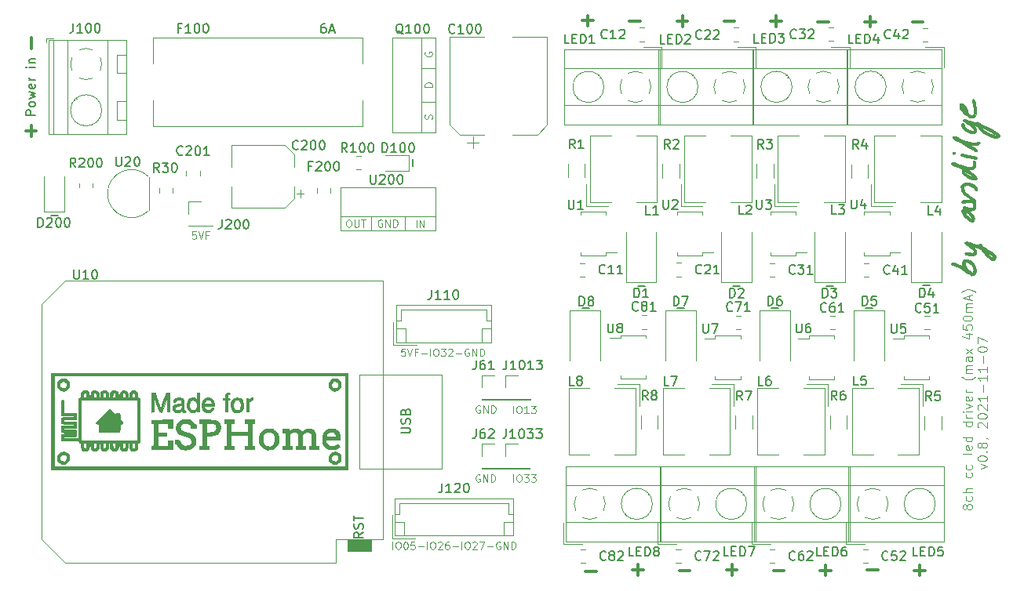
<source format=gto>
G04 #@! TF.GenerationSoftware,KiCad,Pcbnew,5.1.12-84ad8e8a86~92~ubuntu20.04.1*
G04 #@! TF.CreationDate,2021-11-07T22:28:23+01:00*
G04 #@! TF.ProjectId,CC dimmer low voltage,43432064-696d-46d6-9572-206c6f772076,0.80*
G04 #@! TF.SameCoordinates,Original*
G04 #@! TF.FileFunction,Legend,Top*
G04 #@! TF.FilePolarity,Positive*
%FSLAX46Y46*%
G04 Gerber Fmt 4.6, Leading zero omitted, Abs format (unit mm)*
G04 Created by KiCad (PCBNEW 5.1.12-84ad8e8a86~92~ubuntu20.04.1) date 2021-11-07 22:28:23*
%MOMM*%
%LPD*%
G01*
G04 APERTURE LIST*
%ADD10C,0.150000*%
%ADD11C,0.300000*%
%ADD12C,0.100000*%
%ADD13C,0.010000*%
%ADD14C,0.120000*%
G04 APERTURE END LIST*
D10*
X164072952Y-84563571D02*
X163311047Y-84563571D01*
X174332952Y-84543571D02*
X173571047Y-84543571D01*
X184502952Y-84543571D02*
X183741047Y-84543571D01*
D11*
X164833428Y-112997857D02*
X163690571Y-112997857D01*
X174943428Y-112977857D02*
X173800571Y-112977857D01*
X185093428Y-112917857D02*
X183950571Y-112917857D01*
X169923428Y-112847857D02*
X168780571Y-112847857D01*
X169352000Y-112276428D02*
X169352000Y-113419285D01*
X180053428Y-112867857D02*
X178910571Y-112867857D01*
X179482000Y-112296428D02*
X179482000Y-113439285D01*
X190153428Y-112897857D02*
X189010571Y-112897857D01*
X189582000Y-112326428D02*
X189582000Y-113469285D01*
D10*
X194682952Y-84543571D02*
X193921047Y-84543571D01*
D11*
X195243428Y-112877857D02*
X194100571Y-112877857D01*
X200323428Y-112897857D02*
X199180571Y-112897857D01*
X199752000Y-112326428D02*
X199752000Y-113469285D01*
X103909142Y-56546428D02*
X103909142Y-55403571D01*
X103290571Y-65432142D02*
X104433428Y-65432142D01*
X103862000Y-66003571D02*
X103862000Y-64860714D01*
X198940571Y-53672142D02*
X200083428Y-53672142D01*
X188760571Y-53632142D02*
X189903428Y-53632142D01*
X178630571Y-53592142D02*
X179773428Y-53592142D01*
X168440571Y-53572142D02*
X169583428Y-53572142D01*
X193820571Y-53632142D02*
X194963428Y-53632142D01*
X194392000Y-54203571D02*
X194392000Y-53060714D01*
X183680571Y-53602142D02*
X184823428Y-53602142D01*
X184252000Y-54173571D02*
X184252000Y-53030714D01*
X173560571Y-53572142D02*
X174703428Y-53572142D01*
X174132000Y-54143571D02*
X174132000Y-53000714D01*
X163360571Y-53532142D02*
X164503428Y-53532142D01*
X163932000Y-54103571D02*
X163932000Y-52960714D01*
D12*
X204822952Y-106149285D02*
X204775333Y-106244523D01*
X204727714Y-106292142D01*
X204632476Y-106339761D01*
X204584857Y-106339761D01*
X204489619Y-106292142D01*
X204442000Y-106244523D01*
X204394380Y-106149285D01*
X204394380Y-105958809D01*
X204442000Y-105863571D01*
X204489619Y-105815952D01*
X204584857Y-105768333D01*
X204632476Y-105768333D01*
X204727714Y-105815952D01*
X204775333Y-105863571D01*
X204822952Y-105958809D01*
X204822952Y-106149285D01*
X204870571Y-106244523D01*
X204918190Y-106292142D01*
X205013428Y-106339761D01*
X205203904Y-106339761D01*
X205299142Y-106292142D01*
X205346761Y-106244523D01*
X205394380Y-106149285D01*
X205394380Y-105958809D01*
X205346761Y-105863571D01*
X205299142Y-105815952D01*
X205203904Y-105768333D01*
X205013428Y-105768333D01*
X204918190Y-105815952D01*
X204870571Y-105863571D01*
X204822952Y-105958809D01*
X205346761Y-104911190D02*
X205394380Y-105006428D01*
X205394380Y-105196904D01*
X205346761Y-105292142D01*
X205299142Y-105339761D01*
X205203904Y-105387380D01*
X204918190Y-105387380D01*
X204822952Y-105339761D01*
X204775333Y-105292142D01*
X204727714Y-105196904D01*
X204727714Y-105006428D01*
X204775333Y-104911190D01*
X205394380Y-104482619D02*
X204394380Y-104482619D01*
X205394380Y-104054047D02*
X204870571Y-104054047D01*
X204775333Y-104101666D01*
X204727714Y-104196904D01*
X204727714Y-104339761D01*
X204775333Y-104435000D01*
X204822952Y-104482619D01*
X205346761Y-102387380D02*
X205394380Y-102482619D01*
X205394380Y-102673095D01*
X205346761Y-102768333D01*
X205299142Y-102815952D01*
X205203904Y-102863571D01*
X204918190Y-102863571D01*
X204822952Y-102815952D01*
X204775333Y-102768333D01*
X204727714Y-102673095D01*
X204727714Y-102482619D01*
X204775333Y-102387380D01*
X205346761Y-101530238D02*
X205394380Y-101625476D01*
X205394380Y-101815952D01*
X205346761Y-101911190D01*
X205299142Y-101958809D01*
X205203904Y-102006428D01*
X204918190Y-102006428D01*
X204822952Y-101958809D01*
X204775333Y-101911190D01*
X204727714Y-101815952D01*
X204727714Y-101625476D01*
X204775333Y-101530238D01*
X205394380Y-100196904D02*
X205346761Y-100292142D01*
X205251523Y-100339761D01*
X204394380Y-100339761D01*
X205346761Y-99435000D02*
X205394380Y-99530238D01*
X205394380Y-99720714D01*
X205346761Y-99815952D01*
X205251523Y-99863571D01*
X204870571Y-99863571D01*
X204775333Y-99815952D01*
X204727714Y-99720714D01*
X204727714Y-99530238D01*
X204775333Y-99435000D01*
X204870571Y-99387380D01*
X204965809Y-99387380D01*
X205061047Y-99863571D01*
X205394380Y-98530238D02*
X204394380Y-98530238D01*
X205346761Y-98530238D02*
X205394380Y-98625476D01*
X205394380Y-98815952D01*
X205346761Y-98911190D01*
X205299142Y-98958809D01*
X205203904Y-99006428D01*
X204918190Y-99006428D01*
X204822952Y-98958809D01*
X204775333Y-98911190D01*
X204727714Y-98815952D01*
X204727714Y-98625476D01*
X204775333Y-98530238D01*
X205394380Y-96863571D02*
X204394380Y-96863571D01*
X205346761Y-96863571D02*
X205394380Y-96958809D01*
X205394380Y-97149285D01*
X205346761Y-97244523D01*
X205299142Y-97292142D01*
X205203904Y-97339761D01*
X204918190Y-97339761D01*
X204822952Y-97292142D01*
X204775333Y-97244523D01*
X204727714Y-97149285D01*
X204727714Y-96958809D01*
X204775333Y-96863571D01*
X205394380Y-96387380D02*
X204727714Y-96387380D01*
X204918190Y-96387380D02*
X204822952Y-96339761D01*
X204775333Y-96292142D01*
X204727714Y-96196904D01*
X204727714Y-96101666D01*
X205394380Y-95768333D02*
X204727714Y-95768333D01*
X204394380Y-95768333D02*
X204442000Y-95815952D01*
X204489619Y-95768333D01*
X204442000Y-95720714D01*
X204394380Y-95768333D01*
X204489619Y-95768333D01*
X204727714Y-95387380D02*
X205394380Y-95149285D01*
X204727714Y-94911190D01*
X205346761Y-94149285D02*
X205394380Y-94244523D01*
X205394380Y-94435000D01*
X205346761Y-94530238D01*
X205251523Y-94577857D01*
X204870571Y-94577857D01*
X204775333Y-94530238D01*
X204727714Y-94435000D01*
X204727714Y-94244523D01*
X204775333Y-94149285D01*
X204870571Y-94101666D01*
X204965809Y-94101666D01*
X205061047Y-94577857D01*
X205394380Y-93673095D02*
X204727714Y-93673095D01*
X204918190Y-93673095D02*
X204822952Y-93625476D01*
X204775333Y-93577857D01*
X204727714Y-93482619D01*
X204727714Y-93387380D01*
X205775333Y-92006428D02*
X205727714Y-92054047D01*
X205584857Y-92149285D01*
X205489619Y-92196904D01*
X205346761Y-92244523D01*
X205108666Y-92292142D01*
X204918190Y-92292142D01*
X204680095Y-92244523D01*
X204537238Y-92196904D01*
X204442000Y-92149285D01*
X204299142Y-92054047D01*
X204251523Y-92006428D01*
X205394380Y-91625476D02*
X204727714Y-91625476D01*
X204822952Y-91625476D02*
X204775333Y-91577857D01*
X204727714Y-91482619D01*
X204727714Y-91339761D01*
X204775333Y-91244523D01*
X204870571Y-91196904D01*
X205394380Y-91196904D01*
X204870571Y-91196904D02*
X204775333Y-91149285D01*
X204727714Y-91054047D01*
X204727714Y-90911190D01*
X204775333Y-90815952D01*
X204870571Y-90768333D01*
X205394380Y-90768333D01*
X205394380Y-89863571D02*
X204870571Y-89863571D01*
X204775333Y-89911190D01*
X204727714Y-90006428D01*
X204727714Y-90196904D01*
X204775333Y-90292142D01*
X205346761Y-89863571D02*
X205394380Y-89958809D01*
X205394380Y-90196904D01*
X205346761Y-90292142D01*
X205251523Y-90339761D01*
X205156285Y-90339761D01*
X205061047Y-90292142D01*
X205013428Y-90196904D01*
X205013428Y-89958809D01*
X204965809Y-89863571D01*
X205394380Y-89482619D02*
X204727714Y-88958809D01*
X204727714Y-89482619D02*
X205394380Y-88958809D01*
X204727714Y-87387380D02*
X205394380Y-87387380D01*
X204346761Y-87625476D02*
X205061047Y-87863571D01*
X205061047Y-87244523D01*
X204394380Y-86387380D02*
X204394380Y-86863571D01*
X204870571Y-86911190D01*
X204822952Y-86863571D01*
X204775333Y-86768333D01*
X204775333Y-86530238D01*
X204822952Y-86435000D01*
X204870571Y-86387380D01*
X204965809Y-86339761D01*
X205203904Y-86339761D01*
X205299142Y-86387380D01*
X205346761Y-86435000D01*
X205394380Y-86530238D01*
X205394380Y-86768333D01*
X205346761Y-86863571D01*
X205299142Y-86911190D01*
X204394380Y-85720714D02*
X204394380Y-85625476D01*
X204442000Y-85530238D01*
X204489619Y-85482619D01*
X204584857Y-85435000D01*
X204775333Y-85387380D01*
X205013428Y-85387380D01*
X205203904Y-85435000D01*
X205299142Y-85482619D01*
X205346761Y-85530238D01*
X205394380Y-85625476D01*
X205394380Y-85720714D01*
X205346761Y-85815952D01*
X205299142Y-85863571D01*
X205203904Y-85911190D01*
X205013428Y-85958809D01*
X204775333Y-85958809D01*
X204584857Y-85911190D01*
X204489619Y-85863571D01*
X204442000Y-85815952D01*
X204394380Y-85720714D01*
X205394380Y-84958809D02*
X204727714Y-84958809D01*
X204822952Y-84958809D02*
X204775333Y-84911190D01*
X204727714Y-84815952D01*
X204727714Y-84673095D01*
X204775333Y-84577857D01*
X204870571Y-84530238D01*
X205394380Y-84530238D01*
X204870571Y-84530238D02*
X204775333Y-84482619D01*
X204727714Y-84387380D01*
X204727714Y-84244523D01*
X204775333Y-84149285D01*
X204870571Y-84101666D01*
X205394380Y-84101666D01*
X205108666Y-83673095D02*
X205108666Y-83196904D01*
X205394380Y-83768333D02*
X204394380Y-83435000D01*
X205394380Y-83101666D01*
X205775333Y-82863571D02*
X205727714Y-82815952D01*
X205584857Y-82720714D01*
X205489619Y-82673095D01*
X205346761Y-82625476D01*
X205108666Y-82577857D01*
X204918190Y-82577857D01*
X204680095Y-82625476D01*
X204537238Y-82673095D01*
X204442000Y-82720714D01*
X204299142Y-82815952D01*
X204251523Y-82863571D01*
X206327714Y-101911190D02*
X206994380Y-101673095D01*
X206327714Y-101435000D01*
X205994380Y-100863571D02*
X205994380Y-100768333D01*
X206042000Y-100673095D01*
X206089619Y-100625476D01*
X206184857Y-100577857D01*
X206375333Y-100530238D01*
X206613428Y-100530238D01*
X206803904Y-100577857D01*
X206899142Y-100625476D01*
X206946761Y-100673095D01*
X206994380Y-100768333D01*
X206994380Y-100863571D01*
X206946761Y-100958809D01*
X206899142Y-101006428D01*
X206803904Y-101054047D01*
X206613428Y-101101666D01*
X206375333Y-101101666D01*
X206184857Y-101054047D01*
X206089619Y-101006428D01*
X206042000Y-100958809D01*
X205994380Y-100863571D01*
X206899142Y-100101666D02*
X206946761Y-100054047D01*
X206994380Y-100101666D01*
X206946761Y-100149285D01*
X206899142Y-100101666D01*
X206994380Y-100101666D01*
X206422952Y-99482619D02*
X206375333Y-99577857D01*
X206327714Y-99625476D01*
X206232476Y-99673095D01*
X206184857Y-99673095D01*
X206089619Y-99625476D01*
X206042000Y-99577857D01*
X205994380Y-99482619D01*
X205994380Y-99292142D01*
X206042000Y-99196904D01*
X206089619Y-99149285D01*
X206184857Y-99101666D01*
X206232476Y-99101666D01*
X206327714Y-99149285D01*
X206375333Y-99196904D01*
X206422952Y-99292142D01*
X206422952Y-99482619D01*
X206470571Y-99577857D01*
X206518190Y-99625476D01*
X206613428Y-99673095D01*
X206803904Y-99673095D01*
X206899142Y-99625476D01*
X206946761Y-99577857D01*
X206994380Y-99482619D01*
X206994380Y-99292142D01*
X206946761Y-99196904D01*
X206899142Y-99149285D01*
X206803904Y-99101666D01*
X206613428Y-99101666D01*
X206518190Y-99149285D01*
X206470571Y-99196904D01*
X206422952Y-99292142D01*
X206946761Y-98625476D02*
X206994380Y-98625476D01*
X207089619Y-98673095D01*
X207137238Y-98720714D01*
X206089619Y-97482619D02*
X206042000Y-97435000D01*
X205994380Y-97339761D01*
X205994380Y-97101666D01*
X206042000Y-97006428D01*
X206089619Y-96958809D01*
X206184857Y-96911190D01*
X206280095Y-96911190D01*
X206422952Y-96958809D01*
X206994380Y-97530238D01*
X206994380Y-96911190D01*
X205994380Y-96292142D02*
X205994380Y-96196904D01*
X206042000Y-96101666D01*
X206089619Y-96054047D01*
X206184857Y-96006428D01*
X206375333Y-95958809D01*
X206613428Y-95958809D01*
X206803904Y-96006428D01*
X206899142Y-96054047D01*
X206946761Y-96101666D01*
X206994380Y-96196904D01*
X206994380Y-96292142D01*
X206946761Y-96387380D01*
X206899142Y-96435000D01*
X206803904Y-96482619D01*
X206613428Y-96530238D01*
X206375333Y-96530238D01*
X206184857Y-96482619D01*
X206089619Y-96435000D01*
X206042000Y-96387380D01*
X205994380Y-96292142D01*
X206089619Y-95577857D02*
X206042000Y-95530238D01*
X205994380Y-95435000D01*
X205994380Y-95196904D01*
X206042000Y-95101666D01*
X206089619Y-95054047D01*
X206184857Y-95006428D01*
X206280095Y-95006428D01*
X206422952Y-95054047D01*
X206994380Y-95625476D01*
X206994380Y-95006428D01*
X206994380Y-94054047D02*
X206994380Y-94625476D01*
X206994380Y-94339761D02*
X205994380Y-94339761D01*
X206137238Y-94435000D01*
X206232476Y-94530238D01*
X206280095Y-94625476D01*
X206613428Y-93625476D02*
X206613428Y-92863571D01*
X206994380Y-91863571D02*
X206994380Y-92435000D01*
X206994380Y-92149285D02*
X205994380Y-92149285D01*
X206137238Y-92244523D01*
X206232476Y-92339761D01*
X206280095Y-92435000D01*
X206994380Y-90911190D02*
X206994380Y-91482619D01*
X206994380Y-91196904D02*
X205994380Y-91196904D01*
X206137238Y-91292142D01*
X206232476Y-91387380D01*
X206280095Y-91482619D01*
X206613428Y-90482619D02*
X206613428Y-89720714D01*
X205994380Y-89054047D02*
X205994380Y-88958809D01*
X206042000Y-88863571D01*
X206089619Y-88815952D01*
X206184857Y-88768333D01*
X206375333Y-88720714D01*
X206613428Y-88720714D01*
X206803904Y-88768333D01*
X206899142Y-88815952D01*
X206946761Y-88863571D01*
X206994380Y-88958809D01*
X206994380Y-89054047D01*
X206946761Y-89149285D01*
X206899142Y-89196904D01*
X206803904Y-89244523D01*
X206613428Y-89292142D01*
X206375333Y-89292142D01*
X206184857Y-89244523D01*
X206089619Y-89196904D01*
X206042000Y-89149285D01*
X205994380Y-89054047D01*
X205994380Y-88387380D02*
X205994380Y-87720714D01*
X206994380Y-88149285D01*
X147100709Y-64147271D02*
X147138804Y-64032985D01*
X147138804Y-63842509D01*
X147100709Y-63766319D01*
X147062614Y-63728223D01*
X146986423Y-63690128D01*
X146910233Y-63690128D01*
X146834042Y-63728223D01*
X146795947Y-63766319D01*
X146757852Y-63842509D01*
X146719757Y-63994890D01*
X146681661Y-64071080D01*
X146643566Y-64109176D01*
X146567376Y-64147271D01*
X146491185Y-64147271D01*
X146414995Y-64109176D01*
X146376900Y-64071080D01*
X146338804Y-63994890D01*
X146338804Y-63804414D01*
X146376900Y-63690128D01*
X147151504Y-60673823D02*
X146351504Y-60673823D01*
X146351504Y-60483347D01*
X146389600Y-60369061D01*
X146465790Y-60292871D01*
X146541980Y-60254776D01*
X146694361Y-60216680D01*
X146808647Y-60216680D01*
X146961028Y-60254776D01*
X147037219Y-60292871D01*
X147113409Y-60369061D01*
X147151504Y-60483347D01*
X147151504Y-60673823D01*
X146389600Y-56940076D02*
X146351504Y-57016266D01*
X146351504Y-57130552D01*
X146389600Y-57244838D01*
X146465790Y-57321028D01*
X146541980Y-57359123D01*
X146694361Y-57397219D01*
X146808647Y-57397219D01*
X146961028Y-57359123D01*
X147037219Y-57321028D01*
X147113409Y-57244838D01*
X147151504Y-57130552D01*
X147151504Y-57054361D01*
X147113409Y-56940076D01*
X147075314Y-56901980D01*
X146808647Y-56901980D01*
X146808647Y-57054361D01*
X141735076Y-75054500D02*
X141658885Y-75016404D01*
X141544600Y-75016404D01*
X141430314Y-75054500D01*
X141354123Y-75130690D01*
X141316028Y-75206880D01*
X141277933Y-75359261D01*
X141277933Y-75473547D01*
X141316028Y-75625928D01*
X141354123Y-75702119D01*
X141430314Y-75778309D01*
X141544600Y-75816404D01*
X141620790Y-75816404D01*
X141735076Y-75778309D01*
X141773171Y-75740214D01*
X141773171Y-75473547D01*
X141620790Y-75473547D01*
X142116028Y-75816404D02*
X142116028Y-75016404D01*
X142573171Y-75816404D01*
X142573171Y-75016404D01*
X142954123Y-75816404D02*
X142954123Y-75016404D01*
X143144600Y-75016404D01*
X143258885Y-75054500D01*
X143335076Y-75130690D01*
X143373171Y-75206880D01*
X143411266Y-75359261D01*
X143411266Y-75473547D01*
X143373171Y-75625928D01*
X143335076Y-75702119D01*
X143258885Y-75778309D01*
X143144600Y-75816404D01*
X142954123Y-75816404D01*
D10*
X106746452Y-74582971D02*
X105984547Y-74582971D01*
D12*
X138064800Y-75029104D02*
X138217180Y-75029104D01*
X138293371Y-75067200D01*
X138369561Y-75143390D01*
X138407657Y-75295771D01*
X138407657Y-75562438D01*
X138369561Y-75714819D01*
X138293371Y-75791009D01*
X138217180Y-75829104D01*
X138064800Y-75829104D01*
X137988609Y-75791009D01*
X137912419Y-75714819D01*
X137874323Y-75562438D01*
X137874323Y-75295771D01*
X137912419Y-75143390D01*
X137988609Y-75067200D01*
X138064800Y-75029104D01*
X138750514Y-75029104D02*
X138750514Y-75676723D01*
X138788609Y-75752914D01*
X138826704Y-75791009D01*
X138902895Y-75829104D01*
X139055276Y-75829104D01*
X139131466Y-75791009D01*
X139169561Y-75752914D01*
X139207657Y-75676723D01*
X139207657Y-75029104D01*
X139474323Y-75029104D02*
X139931466Y-75029104D01*
X139702895Y-75829104D02*
X139702895Y-75029104D01*
X145430752Y-75854504D02*
X145430752Y-75054504D01*
X145811704Y-75854504D02*
X145811704Y-75054504D01*
X146268847Y-75854504D01*
X146268847Y-75054504D01*
D10*
X145070328Y-69256852D02*
X145070328Y-68494947D01*
X200091047Y-82156428D02*
X200852952Y-82156428D01*
X189651047Y-82166428D02*
X190412952Y-82166428D01*
X179611047Y-82176428D02*
X180372952Y-82176428D01*
X169301047Y-82166428D02*
X170062952Y-82166428D01*
D13*
G36*
X204262935Y-64664936D02*
G01*
X204343663Y-64596344D01*
X204404720Y-64589938D01*
X204477625Y-64620053D01*
X204512909Y-64700534D01*
X204522368Y-64775353D01*
X204557300Y-64916729D01*
X204649131Y-65041688D01*
X204704076Y-65093155D01*
X204916920Y-65247547D01*
X205143722Y-65357649D01*
X205354235Y-65409558D01*
X205397182Y-65411804D01*
X205502391Y-65401415D01*
X205542992Y-65356604D01*
X205547273Y-65311523D01*
X205509569Y-65211869D01*
X205406845Y-65081258D01*
X205254680Y-64933837D01*
X205068654Y-64783754D01*
X204864348Y-64645159D01*
X204727546Y-64567107D01*
X204541053Y-64461788D01*
X204434133Y-64378879D01*
X204399721Y-64308780D01*
X204430748Y-64241893D01*
X204464598Y-64209935D01*
X204507064Y-64189857D01*
X204576085Y-64187692D01*
X204685882Y-64206070D01*
X204850675Y-64247617D01*
X205084686Y-64314963D01*
X205168871Y-64340098D01*
X205440883Y-64417776D01*
X205649790Y-64469033D01*
X205787551Y-64492129D01*
X205845146Y-64486454D01*
X205942691Y-64443527D01*
X206042182Y-64473918D01*
X206097706Y-64546909D01*
X206167449Y-64630091D01*
X206316626Y-64713571D01*
X206431381Y-64759979D01*
X206608192Y-64831870D01*
X206831453Y-64931695D01*
X207082176Y-65049976D01*
X207341368Y-65177234D01*
X207590039Y-65303988D01*
X207809199Y-65420761D01*
X207979857Y-65518071D01*
X208075776Y-65580791D01*
X208176350Y-65675820D01*
X208272755Y-65795884D01*
X208342600Y-65910091D01*
X208364364Y-65978971D01*
X208340445Y-66024446D01*
X208298814Y-66085173D01*
X208245532Y-66134847D01*
X208161166Y-66162433D01*
X208021585Y-66173608D01*
X207917814Y-66174818D01*
X207892710Y-66174132D01*
X207892710Y-65919157D01*
X208018000Y-65917497D01*
X207881374Y-65805838D01*
X207793118Y-65746459D01*
X207639983Y-65656457D01*
X207439998Y-65545918D01*
X207211191Y-65424928D01*
X207085329Y-65360484D01*
X206800630Y-65220995D01*
X206588290Y-65127027D01*
X206449678Y-65078878D01*
X206386160Y-65076849D01*
X206399103Y-65121240D01*
X206489874Y-65212350D01*
X206517091Y-65235867D01*
X206713332Y-65384245D01*
X206946480Y-65532129D01*
X207196057Y-65669349D01*
X207441586Y-65785731D01*
X207662588Y-65871105D01*
X207838586Y-65915299D01*
X207892710Y-65919157D01*
X207892710Y-66174132D01*
X207763908Y-66170607D01*
X207634982Y-66152661D01*
X207503359Y-66113016D01*
X207341359Y-66043704D01*
X207163637Y-65957758D01*
X206801533Y-65763402D01*
X206514785Y-65573094D01*
X206287785Y-65374872D01*
X206104923Y-65156776D01*
X206089127Y-65134368D01*
X205918562Y-64930933D01*
X205747260Y-64806837D01*
X205604710Y-64768356D01*
X205595343Y-64799749D01*
X205636179Y-64884074D01*
X205685529Y-64957929D01*
X205787097Y-65134246D01*
X205823546Y-65306881D01*
X205824364Y-65341648D01*
X205803338Y-65526302D01*
X205730880Y-65642388D01*
X205592914Y-65705807D01*
X205486186Y-65723756D01*
X205348862Y-65729805D01*
X205221990Y-65707592D01*
X205070271Y-65648755D01*
X204972004Y-65601978D01*
X204758551Y-65478426D01*
X204557982Y-65329474D01*
X204389190Y-65172215D01*
X204271069Y-65023745D01*
X204226965Y-64927913D01*
X204219595Y-64783903D01*
X204262935Y-64664936D01*
G37*
X204262935Y-64664936D02*
X204343663Y-64596344D01*
X204404720Y-64589938D01*
X204477625Y-64620053D01*
X204512909Y-64700534D01*
X204522368Y-64775353D01*
X204557300Y-64916729D01*
X204649131Y-65041688D01*
X204704076Y-65093155D01*
X204916920Y-65247547D01*
X205143722Y-65357649D01*
X205354235Y-65409558D01*
X205397182Y-65411804D01*
X205502391Y-65401415D01*
X205542992Y-65356604D01*
X205547273Y-65311523D01*
X205509569Y-65211869D01*
X205406845Y-65081258D01*
X205254680Y-64933837D01*
X205068654Y-64783754D01*
X204864348Y-64645159D01*
X204727546Y-64567107D01*
X204541053Y-64461788D01*
X204434133Y-64378879D01*
X204399721Y-64308780D01*
X204430748Y-64241893D01*
X204464598Y-64209935D01*
X204507064Y-64189857D01*
X204576085Y-64187692D01*
X204685882Y-64206070D01*
X204850675Y-64247617D01*
X205084686Y-64314963D01*
X205168871Y-64340098D01*
X205440883Y-64417776D01*
X205649790Y-64469033D01*
X205787551Y-64492129D01*
X205845146Y-64486454D01*
X205942691Y-64443527D01*
X206042182Y-64473918D01*
X206097706Y-64546909D01*
X206167449Y-64630091D01*
X206316626Y-64713571D01*
X206431381Y-64759979D01*
X206608192Y-64831870D01*
X206831453Y-64931695D01*
X207082176Y-65049976D01*
X207341368Y-65177234D01*
X207590039Y-65303988D01*
X207809199Y-65420761D01*
X207979857Y-65518071D01*
X208075776Y-65580791D01*
X208176350Y-65675820D01*
X208272755Y-65795884D01*
X208342600Y-65910091D01*
X208364364Y-65978971D01*
X208340445Y-66024446D01*
X208298814Y-66085173D01*
X208245532Y-66134847D01*
X208161166Y-66162433D01*
X208021585Y-66173608D01*
X207917814Y-66174818D01*
X207892710Y-66174132D01*
X207892710Y-65919157D01*
X208018000Y-65917497D01*
X207881374Y-65805838D01*
X207793118Y-65746459D01*
X207639983Y-65656457D01*
X207439998Y-65545918D01*
X207211191Y-65424928D01*
X207085329Y-65360484D01*
X206800630Y-65220995D01*
X206588290Y-65127027D01*
X206449678Y-65078878D01*
X206386160Y-65076849D01*
X206399103Y-65121240D01*
X206489874Y-65212350D01*
X206517091Y-65235867D01*
X206713332Y-65384245D01*
X206946480Y-65532129D01*
X207196057Y-65669349D01*
X207441586Y-65785731D01*
X207662588Y-65871105D01*
X207838586Y-65915299D01*
X207892710Y-65919157D01*
X207892710Y-66174132D01*
X207763908Y-66170607D01*
X207634982Y-66152661D01*
X207503359Y-66113016D01*
X207341359Y-66043704D01*
X207163637Y-65957758D01*
X206801533Y-65763402D01*
X206514785Y-65573094D01*
X206287785Y-65374872D01*
X206104923Y-65156776D01*
X206089127Y-65134368D01*
X205918562Y-64930933D01*
X205747260Y-64806837D01*
X205604710Y-64768356D01*
X205595343Y-64799749D01*
X205636179Y-64884074D01*
X205685529Y-64957929D01*
X205787097Y-65134246D01*
X205823546Y-65306881D01*
X205824364Y-65341648D01*
X205803338Y-65526302D01*
X205730880Y-65642388D01*
X205592914Y-65705807D01*
X205486186Y-65723756D01*
X205348862Y-65729805D01*
X205221990Y-65707592D01*
X205070271Y-65648755D01*
X204972004Y-65601978D01*
X204758551Y-65478426D01*
X204557982Y-65329474D01*
X204389190Y-65172215D01*
X204271069Y-65023745D01*
X204226965Y-64927913D01*
X204219595Y-64783903D01*
X204262935Y-64664936D01*
G36*
X204601743Y-77479280D02*
G01*
X204629305Y-77436351D01*
X204695926Y-77399265D01*
X204811779Y-77395221D01*
X204982992Y-77425825D01*
X205215693Y-77492682D01*
X205516010Y-77597396D01*
X205890070Y-77741572D01*
X206067342Y-77812938D01*
X206126538Y-77822128D01*
X206125554Y-77783142D01*
X206128486Y-77685199D01*
X206194400Y-77619803D01*
X206267375Y-77612212D01*
X206341315Y-77660436D01*
X206425166Y-77761923D01*
X206453629Y-77808168D01*
X206516146Y-77900961D01*
X206599989Y-77980731D01*
X206724723Y-78061761D01*
X206909910Y-78158334D01*
X206979674Y-78192229D01*
X207307958Y-78371452D01*
X207574732Y-78567685D01*
X207676886Y-78661174D01*
X207838659Y-78833699D01*
X207926920Y-78972915D01*
X207946213Y-79094894D01*
X207901079Y-79215708D01*
X207853012Y-79284227D01*
X207726335Y-79380985D01*
X207567458Y-79395733D01*
X207531113Y-79383172D01*
X207531113Y-79082636D01*
X207606873Y-79068576D01*
X207612883Y-79021842D01*
X207546700Y-78935608D01*
X207442808Y-78836011D01*
X207293289Y-78716253D01*
X207130153Y-78607495D01*
X207070428Y-78574205D01*
X206957403Y-78518821D01*
X206909878Y-78505940D01*
X206912025Y-78534286D01*
X206926282Y-78562594D01*
X206998374Y-78660774D01*
X207112607Y-78779651D01*
X207246675Y-78900042D01*
X207378271Y-79002770D01*
X207485087Y-79068653D01*
X207531113Y-79082636D01*
X207531113Y-79383172D01*
X207380847Y-79331239D01*
X207170966Y-79190267D01*
X206942280Y-78975582D01*
X206699254Y-78689952D01*
X206536520Y-78468713D01*
X206449349Y-78350249D01*
X206369615Y-78267249D01*
X206273104Y-78203459D01*
X206135599Y-78142628D01*
X205948440Y-78074017D01*
X205767444Y-78012960D01*
X205621074Y-77969510D01*
X205529493Y-77949340D01*
X205509473Y-77950497D01*
X205520601Y-77972722D01*
X205537357Y-77974273D01*
X205601727Y-78012884D01*
X205683264Y-78110947D01*
X205765726Y-78241800D01*
X205832868Y-78378787D01*
X205868449Y-78495248D01*
X205870546Y-78521125D01*
X205835427Y-78657433D01*
X205728457Y-78778349D01*
X205636485Y-78844764D01*
X205539867Y-78880425D01*
X205405939Y-78893749D01*
X205278184Y-78894360D01*
X205084079Y-78883733D01*
X204897200Y-78859839D01*
X204785273Y-78835153D01*
X204663542Y-78787765D01*
X204610033Y-78729851D01*
X204600546Y-78665521D01*
X204601010Y-78616004D01*
X204612359Y-78583510D01*
X204649524Y-78566405D01*
X204727438Y-78563059D01*
X204861033Y-78571839D01*
X205065242Y-78591113D01*
X205179165Y-78602289D01*
X205353787Y-78614454D01*
X205460942Y-78606869D01*
X205523942Y-78576799D01*
X205540279Y-78559973D01*
X205572079Y-78496136D01*
X205559312Y-78422870D01*
X205494623Y-78330898D01*
X205370658Y-78210941D01*
X205180063Y-78053723D01*
X205072468Y-77969788D01*
X204863195Y-77805756D01*
X204720194Y-77685172D01*
X204634759Y-77597554D01*
X204598178Y-77532418D01*
X204601743Y-77479280D01*
G37*
X204601743Y-77479280D02*
X204629305Y-77436351D01*
X204695926Y-77399265D01*
X204811779Y-77395221D01*
X204982992Y-77425825D01*
X205215693Y-77492682D01*
X205516010Y-77597396D01*
X205890070Y-77741572D01*
X206067342Y-77812938D01*
X206126538Y-77822128D01*
X206125554Y-77783142D01*
X206128486Y-77685199D01*
X206194400Y-77619803D01*
X206267375Y-77612212D01*
X206341315Y-77660436D01*
X206425166Y-77761923D01*
X206453629Y-77808168D01*
X206516146Y-77900961D01*
X206599989Y-77980731D01*
X206724723Y-78061761D01*
X206909910Y-78158334D01*
X206979674Y-78192229D01*
X207307958Y-78371452D01*
X207574732Y-78567685D01*
X207676886Y-78661174D01*
X207838659Y-78833699D01*
X207926920Y-78972915D01*
X207946213Y-79094894D01*
X207901079Y-79215708D01*
X207853012Y-79284227D01*
X207726335Y-79380985D01*
X207567458Y-79395733D01*
X207531113Y-79383172D01*
X207531113Y-79082636D01*
X207606873Y-79068576D01*
X207612883Y-79021842D01*
X207546700Y-78935608D01*
X207442808Y-78836011D01*
X207293289Y-78716253D01*
X207130153Y-78607495D01*
X207070428Y-78574205D01*
X206957403Y-78518821D01*
X206909878Y-78505940D01*
X206912025Y-78534286D01*
X206926282Y-78562594D01*
X206998374Y-78660774D01*
X207112607Y-78779651D01*
X207246675Y-78900042D01*
X207378271Y-79002770D01*
X207485087Y-79068653D01*
X207531113Y-79082636D01*
X207531113Y-79383172D01*
X207380847Y-79331239D01*
X207170966Y-79190267D01*
X206942280Y-78975582D01*
X206699254Y-78689952D01*
X206536520Y-78468713D01*
X206449349Y-78350249D01*
X206369615Y-78267249D01*
X206273104Y-78203459D01*
X206135599Y-78142628D01*
X205948440Y-78074017D01*
X205767444Y-78012960D01*
X205621074Y-77969510D01*
X205529493Y-77949340D01*
X205509473Y-77950497D01*
X205520601Y-77972722D01*
X205537357Y-77974273D01*
X205601727Y-78012884D01*
X205683264Y-78110947D01*
X205765726Y-78241800D01*
X205832868Y-78378787D01*
X205868449Y-78495248D01*
X205870546Y-78521125D01*
X205835427Y-78657433D01*
X205728457Y-78778349D01*
X205636485Y-78844764D01*
X205539867Y-78880425D01*
X205405939Y-78893749D01*
X205278184Y-78894360D01*
X205084079Y-78883733D01*
X204897200Y-78859839D01*
X204785273Y-78835153D01*
X204663542Y-78787765D01*
X204610033Y-78729851D01*
X204600546Y-78665521D01*
X204601010Y-78616004D01*
X204612359Y-78583510D01*
X204649524Y-78566405D01*
X204727438Y-78563059D01*
X204861033Y-78571839D01*
X205065242Y-78591113D01*
X205179165Y-78602289D01*
X205353787Y-78614454D01*
X205460942Y-78606869D01*
X205523942Y-78576799D01*
X205540279Y-78559973D01*
X205572079Y-78496136D01*
X205559312Y-78422870D01*
X205494623Y-78330898D01*
X205370658Y-78210941D01*
X205180063Y-78053723D01*
X205072468Y-77969788D01*
X204863195Y-77805756D01*
X204720194Y-77685172D01*
X204634759Y-77597554D01*
X204598178Y-77532418D01*
X204601743Y-77479280D01*
G36*
X203269691Y-66101545D02*
G01*
X203283645Y-66083321D01*
X203330183Y-66039917D01*
X203388526Y-66021771D01*
X203473488Y-66032246D01*
X203599885Y-66074700D01*
X203782533Y-66152494D01*
X203973301Y-66239740D01*
X204387053Y-66420074D01*
X204749167Y-66549513D01*
X205082012Y-66632429D01*
X205407954Y-66673195D01*
X205749361Y-66676184D01*
X206078364Y-66651247D01*
X206180644Y-66653883D01*
X206224020Y-66701881D01*
X206230805Y-66733969D01*
X206214990Y-66815081D01*
X206128688Y-66879143D01*
X206092259Y-66895606D01*
X205961459Y-66929324D01*
X205770040Y-66952018D01*
X205559177Y-66959909D01*
X205178536Y-66959909D01*
X205343644Y-67052273D01*
X205576197Y-67185367D01*
X205737894Y-67286767D01*
X205840540Y-67365994D01*
X205895936Y-67432569D01*
X205915886Y-67496011D01*
X205916727Y-67514523D01*
X205884784Y-67619257D01*
X205808242Y-67671661D01*
X205716031Y-67653034D01*
X205709541Y-67648441D01*
X205558489Y-67542271D01*
X205357511Y-67411066D01*
X205119554Y-67262306D01*
X204857564Y-67103473D01*
X204584489Y-66942048D01*
X204313276Y-66785513D01*
X204056870Y-66641350D01*
X203828220Y-66517039D01*
X203640272Y-66420062D01*
X203505972Y-66357901D01*
X203441612Y-66337904D01*
X203375252Y-66305493D01*
X203308239Y-66244957D01*
X203254417Y-66165650D01*
X203269691Y-66101545D01*
G37*
X203269691Y-66101545D02*
X203283645Y-66083321D01*
X203330183Y-66039917D01*
X203388526Y-66021771D01*
X203473488Y-66032246D01*
X203599885Y-66074700D01*
X203782533Y-66152494D01*
X203973301Y-66239740D01*
X204387053Y-66420074D01*
X204749167Y-66549513D01*
X205082012Y-66632429D01*
X205407954Y-66673195D01*
X205749361Y-66676184D01*
X206078364Y-66651247D01*
X206180644Y-66653883D01*
X206224020Y-66701881D01*
X206230805Y-66733969D01*
X206214990Y-66815081D01*
X206128688Y-66879143D01*
X206092259Y-66895606D01*
X205961459Y-66929324D01*
X205770040Y-66952018D01*
X205559177Y-66959909D01*
X205178536Y-66959909D01*
X205343644Y-67052273D01*
X205576197Y-67185367D01*
X205737894Y-67286767D01*
X205840540Y-67365994D01*
X205895936Y-67432569D01*
X205915886Y-67496011D01*
X205916727Y-67514523D01*
X205884784Y-67619257D01*
X205808242Y-67671661D01*
X205716031Y-67653034D01*
X205709541Y-67648441D01*
X205558489Y-67542271D01*
X205357511Y-67411066D01*
X205119554Y-67262306D01*
X204857564Y-67103473D01*
X204584489Y-66942048D01*
X204313276Y-66785513D01*
X204056870Y-66641350D01*
X203828220Y-66517039D01*
X203640272Y-66420062D01*
X203505972Y-66357901D01*
X203441612Y-66337904D01*
X203375252Y-66305493D01*
X203308239Y-66244957D01*
X203254417Y-66165650D01*
X203269691Y-66101545D01*
G36*
X204179845Y-71383886D02*
G01*
X204224184Y-71303768D01*
X204317029Y-71204219D01*
X204337555Y-71183670D01*
X204452297Y-71077174D01*
X204547752Y-71022717D01*
X204665531Y-71003076D01*
X204779344Y-71000818D01*
X205056176Y-71030659D01*
X205326677Y-71112929D01*
X205569921Y-71236747D01*
X205764981Y-71391234D01*
X205890927Y-71565508D01*
X205898537Y-71582696D01*
X205948899Y-71717058D01*
X205959470Y-71796056D01*
X205933586Y-71846001D01*
X205932121Y-71847485D01*
X205844129Y-71879933D01*
X205742260Y-71838699D01*
X205654942Y-71738985D01*
X205520361Y-71578722D01*
X205333508Y-71444247D01*
X205118258Y-71344692D01*
X204898484Y-71289186D01*
X204698060Y-71286862D01*
X204574419Y-71325716D01*
X204508382Y-71409265D01*
X204485006Y-71549718D01*
X204504237Y-71722086D01*
X204566021Y-71901379D01*
X204575708Y-71921030D01*
X204631327Y-72014656D01*
X204706035Y-72105858D01*
X204812274Y-72205459D01*
X204962485Y-72324281D01*
X205169110Y-72473146D01*
X205370379Y-72612247D01*
X205527739Y-72724124D01*
X205653611Y-72821609D01*
X205729715Y-72890159D01*
X205743384Y-72909020D01*
X205753370Y-72978637D01*
X205762953Y-73114240D01*
X205770378Y-73289459D01*
X205771606Y-73333000D01*
X205760732Y-73617998D01*
X205707682Y-73824942D01*
X205606754Y-73960631D01*
X205452248Y-74031868D01*
X205238463Y-74045454D01*
X205178201Y-74040940D01*
X204992956Y-74023274D01*
X205298285Y-74330960D01*
X205446095Y-74484609D01*
X205539605Y-74598324D01*
X205592839Y-74694320D01*
X205619821Y-74794811D01*
X205627758Y-74852863D01*
X205621767Y-75049646D01*
X205552016Y-75179737D01*
X205418636Y-75242958D01*
X205339226Y-75249546D01*
X205313815Y-75243378D01*
X205313815Y-74920366D01*
X205357116Y-74894567D01*
X205348508Y-74816559D01*
X205278095Y-74683693D01*
X205272975Y-74675867D01*
X205186589Y-74571929D01*
X205058428Y-74447305D01*
X204961972Y-74365758D01*
X204839383Y-74271552D01*
X204768978Y-74229744D01*
X204731345Y-74234381D01*
X204707076Y-74279505D01*
X204704374Y-74286723D01*
X204698683Y-74369142D01*
X204749299Y-74467822D01*
X204819408Y-74554453D01*
X204971400Y-74711000D01*
X205111062Y-74825934D01*
X205228498Y-74896606D01*
X205313815Y-74920366D01*
X205313815Y-75243378D01*
X205170786Y-75208655D01*
X204970686Y-75085265D01*
X204737384Y-74878300D01*
X204596271Y-74730553D01*
X204394955Y-74487642D01*
X204273127Y-74286103D01*
X204229294Y-74122886D01*
X204248349Y-74020087D01*
X204310864Y-73937292D01*
X204370271Y-73910273D01*
X204417240Y-73893647D01*
X204398791Y-73829377D01*
X204394518Y-73821255D01*
X204367347Y-73707479D01*
X204403621Y-73619746D01*
X204485917Y-73587000D01*
X204571634Y-73600348D01*
X204712811Y-73635166D01*
X204861977Y-73678768D01*
X205029222Y-73726638D01*
X205173709Y-73760059D01*
X205255338Y-73771132D01*
X205386743Y-73731359D01*
X205473043Y-73621135D01*
X205501091Y-73472024D01*
X205497474Y-73341561D01*
X205475995Y-73255625D01*
X205420712Y-73204928D01*
X205315684Y-73180179D01*
X205144969Y-73172089D01*
X204985114Y-73171364D01*
X204779550Y-73175843D01*
X204602138Y-73187886D01*
X204477660Y-73205400D01*
X204439080Y-73217454D01*
X204342271Y-73225914D01*
X204256979Y-73170436D01*
X204215659Y-73077041D01*
X204217648Y-73039918D01*
X204270677Y-72947297D01*
X204391645Y-72888899D01*
X204587107Y-72862993D01*
X204863615Y-72867847D01*
X204868056Y-72868123D01*
X205274111Y-72893545D01*
X204960419Y-72658242D01*
X204703972Y-72460694D01*
X204514051Y-72298415D01*
X204379530Y-72156664D01*
X204289281Y-72020699D01*
X204232178Y-71875781D01*
X204197093Y-71707168D01*
X204187235Y-71633943D01*
X204171649Y-71481601D01*
X204179845Y-71383886D01*
G37*
X204179845Y-71383886D02*
X204224184Y-71303768D01*
X204317029Y-71204219D01*
X204337555Y-71183670D01*
X204452297Y-71077174D01*
X204547752Y-71022717D01*
X204665531Y-71003076D01*
X204779344Y-71000818D01*
X205056176Y-71030659D01*
X205326677Y-71112929D01*
X205569921Y-71236747D01*
X205764981Y-71391234D01*
X205890927Y-71565508D01*
X205898537Y-71582696D01*
X205948899Y-71717058D01*
X205959470Y-71796056D01*
X205933586Y-71846001D01*
X205932121Y-71847485D01*
X205844129Y-71879933D01*
X205742260Y-71838699D01*
X205654942Y-71738985D01*
X205520361Y-71578722D01*
X205333508Y-71444247D01*
X205118258Y-71344692D01*
X204898484Y-71289186D01*
X204698060Y-71286862D01*
X204574419Y-71325716D01*
X204508382Y-71409265D01*
X204485006Y-71549718D01*
X204504237Y-71722086D01*
X204566021Y-71901379D01*
X204575708Y-71921030D01*
X204631327Y-72014656D01*
X204706035Y-72105858D01*
X204812274Y-72205459D01*
X204962485Y-72324281D01*
X205169110Y-72473146D01*
X205370379Y-72612247D01*
X205527739Y-72724124D01*
X205653611Y-72821609D01*
X205729715Y-72890159D01*
X205743384Y-72909020D01*
X205753370Y-72978637D01*
X205762953Y-73114240D01*
X205770378Y-73289459D01*
X205771606Y-73333000D01*
X205760732Y-73617998D01*
X205707682Y-73824942D01*
X205606754Y-73960631D01*
X205452248Y-74031868D01*
X205238463Y-74045454D01*
X205178201Y-74040940D01*
X204992956Y-74023274D01*
X205298285Y-74330960D01*
X205446095Y-74484609D01*
X205539605Y-74598324D01*
X205592839Y-74694320D01*
X205619821Y-74794811D01*
X205627758Y-74852863D01*
X205621767Y-75049646D01*
X205552016Y-75179737D01*
X205418636Y-75242958D01*
X205339226Y-75249546D01*
X205313815Y-75243378D01*
X205313815Y-74920366D01*
X205357116Y-74894567D01*
X205348508Y-74816559D01*
X205278095Y-74683693D01*
X205272975Y-74675867D01*
X205186589Y-74571929D01*
X205058428Y-74447305D01*
X204961972Y-74365758D01*
X204839383Y-74271552D01*
X204768978Y-74229744D01*
X204731345Y-74234381D01*
X204707076Y-74279505D01*
X204704374Y-74286723D01*
X204698683Y-74369142D01*
X204749299Y-74467822D01*
X204819408Y-74554453D01*
X204971400Y-74711000D01*
X205111062Y-74825934D01*
X205228498Y-74896606D01*
X205313815Y-74920366D01*
X205313815Y-75243378D01*
X205170786Y-75208655D01*
X204970686Y-75085265D01*
X204737384Y-74878300D01*
X204596271Y-74730553D01*
X204394955Y-74487642D01*
X204273127Y-74286103D01*
X204229294Y-74122886D01*
X204248349Y-74020087D01*
X204310864Y-73937292D01*
X204370271Y-73910273D01*
X204417240Y-73893647D01*
X204398791Y-73829377D01*
X204394518Y-73821255D01*
X204367347Y-73707479D01*
X204403621Y-73619746D01*
X204485917Y-73587000D01*
X204571634Y-73600348D01*
X204712811Y-73635166D01*
X204861977Y-73678768D01*
X205029222Y-73726638D01*
X205173709Y-73760059D01*
X205255338Y-73771132D01*
X205386743Y-73731359D01*
X205473043Y-73621135D01*
X205501091Y-73472024D01*
X205497474Y-73341561D01*
X205475995Y-73255625D01*
X205420712Y-73204928D01*
X205315684Y-73180179D01*
X205144969Y-73172089D01*
X204985114Y-73171364D01*
X204779550Y-73175843D01*
X204602138Y-73187886D01*
X204477660Y-73205400D01*
X204439080Y-73217454D01*
X204342271Y-73225914D01*
X204256979Y-73170436D01*
X204215659Y-73077041D01*
X204217648Y-73039918D01*
X204270677Y-72947297D01*
X204391645Y-72888899D01*
X204587107Y-72862993D01*
X204863615Y-72867847D01*
X204868056Y-72868123D01*
X205274111Y-72893545D01*
X204960419Y-72658242D01*
X204703972Y-72460694D01*
X204514051Y-72298415D01*
X204379530Y-72156664D01*
X204289281Y-72020699D01*
X204232178Y-71875781D01*
X204197093Y-71707168D01*
X204187235Y-71633943D01*
X204171649Y-71481601D01*
X204179845Y-71383886D01*
G36*
X203166126Y-68900114D02*
G01*
X203193229Y-68851883D01*
X203288575Y-68806954D01*
X203445340Y-68818511D01*
X203653258Y-68884799D01*
X203814417Y-68958127D01*
X204087372Y-69078693D01*
X204379347Y-69179889D01*
X204670877Y-69257491D01*
X204942502Y-69307275D01*
X205174760Y-69325017D01*
X205348188Y-69306492D01*
X205376414Y-69297169D01*
X205447454Y-69264670D01*
X205482966Y-69221785D01*
X205490624Y-69142893D01*
X205478104Y-69002375D01*
X205474449Y-68969883D01*
X205460492Y-68812062D01*
X205466131Y-68722155D01*
X205494930Y-68677111D01*
X205521889Y-68663126D01*
X205617984Y-68667712D01*
X205667447Y-68699746D01*
X205720102Y-68799356D01*
X205755018Y-68952767D01*
X205768217Y-69122447D01*
X205755719Y-69270866D01*
X205734614Y-69333388D01*
X205610778Y-69473615D01*
X205424162Y-69571168D01*
X205199069Y-69614162D01*
X205158355Y-69615191D01*
X204931074Y-69615364D01*
X205140516Y-69754092D01*
X205354394Y-69908180D01*
X205553339Y-70073922D01*
X205717904Y-70233494D01*
X205828641Y-70369071D01*
X205849003Y-70403449D01*
X205901175Y-70511644D01*
X205904784Y-70573272D01*
X205852980Y-70624179D01*
X205800054Y-70659500D01*
X205640782Y-70711194D01*
X205524182Y-70704005D01*
X205524182Y-70406588D01*
X205385637Y-70285962D01*
X205275264Y-70200637D01*
X205118606Y-70092492D01*
X204949406Y-69984815D01*
X204947981Y-69983951D01*
X204771833Y-69886499D01*
X204653477Y-69841780D01*
X204604538Y-69846899D01*
X204597832Y-69909091D01*
X204660892Y-69994525D01*
X204777658Y-70092321D01*
X204932066Y-70191598D01*
X205108055Y-70281476D01*
X205289563Y-70351074D01*
X205387129Y-70377027D01*
X205524182Y-70406588D01*
X205524182Y-70704005D01*
X205430655Y-70698237D01*
X205181117Y-70624168D01*
X204903613Y-70492527D01*
X204609586Y-70306853D01*
X204571619Y-70279568D01*
X204387415Y-70116277D01*
X204289996Y-69959634D01*
X204281022Y-69813150D01*
X204315239Y-69736876D01*
X204387276Y-69626934D01*
X203787001Y-69340963D01*
X203570628Y-69234256D01*
X203385230Y-69135966D01*
X203246550Y-69054966D01*
X203170331Y-69000127D01*
X203161106Y-68988226D01*
X203166126Y-68900114D01*
G37*
X203166126Y-68900114D02*
X203193229Y-68851883D01*
X203288575Y-68806954D01*
X203445340Y-68818511D01*
X203653258Y-68884799D01*
X203814417Y-68958127D01*
X204087372Y-69078693D01*
X204379347Y-69179889D01*
X204670877Y-69257491D01*
X204942502Y-69307275D01*
X205174760Y-69325017D01*
X205348188Y-69306492D01*
X205376414Y-69297169D01*
X205447454Y-69264670D01*
X205482966Y-69221785D01*
X205490624Y-69142893D01*
X205478104Y-69002375D01*
X205474449Y-68969883D01*
X205460492Y-68812062D01*
X205466131Y-68722155D01*
X205494930Y-68677111D01*
X205521889Y-68663126D01*
X205617984Y-68667712D01*
X205667447Y-68699746D01*
X205720102Y-68799356D01*
X205755018Y-68952767D01*
X205768217Y-69122447D01*
X205755719Y-69270866D01*
X205734614Y-69333388D01*
X205610778Y-69473615D01*
X205424162Y-69571168D01*
X205199069Y-69614162D01*
X205158355Y-69615191D01*
X204931074Y-69615364D01*
X205140516Y-69754092D01*
X205354394Y-69908180D01*
X205553339Y-70073922D01*
X205717904Y-70233494D01*
X205828641Y-70369071D01*
X205849003Y-70403449D01*
X205901175Y-70511644D01*
X205904784Y-70573272D01*
X205852980Y-70624179D01*
X205800054Y-70659500D01*
X205640782Y-70711194D01*
X205524182Y-70704005D01*
X205524182Y-70406588D01*
X205385637Y-70285962D01*
X205275264Y-70200637D01*
X205118606Y-70092492D01*
X204949406Y-69984815D01*
X204947981Y-69983951D01*
X204771833Y-69886499D01*
X204653477Y-69841780D01*
X204604538Y-69846899D01*
X204597832Y-69909091D01*
X204660892Y-69994525D01*
X204777658Y-70092321D01*
X204932066Y-70191598D01*
X205108055Y-70281476D01*
X205289563Y-70351074D01*
X205387129Y-70377027D01*
X205524182Y-70406588D01*
X205524182Y-70704005D01*
X205430655Y-70698237D01*
X205181117Y-70624168D01*
X204903613Y-70492527D01*
X204609586Y-70306853D01*
X204571619Y-70279568D01*
X204387415Y-70116277D01*
X204289996Y-69959634D01*
X204281022Y-69813150D01*
X204315239Y-69736876D01*
X204387276Y-69626934D01*
X203787001Y-69340963D01*
X203570628Y-69234256D01*
X203385230Y-69135966D01*
X203246550Y-69054966D01*
X203170331Y-69000127D01*
X203161106Y-68988226D01*
X203166126Y-68900114D01*
G36*
X204212968Y-67938333D02*
G01*
X204313088Y-67906636D01*
X204391084Y-67916567D01*
X204537066Y-67943520D01*
X204732006Y-67983238D01*
X204956879Y-68031461D01*
X205192657Y-68083931D01*
X205420313Y-68136391D01*
X205620820Y-68184582D01*
X205775153Y-68224245D01*
X205864283Y-68251123D01*
X205876139Y-68256457D01*
X205913837Y-68324788D01*
X205906409Y-68418339D01*
X205859360Y-68485081D01*
X205851558Y-68488725D01*
X205781706Y-68488842D01*
X205644219Y-68469493D01*
X205460907Y-68434240D01*
X205308922Y-68400090D01*
X205071910Y-68344786D01*
X204832035Y-68290664D01*
X204625936Y-68245917D01*
X204543325Y-68228884D01*
X204384250Y-68189287D01*
X204259674Y-68144065D01*
X204203340Y-68108840D01*
X204170501Y-68015591D01*
X204212968Y-67938333D01*
G37*
X204212968Y-67938333D02*
X204313088Y-67906636D01*
X204391084Y-67916567D01*
X204537066Y-67943520D01*
X204732006Y-67983238D01*
X204956879Y-68031461D01*
X205192657Y-68083931D01*
X205420313Y-68136391D01*
X205620820Y-68184582D01*
X205775153Y-68224245D01*
X205864283Y-68251123D01*
X205876139Y-68256457D01*
X205913837Y-68324788D01*
X205906409Y-68418339D01*
X205859360Y-68485081D01*
X205851558Y-68488725D01*
X205781706Y-68488842D01*
X205644219Y-68469493D01*
X205460907Y-68434240D01*
X205308922Y-68400090D01*
X205071910Y-68344786D01*
X204832035Y-68290664D01*
X204625936Y-68245917D01*
X204543325Y-68228884D01*
X204384250Y-68189287D01*
X204259674Y-68144065D01*
X204203340Y-68108840D01*
X204170501Y-68015591D01*
X204212968Y-67938333D01*
G36*
X204034365Y-62622569D02*
G01*
X204089946Y-62514633D01*
X204202084Y-62460966D01*
X204252263Y-62457182D01*
X204426692Y-62501612D01*
X204584130Y-62629064D01*
X204717972Y-62830783D01*
X204821611Y-63098014D01*
X204862609Y-63266066D01*
X204909008Y-63439811D01*
X204974711Y-63556130D01*
X205062149Y-63637785D01*
X205224274Y-63726441D01*
X205373915Y-63744517D01*
X205491396Y-63690425D01*
X205506982Y-63673662D01*
X205542632Y-63577798D01*
X205560458Y-63412787D01*
X205561252Y-63199950D01*
X205545811Y-62960608D01*
X205514930Y-62716082D01*
X205469402Y-62487691D01*
X205461633Y-62457182D01*
X205416993Y-62277093D01*
X205398201Y-62163270D01*
X205403932Y-62093702D01*
X205432863Y-62046378D01*
X205436684Y-62042328D01*
X205521555Y-61997979D01*
X205601084Y-62044567D01*
X205674136Y-62180763D01*
X205737241Y-62395093D01*
X205788373Y-62660018D01*
X205824668Y-62939204D01*
X205843991Y-63205395D01*
X205844204Y-63431336D01*
X205829022Y-63565546D01*
X205753640Y-63793302D01*
X205636179Y-63941576D01*
X205471034Y-64015743D01*
X205347994Y-64026913D01*
X205197767Y-63995721D01*
X205006669Y-63912105D01*
X204798718Y-63789373D01*
X204597933Y-63640829D01*
X204508666Y-63561918D01*
X204507940Y-63561131D01*
X204507940Y-63086037D01*
X204529383Y-63084895D01*
X204529539Y-63080636D01*
X204502391Y-63015507D01*
X204437266Y-62922051D01*
X204434783Y-62919000D01*
X204380081Y-62858398D01*
X204377400Y-62873861D01*
X204388081Y-62895909D01*
X204457447Y-63018612D01*
X204507940Y-63086037D01*
X204507940Y-63561131D01*
X204322671Y-63360221D01*
X204179496Y-63153599D01*
X204081888Y-62953891D01*
X204032596Y-62772935D01*
X204034365Y-62622569D01*
G37*
X204034365Y-62622569D02*
X204089946Y-62514633D01*
X204202084Y-62460966D01*
X204252263Y-62457182D01*
X204426692Y-62501612D01*
X204584130Y-62629064D01*
X204717972Y-62830783D01*
X204821611Y-63098014D01*
X204862609Y-63266066D01*
X204909008Y-63439811D01*
X204974711Y-63556130D01*
X205062149Y-63637785D01*
X205224274Y-63726441D01*
X205373915Y-63744517D01*
X205491396Y-63690425D01*
X205506982Y-63673662D01*
X205542632Y-63577798D01*
X205560458Y-63412787D01*
X205561252Y-63199950D01*
X205545811Y-62960608D01*
X205514930Y-62716082D01*
X205469402Y-62487691D01*
X205461633Y-62457182D01*
X205416993Y-62277093D01*
X205398201Y-62163270D01*
X205403932Y-62093702D01*
X205432863Y-62046378D01*
X205436684Y-62042328D01*
X205521555Y-61997979D01*
X205601084Y-62044567D01*
X205674136Y-62180763D01*
X205737241Y-62395093D01*
X205788373Y-62660018D01*
X205824668Y-62939204D01*
X205843991Y-63205395D01*
X205844204Y-63431336D01*
X205829022Y-63565546D01*
X205753640Y-63793302D01*
X205636179Y-63941576D01*
X205471034Y-64015743D01*
X205347994Y-64026913D01*
X205197767Y-63995721D01*
X205006669Y-63912105D01*
X204798718Y-63789373D01*
X204597933Y-63640829D01*
X204508666Y-63561918D01*
X204507940Y-63561131D01*
X204507940Y-63086037D01*
X204529383Y-63084895D01*
X204529539Y-63080636D01*
X204502391Y-63015507D01*
X204437266Y-62922051D01*
X204434783Y-62919000D01*
X204380081Y-62858398D01*
X204377400Y-62873861D01*
X204388081Y-62895909D01*
X204457447Y-63018612D01*
X204507940Y-63086037D01*
X204507940Y-63561131D01*
X204322671Y-63360221D01*
X204179496Y-63153599D01*
X204081888Y-62953891D01*
X204032596Y-62772935D01*
X204034365Y-62622569D01*
G36*
X203153471Y-79724655D02*
G01*
X203194192Y-79658554D01*
X203282014Y-79647739D01*
X203431629Y-79673312D01*
X203622755Y-79729290D01*
X203835116Y-79809690D01*
X204048431Y-79908528D01*
X204057909Y-79913407D01*
X204211465Y-79989598D01*
X204327940Y-80041217D01*
X204388339Y-80060078D01*
X204392727Y-80057680D01*
X204381088Y-79997936D01*
X204352484Y-79888670D01*
X204346605Y-79867935D01*
X204327623Y-79694098D01*
X204360149Y-79526823D01*
X204435304Y-79398556D01*
X204485753Y-79359373D01*
X204666703Y-79310640D01*
X204884986Y-79325699D01*
X205118277Y-79397828D01*
X205344253Y-79520305D01*
X205527991Y-79673204D01*
X205676594Y-79881522D01*
X205774950Y-80133610D01*
X205817025Y-80400601D01*
X205796788Y-80653631D01*
X205758004Y-80773893D01*
X205649988Y-80938021D01*
X205508643Y-81036499D01*
X205414091Y-81053032D01*
X205414091Y-80739311D01*
X205481472Y-80689944D01*
X205526862Y-80589477D01*
X205542887Y-80451665D01*
X205522175Y-80290263D01*
X205484998Y-80177971D01*
X205330787Y-79924179D01*
X205109055Y-79719026D01*
X204965030Y-79634412D01*
X204836373Y-79576528D01*
X204760071Y-79559944D01*
X204707499Y-79581543D01*
X204683126Y-79603718D01*
X204634799Y-79699073D01*
X204641773Y-79834470D01*
X204683658Y-79960765D01*
X204759420Y-80111953D01*
X204854038Y-80265358D01*
X204952494Y-80398307D01*
X205039769Y-80488125D01*
X205091689Y-80513691D01*
X205169539Y-80549802D01*
X205242844Y-80629727D01*
X205332091Y-80723824D01*
X205414091Y-80739311D01*
X205414091Y-81053032D01*
X205353341Y-81063655D01*
X205203451Y-81013820D01*
X205134770Y-80956336D01*
X205047735Y-80885604D01*
X204977746Y-80864426D01*
X204973586Y-80865651D01*
X204915915Y-80847345D01*
X204806685Y-80780599D01*
X204664243Y-80677341D01*
X204574412Y-80606058D01*
X204254670Y-80360464D01*
X203971527Y-80179889D01*
X203707669Y-80054356D01*
X203500619Y-79987320D01*
X203350605Y-79945630D01*
X203235984Y-79909011D01*
X203191446Y-79890476D01*
X203151457Y-79820895D01*
X203153471Y-79724655D01*
G37*
X203153471Y-79724655D02*
X203194192Y-79658554D01*
X203282014Y-79647739D01*
X203431629Y-79673312D01*
X203622755Y-79729290D01*
X203835116Y-79809690D01*
X204048431Y-79908528D01*
X204057909Y-79913407D01*
X204211465Y-79989598D01*
X204327940Y-80041217D01*
X204388339Y-80060078D01*
X204392727Y-80057680D01*
X204381088Y-79997936D01*
X204352484Y-79888670D01*
X204346605Y-79867935D01*
X204327623Y-79694098D01*
X204360149Y-79526823D01*
X204435304Y-79398556D01*
X204485753Y-79359373D01*
X204666703Y-79310640D01*
X204884986Y-79325699D01*
X205118277Y-79397828D01*
X205344253Y-79520305D01*
X205527991Y-79673204D01*
X205676594Y-79881522D01*
X205774950Y-80133610D01*
X205817025Y-80400601D01*
X205796788Y-80653631D01*
X205758004Y-80773893D01*
X205649988Y-80938021D01*
X205508643Y-81036499D01*
X205414091Y-81053032D01*
X205414091Y-80739311D01*
X205481472Y-80689944D01*
X205526862Y-80589477D01*
X205542887Y-80451665D01*
X205522175Y-80290263D01*
X205484998Y-80177971D01*
X205330787Y-79924179D01*
X205109055Y-79719026D01*
X204965030Y-79634412D01*
X204836373Y-79576528D01*
X204760071Y-79559944D01*
X204707499Y-79581543D01*
X204683126Y-79603718D01*
X204634799Y-79699073D01*
X204641773Y-79834470D01*
X204683658Y-79960765D01*
X204759420Y-80111953D01*
X204854038Y-80265358D01*
X204952494Y-80398307D01*
X205039769Y-80488125D01*
X205091689Y-80513691D01*
X205169539Y-80549802D01*
X205242844Y-80629727D01*
X205332091Y-80723824D01*
X205414091Y-80739311D01*
X205414091Y-81053032D01*
X205353341Y-81063655D01*
X205203451Y-81013820D01*
X205134770Y-80956336D01*
X205047735Y-80885604D01*
X204977746Y-80864426D01*
X204973586Y-80865651D01*
X204915915Y-80847345D01*
X204806685Y-80780599D01*
X204664243Y-80677341D01*
X204574412Y-80606058D01*
X204254670Y-80360464D01*
X203971527Y-80179889D01*
X203707669Y-80054356D01*
X203500619Y-79987320D01*
X203350605Y-79945630D01*
X203235984Y-79909011D01*
X203191446Y-79890476D01*
X203151457Y-79820895D01*
X203153471Y-79724655D01*
G36*
X203332537Y-67720392D02*
G01*
X203422909Y-67698818D01*
X203518045Y-67724200D01*
X203553148Y-67802934D01*
X203536374Y-67900350D01*
X203495421Y-67934875D01*
X203381088Y-67945154D01*
X203306521Y-67889828D01*
X203292670Y-67802934D01*
X203332537Y-67720392D01*
G37*
X203332537Y-67720392D02*
X203422909Y-67698818D01*
X203518045Y-67724200D01*
X203553148Y-67802934D01*
X203536374Y-67900350D01*
X203495421Y-67934875D01*
X203381088Y-67945154D01*
X203306521Y-67889828D01*
X203292670Y-67802934D01*
X203332537Y-67720392D01*
G36*
X138057132Y-102005933D02*
G01*
X106026868Y-102005933D01*
X106026868Y-91852339D01*
X106315140Y-91852339D01*
X106315140Y-101717660D01*
X137768860Y-101717660D01*
X137768860Y-91852339D01*
X106315140Y-91852339D01*
X106026868Y-91852339D01*
X106026868Y-91564067D01*
X138057132Y-91564067D01*
X138057132Y-102005933D01*
G37*
X138057132Y-102005933D02*
X106026868Y-102005933D01*
X106026868Y-91852339D01*
X106315140Y-91852339D01*
X106315140Y-101717660D01*
X137768860Y-101717660D01*
X137768860Y-91852339D01*
X106315140Y-91852339D01*
X106026868Y-91852339D01*
X106026868Y-91564067D01*
X138057132Y-91564067D01*
X138057132Y-102005933D01*
G36*
X107521965Y-100133408D02*
G01*
X107692091Y-100218589D01*
X107833015Y-100344985D01*
X107920086Y-100482229D01*
X107973869Y-100668481D01*
X107971624Y-100850972D01*
X107920639Y-101021635D01*
X107828198Y-101172405D01*
X107701591Y-101295212D01*
X107548104Y-101381990D01*
X107375023Y-101424672D01*
X107189636Y-101415190D01*
X107099881Y-101390262D01*
X106924249Y-101296510D01*
X106789088Y-101160016D01*
X106699342Y-100991347D01*
X106662742Y-100814524D01*
X106932288Y-100814524D01*
X106971942Y-100928777D01*
X107061330Y-101047388D01*
X107191682Y-101118974D01*
X107335304Y-101140263D01*
X107434478Y-101132014D01*
X107510610Y-101096645D01*
X107583538Y-101032213D01*
X107652627Y-100953086D01*
X107684425Y-100878272D01*
X107692424Y-100774925D01*
X107692441Y-100767082D01*
X107672774Y-100613631D01*
X107609681Y-100501213D01*
X107499906Y-100420252D01*
X107350917Y-100374664D01*
X107208066Y-100390793D01*
X107079565Y-100466330D01*
X106996744Y-100561767D01*
X106935538Y-100689101D01*
X106932288Y-100814524D01*
X106662742Y-100814524D01*
X106659956Y-100801068D01*
X106675875Y-100599746D01*
X106695930Y-100527105D01*
X106760847Y-100408269D01*
X106867928Y-100289366D01*
X106997740Y-100187929D01*
X107130852Y-100121492D01*
X107152857Y-100114820D01*
X107337325Y-100096474D01*
X107521965Y-100133408D01*
G37*
X107521965Y-100133408D02*
X107692091Y-100218589D01*
X107833015Y-100344985D01*
X107920086Y-100482229D01*
X107973869Y-100668481D01*
X107971624Y-100850972D01*
X107920639Y-101021635D01*
X107828198Y-101172405D01*
X107701591Y-101295212D01*
X107548104Y-101381990D01*
X107375023Y-101424672D01*
X107189636Y-101415190D01*
X107099881Y-101390262D01*
X106924249Y-101296510D01*
X106789088Y-101160016D01*
X106699342Y-100991347D01*
X106662742Y-100814524D01*
X106932288Y-100814524D01*
X106971942Y-100928777D01*
X107061330Y-101047388D01*
X107191682Y-101118974D01*
X107335304Y-101140263D01*
X107434478Y-101132014D01*
X107510610Y-101096645D01*
X107583538Y-101032213D01*
X107652627Y-100953086D01*
X107684425Y-100878272D01*
X107692424Y-100774925D01*
X107692441Y-100767082D01*
X107672774Y-100613631D01*
X107609681Y-100501213D01*
X107499906Y-100420252D01*
X107350917Y-100374664D01*
X107208066Y-100390793D01*
X107079565Y-100466330D01*
X106996744Y-100561767D01*
X106935538Y-100689101D01*
X106932288Y-100814524D01*
X106662742Y-100814524D01*
X106659956Y-100801068D01*
X106675875Y-100599746D01*
X106695930Y-100527105D01*
X106760847Y-100408269D01*
X106867928Y-100289366D01*
X106997740Y-100187929D01*
X107130852Y-100121492D01*
X107152857Y-100114820D01*
X107337325Y-100096474D01*
X107521965Y-100133408D01*
G36*
X136830011Y-100133533D02*
G01*
X137001225Y-100219091D01*
X137142506Y-100346785D01*
X137227779Y-100482229D01*
X137281562Y-100668481D01*
X137279317Y-100850972D01*
X137228331Y-101021635D01*
X137135891Y-101172405D01*
X137009284Y-101295212D01*
X136855796Y-101381990D01*
X136682715Y-101424672D01*
X136497328Y-101415190D01*
X136407574Y-101390262D01*
X136228295Y-101295286D01*
X136091287Y-101157693D01*
X136001895Y-100987213D01*
X135969405Y-100814524D01*
X136239980Y-100814524D01*
X136279634Y-100928777D01*
X136369022Y-101047388D01*
X136499375Y-101118974D01*
X136642996Y-101140263D01*
X136742171Y-101132014D01*
X136818302Y-101096645D01*
X136891231Y-101032213D01*
X136960320Y-100953086D01*
X136992118Y-100878272D01*
X137000116Y-100774925D01*
X137000134Y-100767082D01*
X136980466Y-100613631D01*
X136917373Y-100501213D01*
X136807598Y-100420252D01*
X136658610Y-100374664D01*
X136515759Y-100390793D01*
X136387257Y-100466330D01*
X136304437Y-100561767D01*
X136243230Y-100689101D01*
X136239980Y-100814524D01*
X135969405Y-100814524D01*
X135965463Y-100793574D01*
X135981031Y-100613726D01*
X136043546Y-100456268D01*
X136153357Y-100309657D01*
X136294021Y-100191139D01*
X136449094Y-100117956D01*
X136455501Y-100116179D01*
X136643293Y-100096949D01*
X136830011Y-100133533D01*
G37*
X136830011Y-100133533D02*
X137001225Y-100219091D01*
X137142506Y-100346785D01*
X137227779Y-100482229D01*
X137281562Y-100668481D01*
X137279317Y-100850972D01*
X137228331Y-101021635D01*
X137135891Y-101172405D01*
X137009284Y-101295212D01*
X136855796Y-101381990D01*
X136682715Y-101424672D01*
X136497328Y-101415190D01*
X136407574Y-101390262D01*
X136228295Y-101295286D01*
X136091287Y-101157693D01*
X136001895Y-100987213D01*
X135969405Y-100814524D01*
X136239980Y-100814524D01*
X136279634Y-100928777D01*
X136369022Y-101047388D01*
X136499375Y-101118974D01*
X136642996Y-101140263D01*
X136742171Y-101132014D01*
X136818302Y-101096645D01*
X136891231Y-101032213D01*
X136960320Y-100953086D01*
X136992118Y-100878272D01*
X137000116Y-100774925D01*
X137000134Y-100767082D01*
X136980466Y-100613631D01*
X136917373Y-100501213D01*
X136807598Y-100420252D01*
X136658610Y-100374664D01*
X136515759Y-100390793D01*
X136387257Y-100466330D01*
X136304437Y-100561767D01*
X136243230Y-100689101D01*
X136239980Y-100814524D01*
X135969405Y-100814524D01*
X135965463Y-100793574D01*
X135981031Y-100613726D01*
X136043546Y-100456268D01*
X136153357Y-100309657D01*
X136294021Y-100191139D01*
X136449094Y-100117956D01*
X136455501Y-100116179D01*
X136643293Y-100096949D01*
X136830011Y-100133533D01*
G36*
X111919677Y-93477894D02*
G01*
X112050464Y-93542890D01*
X112146508Y-93645538D01*
X112150483Y-93652327D01*
X112172529Y-93719035D01*
X112192602Y-93828227D01*
X112206909Y-93958355D01*
X112208580Y-93982351D01*
X112218235Y-94110417D01*
X112229958Y-94187203D01*
X112247741Y-94225464D01*
X112275576Y-94237951D01*
X112288784Y-94238594D01*
X112321200Y-94232247D01*
X112342132Y-94204705D01*
X112355571Y-94143215D01*
X112365510Y-94035024D01*
X112368989Y-93982351D01*
X112381854Y-93850744D01*
X112401169Y-93736190D01*
X112423140Y-93660239D01*
X112427086Y-93652327D01*
X112520645Y-93547667D01*
X112649973Y-93480481D01*
X112796740Y-93453932D01*
X112942618Y-93471183D01*
X113069278Y-93535397D01*
X113075424Y-93540440D01*
X113175727Y-93650751D01*
X113236658Y-93786029D01*
X113263412Y-93960058D01*
X113265707Y-94045383D01*
X113267925Y-94158953D01*
X113277205Y-94222407D01*
X113297492Y-94249616D01*
X113325191Y-94254609D01*
X113355589Y-94246717D01*
X113375717Y-94214733D01*
X113389310Y-94146198D01*
X113398316Y-94048086D01*
X113682101Y-94048086D01*
X113682101Y-94257957D01*
X113850260Y-94248275D01*
X114018419Y-94238594D01*
X114027916Y-94039894D01*
X114029669Y-93921608D01*
X114018038Y-93846415D01*
X113988715Y-93793994D01*
X113971863Y-93775645D01*
X113890015Y-93718790D01*
X113813015Y-93723967D01*
X113746161Y-93774155D01*
X113709051Y-93825859D01*
X113689239Y-93899055D01*
X113682328Y-94012541D01*
X113682101Y-94048086D01*
X113398316Y-94048086D01*
X113400101Y-94028649D01*
X113402314Y-93997250D01*
X113421928Y-93823064D01*
X113457585Y-93697276D01*
X113516334Y-93604856D01*
X113605223Y-93530776D01*
X113627788Y-93516503D01*
X113772004Y-93462427D01*
X113924542Y-93461257D01*
X114068729Y-93508559D01*
X114187894Y-93599896D01*
X114243828Y-93680379D01*
X114272613Y-93763644D01*
X114297827Y-93884776D01*
X114314028Y-94017608D01*
X114314066Y-94018113D01*
X114325526Y-94141120D01*
X114339587Y-94212957D01*
X114360456Y-94246495D01*
X114391390Y-94254609D01*
X114422567Y-94247345D01*
X114440538Y-94216633D01*
X114448794Y-94149092D01*
X114450826Y-94031340D01*
X114450826Y-94031135D01*
X114739100Y-94031135D01*
X114739100Y-94254609D01*
X115059402Y-94254609D01*
X115059402Y-94031135D01*
X115057229Y-93910996D01*
X115047295Y-93837206D01*
X115024476Y-93792110D01*
X114983647Y-93758052D01*
X114979327Y-93755194D01*
X114916637Y-93721304D01*
X114867345Y-93726785D01*
X114819175Y-93755194D01*
X114776637Y-93789131D01*
X114752528Y-93832651D01*
X114741727Y-93903412D01*
X114739109Y-94019070D01*
X114739100Y-94031135D01*
X114450826Y-94031135D01*
X114450827Y-94026750D01*
X114471623Y-93815640D01*
X114533023Y-93651066D01*
X114633546Y-93534916D01*
X114771710Y-93469079D01*
X114900412Y-93453852D01*
X115067278Y-93479636D01*
X115195898Y-93556494D01*
X115285692Y-93683686D01*
X115336084Y-93860471D01*
X115347675Y-94027230D01*
X115349357Y-94146060D01*
X115356959Y-94214475D01*
X115374317Y-94246086D01*
X115405265Y-94254505D01*
X115411735Y-94254609D01*
X115481463Y-94276348D01*
X115539856Y-94318669D01*
X115552029Y-94332178D01*
X115562553Y-94349607D01*
X115571550Y-94375421D01*
X115579137Y-94414085D01*
X115585436Y-94470063D01*
X115590566Y-94547819D01*
X115594647Y-94651820D01*
X115597799Y-94786528D01*
X115600142Y-94956410D01*
X115601795Y-95165929D01*
X115602879Y-95419550D01*
X115603513Y-95721738D01*
X115603817Y-96076957D01*
X115603911Y-96489672D01*
X115603917Y-96704924D01*
X115603880Y-97146224D01*
X115603689Y-97527928D01*
X115603225Y-97854500D01*
X115602368Y-98130406D01*
X115600998Y-98360111D01*
X115598994Y-98548078D01*
X115596238Y-98698772D01*
X115592609Y-98816658D01*
X115587987Y-98906201D01*
X115582253Y-98971866D01*
X115575286Y-99018116D01*
X115566967Y-99049417D01*
X115557177Y-99070234D01*
X115545794Y-99085030D01*
X115539856Y-99091179D01*
X115470128Y-99139168D01*
X115411735Y-99155239D01*
X115380207Y-99160450D01*
X115361116Y-99184548D01*
X115351379Y-99240238D01*
X115347909Y-99340219D01*
X115347555Y-99419489D01*
X115343517Y-99570078D01*
X115329409Y-99675665D01*
X115301998Y-99754946D01*
X115283787Y-99788130D01*
X115175210Y-99914059D01*
X115040165Y-99991286D01*
X114891907Y-100016364D01*
X114743690Y-99985845D01*
X114671768Y-99947350D01*
X114565779Y-99854217D01*
X114496878Y-99735441D01*
X114460246Y-99579160D01*
X114450877Y-99403474D01*
X114449236Y-99277709D01*
X114442310Y-99203069D01*
X114427004Y-99166654D01*
X114400219Y-99155566D01*
X114391282Y-99155239D01*
X114739100Y-99155239D01*
X114739100Y-99405075D01*
X114743908Y-99555269D01*
X114761762Y-99652383D01*
X114797803Y-99706905D01*
X114857175Y-99729328D01*
X114899251Y-99731784D01*
X114977362Y-99717801D01*
X115020966Y-99693348D01*
X115041825Y-99639501D01*
X115055182Y-99534463D01*
X115059402Y-99405075D01*
X115059402Y-99155239D01*
X114739100Y-99155239D01*
X114391282Y-99155239D01*
X114361581Y-99162692D01*
X114341825Y-99193192D01*
X114328571Y-99258952D01*
X114318373Y-99372185D01*
X114314822Y-99426354D01*
X114293097Y-99620890D01*
X114252166Y-99764781D01*
X114186496Y-99869962D01*
X114090556Y-99948373D01*
X114066464Y-99962325D01*
X113928050Y-100009308D01*
X113818692Y-100009972D01*
X113666564Y-99975430D01*
X113552668Y-99903514D01*
X113472915Y-99788456D01*
X113423219Y-99624488D01*
X113400194Y-99419489D01*
X113391408Y-99288534D01*
X113380254Y-99209218D01*
X113363236Y-99169128D01*
X113336857Y-99155852D01*
X113325751Y-99155239D01*
X113682101Y-99155239D01*
X113682101Y-99393178D01*
X113689808Y-99550143D01*
X113715894Y-99653126D01*
X113764805Y-99710672D01*
X113840985Y-99731325D01*
X113858267Y-99731784D01*
X113940184Y-99710948D01*
X113984100Y-99681451D01*
X114013410Y-99629161D01*
X114029490Y-99537542D01*
X114034433Y-99394596D01*
X114034434Y-99393178D01*
X114034434Y-99155239D01*
X113682101Y-99155239D01*
X113325751Y-99155239D01*
X113295346Y-99161823D01*
X113277297Y-99190192D01*
X113268475Y-99253269D01*
X113265753Y-99363977D01*
X113265658Y-99403474D01*
X113253179Y-99602030D01*
X113212622Y-99752761D01*
X113139169Y-99867530D01*
X113044766Y-99947350D01*
X112898561Y-100010400D01*
X112746963Y-100012018D01*
X112597434Y-99953529D01*
X112464951Y-99844412D01*
X112426580Y-99797028D01*
X112401793Y-99743504D01*
X112386828Y-99667848D01*
X112377920Y-99554069D01*
X112373776Y-99457006D01*
X112367809Y-99316642D01*
X112360186Y-99228300D01*
X112347524Y-99179966D01*
X112326438Y-99159624D01*
X112293544Y-99155260D01*
X112288784Y-99155239D01*
X112657132Y-99155239D01*
X112657132Y-99405075D01*
X112661941Y-99555269D01*
X112679795Y-99652383D01*
X112715836Y-99706905D01*
X112775208Y-99729328D01*
X112817284Y-99731784D01*
X112895395Y-99717801D01*
X112938999Y-99693348D01*
X112959857Y-99639501D01*
X112973215Y-99534463D01*
X112977435Y-99405075D01*
X112977435Y-99155239D01*
X112657132Y-99155239D01*
X112288784Y-99155239D01*
X112254293Y-99158523D01*
X112232005Y-99176383D01*
X112218534Y-99220834D01*
X112210498Y-99303892D01*
X112204513Y-99437572D01*
X112203793Y-99457006D01*
X112196755Y-99602567D01*
X112186000Y-99700058D01*
X112167766Y-99765470D01*
X112138287Y-99814794D01*
X112112618Y-99844412D01*
X111971886Y-99958404D01*
X111822042Y-100013539D01*
X111670549Y-100008491D01*
X111532802Y-99947350D01*
X111426813Y-99854217D01*
X111357912Y-99735441D01*
X111321280Y-99579160D01*
X111311911Y-99403474D01*
X111311911Y-99403401D01*
X111600134Y-99403401D01*
X111605583Y-99551958D01*
X111621096Y-99653487D01*
X111640014Y-99694792D01*
X111712522Y-99727483D01*
X111801785Y-99719099D01*
X111880938Y-99675480D01*
X111911959Y-99635693D01*
X111934372Y-99555426D01*
X111945138Y-99438571D01*
X111944720Y-99363436D01*
X111936451Y-99171254D01*
X111768292Y-99161573D01*
X111600134Y-99151891D01*
X111600134Y-99403401D01*
X111311911Y-99403401D01*
X111310293Y-99277777D01*
X111303416Y-99203182D01*
X111288152Y-99166764D01*
X111261371Y-99155600D01*
X111251817Y-99155239D01*
X111221665Y-99162503D01*
X111202004Y-99192570D01*
X111189338Y-99257852D01*
X111180169Y-99370760D01*
X111177374Y-99419489D01*
X111152472Y-99634342D01*
X111101577Y-99795054D01*
X111020528Y-99907706D01*
X110905162Y-99978383D01*
X110773027Y-100010545D01*
X110629416Y-100003098D01*
X110490362Y-99950729D01*
X110380208Y-99863829D01*
X110356562Y-99832768D01*
X110321137Y-99740971D01*
X110296773Y-99589239D01*
X110286893Y-99461201D01*
X110278181Y-99323585D01*
X110268075Y-99237329D01*
X110252861Y-99189775D01*
X110228824Y-99168264D01*
X110198809Y-99161019D01*
X110163612Y-99159237D01*
X110142255Y-99174371D01*
X110131277Y-99218705D01*
X110127217Y-99304525D01*
X110126622Y-99417261D01*
X110122681Y-99568086D01*
X110108892Y-99673771D01*
X110082059Y-99752891D01*
X110062854Y-99788130D01*
X109959707Y-99906783D01*
X109826454Y-99988178D01*
X109683918Y-100019767D01*
X109678318Y-100019817D01*
X109572549Y-100002301D01*
X109467916Y-99959776D01*
X109461821Y-99956169D01*
X109354098Y-99872451D01*
X109283364Y-99768768D01*
X109243957Y-99632008D01*
X109230212Y-99449059D01*
X109230014Y-99419489D01*
X109228440Y-99288738D01*
X109222038Y-99209546D01*
X109208062Y-99169446D01*
X109183771Y-99155973D01*
X109171873Y-99155239D01*
X109518166Y-99155239D01*
X109518166Y-99405075D01*
X109522975Y-99555269D01*
X109540829Y-99652383D01*
X109576870Y-99706905D01*
X109636242Y-99729328D01*
X109678318Y-99731784D01*
X109756429Y-99717801D01*
X109800033Y-99693348D01*
X109820892Y-99639501D01*
X109834249Y-99534463D01*
X109838469Y-99405075D01*
X109838469Y-99155239D01*
X110543135Y-99155239D01*
X110543135Y-99393178D01*
X110550842Y-99550143D01*
X110576928Y-99653126D01*
X110625839Y-99710672D01*
X110702019Y-99731325D01*
X110719301Y-99731784D01*
X110801218Y-99710948D01*
X110845134Y-99681451D01*
X110874444Y-99629161D01*
X110890524Y-99537542D01*
X110895467Y-99394596D01*
X110895468Y-99393178D01*
X110895468Y-99155239D01*
X110543135Y-99155239D01*
X109838469Y-99155239D01*
X109518166Y-99155239D01*
X109171873Y-99155239D01*
X109096490Y-99129417D01*
X109024273Y-99067390D01*
X108978957Y-98992320D01*
X108973652Y-98961810D01*
X108971447Y-98943380D01*
X108960175Y-98928958D01*
X108932847Y-98918053D01*
X108882476Y-98910174D01*
X108802074Y-98904830D01*
X108684653Y-98901532D01*
X108523227Y-98899787D01*
X108310807Y-98899106D01*
X108079092Y-98898997D01*
X107811261Y-98898584D01*
X107600345Y-98897092D01*
X107439202Y-98894140D01*
X107320689Y-98889347D01*
X107237664Y-98882333D01*
X107182986Y-98872719D01*
X107149512Y-98860122D01*
X107134200Y-98848664D01*
X107105516Y-98786346D01*
X107087612Y-98680859D01*
X107080487Y-98552180D01*
X107084142Y-98420285D01*
X107098577Y-98305153D01*
X107123791Y-98226761D01*
X107134200Y-98212634D01*
X107160636Y-98195040D01*
X107205514Y-98181965D01*
X107277377Y-98172785D01*
X107384768Y-98166876D01*
X107536229Y-98163614D01*
X107740305Y-98162373D01*
X107822850Y-98162301D01*
X108461168Y-98162301D01*
X108461168Y-98002150D01*
X107825527Y-98002150D01*
X107589200Y-98001998D01*
X107409253Y-97999026D01*
X107278012Y-97989457D01*
X107187801Y-97969514D01*
X107130948Y-97935422D01*
X107099779Y-97883403D01*
X107086618Y-97809682D01*
X107083793Y-97710482D01*
X107083866Y-97637181D01*
X107083425Y-97517179D01*
X107087270Y-97426163D01*
X107103151Y-97360142D01*
X107138820Y-97315123D01*
X107202027Y-97287116D01*
X107300525Y-97272128D01*
X107442063Y-97266167D01*
X107634392Y-97265242D01*
X107805674Y-97265454D01*
X108461168Y-97265454D01*
X108461168Y-97073272D01*
X107810953Y-97073272D01*
X107563374Y-97071892D01*
X107375244Y-97067583D01*
X107242010Y-97060089D01*
X107159117Y-97049159D01*
X107122303Y-97034836D01*
X107102453Y-96982829D01*
X107089606Y-96886242D01*
X107083761Y-96764168D01*
X107084919Y-96635703D01*
X107093079Y-96519943D01*
X107108241Y-96435983D01*
X107122303Y-96407043D01*
X107160201Y-96392489D01*
X107243969Y-96381623D01*
X107378160Y-96374190D01*
X107567330Y-96369936D01*
X107810953Y-96368606D01*
X108461168Y-96368606D01*
X108461168Y-96176425D01*
X107805674Y-96176425D01*
X107584322Y-96176084D01*
X107418455Y-96174546D01*
X107299498Y-96171042D01*
X107218879Y-96164798D01*
X107168021Y-96155044D01*
X107138352Y-96141008D01*
X107121297Y-96121919D01*
X107117023Y-96114470D01*
X107106010Y-96061763D01*
X107097199Y-95956667D01*
X107090588Y-95810817D01*
X107086179Y-95635847D01*
X107083971Y-95443390D01*
X107083964Y-95245081D01*
X107086159Y-95052554D01*
X107090555Y-94877442D01*
X107097152Y-94731381D01*
X107105950Y-94626003D01*
X107116950Y-94572944D01*
X107117023Y-94572806D01*
X107174603Y-94522509D01*
X107251988Y-94514297D01*
X107320686Y-94548170D01*
X107338981Y-94572806D01*
X107350411Y-94626381D01*
X107359841Y-94735514D01*
X107366865Y-94891720D01*
X107371073Y-95086518D01*
X107372139Y-95261456D01*
X107372139Y-95888152D01*
X107989602Y-95888152D01*
X108229137Y-95888360D01*
X108412201Y-95891509D01*
X108546380Y-95901392D01*
X108639257Y-95921797D01*
X108698418Y-95956518D01*
X108731445Y-96009344D01*
X108745925Y-96084065D01*
X108749441Y-96184474D01*
X108749440Y-96267926D01*
X108744802Y-96423188D01*
X108731597Y-96532330D01*
X108711004Y-96586412D01*
X108673105Y-96600966D01*
X108589337Y-96611832D01*
X108455146Y-96619265D01*
X108265976Y-96623519D01*
X108022353Y-96624848D01*
X107372139Y-96624848D01*
X107372139Y-96817030D01*
X108022353Y-96817030D01*
X108269933Y-96818410D01*
X108458062Y-96822719D01*
X108591297Y-96830212D01*
X108674190Y-96841143D01*
X108711004Y-96855466D01*
X108731677Y-96909933D01*
X108744844Y-97019308D01*
X108749440Y-97173953D01*
X108749025Y-97293674D01*
X108742724Y-97385171D01*
X108722951Y-97452235D01*
X108682124Y-97498656D01*
X108612656Y-97528225D01*
X108506965Y-97544732D01*
X108357464Y-97551969D01*
X108156570Y-97553727D01*
X107989602Y-97553726D01*
X107372139Y-97553726D01*
X107372139Y-97713877D01*
X108022353Y-97713877D01*
X108269933Y-97715257D01*
X108458062Y-97719567D01*
X108591297Y-97727060D01*
X108674190Y-97737991D01*
X108711004Y-97752314D01*
X108731552Y-97807015D01*
X108744629Y-97918409D01*
X108749431Y-98079476D01*
X108749440Y-98087504D01*
X108747925Y-98229740D01*
X108741707Y-98321332D01*
X108728271Y-98375659D01*
X108705106Y-98406101D01*
X108687485Y-98417416D01*
X108633910Y-98428846D01*
X108524777Y-98438276D01*
X108368571Y-98445300D01*
X108173773Y-98449508D01*
X107998835Y-98450573D01*
X107372139Y-98450573D01*
X107372139Y-98610725D01*
X108973652Y-98610725D01*
X108973652Y-96496727D01*
X108973695Y-96077030D01*
X108973918Y-95716702D01*
X108974457Y-95411050D01*
X108975451Y-95155382D01*
X108977038Y-94945008D01*
X108979356Y-94775234D01*
X108982543Y-94641369D01*
X108986736Y-94538720D01*
X108988690Y-94510851D01*
X109229894Y-94510851D01*
X109229894Y-98898997D01*
X115347675Y-98898997D01*
X115347675Y-94510851D01*
X109229894Y-94510851D01*
X108988690Y-94510851D01*
X108992075Y-94462597D01*
X108998696Y-94408307D01*
X109006739Y-94371157D01*
X109016340Y-94346457D01*
X109027638Y-94329514D01*
X109037712Y-94318669D01*
X109107440Y-94270680D01*
X109165833Y-94254609D01*
X109199312Y-94248639D01*
X109218587Y-94221654D01*
X109227493Y-94160043D01*
X109229865Y-94050195D01*
X109229889Y-94031135D01*
X109518166Y-94031135D01*
X109518166Y-94254609D01*
X109838469Y-94254609D01*
X109838469Y-94031135D01*
X109836296Y-93910996D01*
X109826362Y-93837206D01*
X109803543Y-93792110D01*
X109762714Y-93758052D01*
X109758393Y-93755194D01*
X109695704Y-93721304D01*
X109646412Y-93726785D01*
X109598242Y-93755194D01*
X109555703Y-93789131D01*
X109531595Y-93832651D01*
X109520794Y-93903412D01*
X109518176Y-94019070D01*
X109518166Y-94031135D01*
X109229889Y-94031135D01*
X109229894Y-94027230D01*
X109249984Y-93813183D01*
X109309924Y-93648332D01*
X109409215Y-93533314D01*
X109547360Y-93468765D01*
X109678318Y-93453852D01*
X109845774Y-93479471D01*
X109974616Y-93556001D01*
X110064465Y-93682958D01*
X110114942Y-93859854D01*
X110126741Y-94029458D01*
X110127928Y-94148139D01*
X110134361Y-94215879D01*
X110150348Y-94245791D01*
X110180197Y-94250989D01*
X110198809Y-94248829D01*
X110235084Y-94238480D01*
X110258136Y-94211045D01*
X110272431Y-94153039D01*
X110282433Y-94050976D01*
X110284165Y-94025059D01*
X110543135Y-94025059D01*
X110546538Y-94129349D01*
X110555343Y-94205996D01*
X110564488Y-94233255D01*
X110606635Y-94245779D01*
X110689571Y-94253462D01*
X110740655Y-94254609D01*
X110895468Y-94254609D01*
X110895468Y-94046412D01*
X110890915Y-93920692D01*
X110874296Y-93839689D01*
X110841164Y-93784514D01*
X110831407Y-93774155D01*
X110745401Y-93717466D01*
X110667202Y-93719278D01*
X110603181Y-93774046D01*
X110559707Y-93876226D01*
X110543149Y-94020274D01*
X110543135Y-94025059D01*
X110284165Y-94025059D01*
X110287021Y-93982351D01*
X110299887Y-93850744D01*
X110319202Y-93736190D01*
X110341172Y-93660239D01*
X110345119Y-93652327D01*
X110437992Y-93549086D01*
X110567508Y-93482803D01*
X110715306Y-93457605D01*
X110863023Y-93477616D01*
X110949780Y-93516503D01*
X111045713Y-93588680D01*
X111110062Y-93676120D01*
X111149875Y-93793850D01*
X111172200Y-93956899D01*
X111175254Y-93997250D01*
X111185932Y-94126428D01*
X111198644Y-94204029D01*
X111217122Y-94242514D01*
X111245102Y-94254345D01*
X111252378Y-94254609D01*
X111284666Y-94246810D01*
X111302706Y-94214168D01*
X111310442Y-94142812D01*
X111311861Y-94045383D01*
X111312788Y-94032809D01*
X111600134Y-94032809D01*
X111600134Y-94257957D01*
X111658282Y-94254609D01*
X112657132Y-94254609D01*
X112977435Y-94254609D01*
X112977435Y-94031135D01*
X112975105Y-93910410D01*
X112964900Y-93836252D01*
X112942000Y-93791242D01*
X112901873Y-93758151D01*
X112810110Y-93728041D01*
X112723625Y-93748672D01*
X112681645Y-93787834D01*
X112669601Y-93835615D01*
X112660947Y-93927259D01*
X112657623Y-94038404D01*
X112657132Y-94254609D01*
X111658282Y-94254609D01*
X111768292Y-94248275D01*
X111936451Y-94238594D01*
X111946405Y-94081767D01*
X111940440Y-93927611D01*
X111904211Y-93812705D01*
X111842918Y-93743169D01*
X111761761Y-93725121D01*
X111672920Y-93759970D01*
X111634106Y-93792813D01*
X111612090Y-93838911D01*
X111602292Y-93915423D01*
X111600134Y-94032809D01*
X111312788Y-94032809D01*
X111326160Y-93851583D01*
X111372517Y-93702157D01*
X111456127Y-93583322D01*
X111502145Y-93540440D01*
X111627188Y-93473505D01*
X111772475Y-93453711D01*
X111919677Y-93477894D01*
G37*
X111919677Y-93477894D02*
X112050464Y-93542890D01*
X112146508Y-93645538D01*
X112150483Y-93652327D01*
X112172529Y-93719035D01*
X112192602Y-93828227D01*
X112206909Y-93958355D01*
X112208580Y-93982351D01*
X112218235Y-94110417D01*
X112229958Y-94187203D01*
X112247741Y-94225464D01*
X112275576Y-94237951D01*
X112288784Y-94238594D01*
X112321200Y-94232247D01*
X112342132Y-94204705D01*
X112355571Y-94143215D01*
X112365510Y-94035024D01*
X112368989Y-93982351D01*
X112381854Y-93850744D01*
X112401169Y-93736190D01*
X112423140Y-93660239D01*
X112427086Y-93652327D01*
X112520645Y-93547667D01*
X112649973Y-93480481D01*
X112796740Y-93453932D01*
X112942618Y-93471183D01*
X113069278Y-93535397D01*
X113075424Y-93540440D01*
X113175727Y-93650751D01*
X113236658Y-93786029D01*
X113263412Y-93960058D01*
X113265707Y-94045383D01*
X113267925Y-94158953D01*
X113277205Y-94222407D01*
X113297492Y-94249616D01*
X113325191Y-94254609D01*
X113355589Y-94246717D01*
X113375717Y-94214733D01*
X113389310Y-94146198D01*
X113398316Y-94048086D01*
X113682101Y-94048086D01*
X113682101Y-94257957D01*
X113850260Y-94248275D01*
X114018419Y-94238594D01*
X114027916Y-94039894D01*
X114029669Y-93921608D01*
X114018038Y-93846415D01*
X113988715Y-93793994D01*
X113971863Y-93775645D01*
X113890015Y-93718790D01*
X113813015Y-93723967D01*
X113746161Y-93774155D01*
X113709051Y-93825859D01*
X113689239Y-93899055D01*
X113682328Y-94012541D01*
X113682101Y-94048086D01*
X113398316Y-94048086D01*
X113400101Y-94028649D01*
X113402314Y-93997250D01*
X113421928Y-93823064D01*
X113457585Y-93697276D01*
X113516334Y-93604856D01*
X113605223Y-93530776D01*
X113627788Y-93516503D01*
X113772004Y-93462427D01*
X113924542Y-93461257D01*
X114068729Y-93508559D01*
X114187894Y-93599896D01*
X114243828Y-93680379D01*
X114272613Y-93763644D01*
X114297827Y-93884776D01*
X114314028Y-94017608D01*
X114314066Y-94018113D01*
X114325526Y-94141120D01*
X114339587Y-94212957D01*
X114360456Y-94246495D01*
X114391390Y-94254609D01*
X114422567Y-94247345D01*
X114440538Y-94216633D01*
X114448794Y-94149092D01*
X114450826Y-94031340D01*
X114450826Y-94031135D01*
X114739100Y-94031135D01*
X114739100Y-94254609D01*
X115059402Y-94254609D01*
X115059402Y-94031135D01*
X115057229Y-93910996D01*
X115047295Y-93837206D01*
X115024476Y-93792110D01*
X114983647Y-93758052D01*
X114979327Y-93755194D01*
X114916637Y-93721304D01*
X114867345Y-93726785D01*
X114819175Y-93755194D01*
X114776637Y-93789131D01*
X114752528Y-93832651D01*
X114741727Y-93903412D01*
X114739109Y-94019070D01*
X114739100Y-94031135D01*
X114450826Y-94031135D01*
X114450827Y-94026750D01*
X114471623Y-93815640D01*
X114533023Y-93651066D01*
X114633546Y-93534916D01*
X114771710Y-93469079D01*
X114900412Y-93453852D01*
X115067278Y-93479636D01*
X115195898Y-93556494D01*
X115285692Y-93683686D01*
X115336084Y-93860471D01*
X115347675Y-94027230D01*
X115349357Y-94146060D01*
X115356959Y-94214475D01*
X115374317Y-94246086D01*
X115405265Y-94254505D01*
X115411735Y-94254609D01*
X115481463Y-94276348D01*
X115539856Y-94318669D01*
X115552029Y-94332178D01*
X115562553Y-94349607D01*
X115571550Y-94375421D01*
X115579137Y-94414085D01*
X115585436Y-94470063D01*
X115590566Y-94547819D01*
X115594647Y-94651820D01*
X115597799Y-94786528D01*
X115600142Y-94956410D01*
X115601795Y-95165929D01*
X115602879Y-95419550D01*
X115603513Y-95721738D01*
X115603817Y-96076957D01*
X115603911Y-96489672D01*
X115603917Y-96704924D01*
X115603880Y-97146224D01*
X115603689Y-97527928D01*
X115603225Y-97854500D01*
X115602368Y-98130406D01*
X115600998Y-98360111D01*
X115598994Y-98548078D01*
X115596238Y-98698772D01*
X115592609Y-98816658D01*
X115587987Y-98906201D01*
X115582253Y-98971866D01*
X115575286Y-99018116D01*
X115566967Y-99049417D01*
X115557177Y-99070234D01*
X115545794Y-99085030D01*
X115539856Y-99091179D01*
X115470128Y-99139168D01*
X115411735Y-99155239D01*
X115380207Y-99160450D01*
X115361116Y-99184548D01*
X115351379Y-99240238D01*
X115347909Y-99340219D01*
X115347555Y-99419489D01*
X115343517Y-99570078D01*
X115329409Y-99675665D01*
X115301998Y-99754946D01*
X115283787Y-99788130D01*
X115175210Y-99914059D01*
X115040165Y-99991286D01*
X114891907Y-100016364D01*
X114743690Y-99985845D01*
X114671768Y-99947350D01*
X114565779Y-99854217D01*
X114496878Y-99735441D01*
X114460246Y-99579160D01*
X114450877Y-99403474D01*
X114449236Y-99277709D01*
X114442310Y-99203069D01*
X114427004Y-99166654D01*
X114400219Y-99155566D01*
X114391282Y-99155239D01*
X114739100Y-99155239D01*
X114739100Y-99405075D01*
X114743908Y-99555269D01*
X114761762Y-99652383D01*
X114797803Y-99706905D01*
X114857175Y-99729328D01*
X114899251Y-99731784D01*
X114977362Y-99717801D01*
X115020966Y-99693348D01*
X115041825Y-99639501D01*
X115055182Y-99534463D01*
X115059402Y-99405075D01*
X115059402Y-99155239D01*
X114739100Y-99155239D01*
X114391282Y-99155239D01*
X114361581Y-99162692D01*
X114341825Y-99193192D01*
X114328571Y-99258952D01*
X114318373Y-99372185D01*
X114314822Y-99426354D01*
X114293097Y-99620890D01*
X114252166Y-99764781D01*
X114186496Y-99869962D01*
X114090556Y-99948373D01*
X114066464Y-99962325D01*
X113928050Y-100009308D01*
X113818692Y-100009972D01*
X113666564Y-99975430D01*
X113552668Y-99903514D01*
X113472915Y-99788456D01*
X113423219Y-99624488D01*
X113400194Y-99419489D01*
X113391408Y-99288534D01*
X113380254Y-99209218D01*
X113363236Y-99169128D01*
X113336857Y-99155852D01*
X113325751Y-99155239D01*
X113682101Y-99155239D01*
X113682101Y-99393178D01*
X113689808Y-99550143D01*
X113715894Y-99653126D01*
X113764805Y-99710672D01*
X113840985Y-99731325D01*
X113858267Y-99731784D01*
X113940184Y-99710948D01*
X113984100Y-99681451D01*
X114013410Y-99629161D01*
X114029490Y-99537542D01*
X114034433Y-99394596D01*
X114034434Y-99393178D01*
X114034434Y-99155239D01*
X113682101Y-99155239D01*
X113325751Y-99155239D01*
X113295346Y-99161823D01*
X113277297Y-99190192D01*
X113268475Y-99253269D01*
X113265753Y-99363977D01*
X113265658Y-99403474D01*
X113253179Y-99602030D01*
X113212622Y-99752761D01*
X113139169Y-99867530D01*
X113044766Y-99947350D01*
X112898561Y-100010400D01*
X112746963Y-100012018D01*
X112597434Y-99953529D01*
X112464951Y-99844412D01*
X112426580Y-99797028D01*
X112401793Y-99743504D01*
X112386828Y-99667848D01*
X112377920Y-99554069D01*
X112373776Y-99457006D01*
X112367809Y-99316642D01*
X112360186Y-99228300D01*
X112347524Y-99179966D01*
X112326438Y-99159624D01*
X112293544Y-99155260D01*
X112288784Y-99155239D01*
X112657132Y-99155239D01*
X112657132Y-99405075D01*
X112661941Y-99555269D01*
X112679795Y-99652383D01*
X112715836Y-99706905D01*
X112775208Y-99729328D01*
X112817284Y-99731784D01*
X112895395Y-99717801D01*
X112938999Y-99693348D01*
X112959857Y-99639501D01*
X112973215Y-99534463D01*
X112977435Y-99405075D01*
X112977435Y-99155239D01*
X112657132Y-99155239D01*
X112288784Y-99155239D01*
X112254293Y-99158523D01*
X112232005Y-99176383D01*
X112218534Y-99220834D01*
X112210498Y-99303892D01*
X112204513Y-99437572D01*
X112203793Y-99457006D01*
X112196755Y-99602567D01*
X112186000Y-99700058D01*
X112167766Y-99765470D01*
X112138287Y-99814794D01*
X112112618Y-99844412D01*
X111971886Y-99958404D01*
X111822042Y-100013539D01*
X111670549Y-100008491D01*
X111532802Y-99947350D01*
X111426813Y-99854217D01*
X111357912Y-99735441D01*
X111321280Y-99579160D01*
X111311911Y-99403474D01*
X111311911Y-99403401D01*
X111600134Y-99403401D01*
X111605583Y-99551958D01*
X111621096Y-99653487D01*
X111640014Y-99694792D01*
X111712522Y-99727483D01*
X111801785Y-99719099D01*
X111880938Y-99675480D01*
X111911959Y-99635693D01*
X111934372Y-99555426D01*
X111945138Y-99438571D01*
X111944720Y-99363436D01*
X111936451Y-99171254D01*
X111768292Y-99161573D01*
X111600134Y-99151891D01*
X111600134Y-99403401D01*
X111311911Y-99403401D01*
X111310293Y-99277777D01*
X111303416Y-99203182D01*
X111288152Y-99166764D01*
X111261371Y-99155600D01*
X111251817Y-99155239D01*
X111221665Y-99162503D01*
X111202004Y-99192570D01*
X111189338Y-99257852D01*
X111180169Y-99370760D01*
X111177374Y-99419489D01*
X111152472Y-99634342D01*
X111101577Y-99795054D01*
X111020528Y-99907706D01*
X110905162Y-99978383D01*
X110773027Y-100010545D01*
X110629416Y-100003098D01*
X110490362Y-99950729D01*
X110380208Y-99863829D01*
X110356562Y-99832768D01*
X110321137Y-99740971D01*
X110296773Y-99589239D01*
X110286893Y-99461201D01*
X110278181Y-99323585D01*
X110268075Y-99237329D01*
X110252861Y-99189775D01*
X110228824Y-99168264D01*
X110198809Y-99161019D01*
X110163612Y-99159237D01*
X110142255Y-99174371D01*
X110131277Y-99218705D01*
X110127217Y-99304525D01*
X110126622Y-99417261D01*
X110122681Y-99568086D01*
X110108892Y-99673771D01*
X110082059Y-99752891D01*
X110062854Y-99788130D01*
X109959707Y-99906783D01*
X109826454Y-99988178D01*
X109683918Y-100019767D01*
X109678318Y-100019817D01*
X109572549Y-100002301D01*
X109467916Y-99959776D01*
X109461821Y-99956169D01*
X109354098Y-99872451D01*
X109283364Y-99768768D01*
X109243957Y-99632008D01*
X109230212Y-99449059D01*
X109230014Y-99419489D01*
X109228440Y-99288738D01*
X109222038Y-99209546D01*
X109208062Y-99169446D01*
X109183771Y-99155973D01*
X109171873Y-99155239D01*
X109518166Y-99155239D01*
X109518166Y-99405075D01*
X109522975Y-99555269D01*
X109540829Y-99652383D01*
X109576870Y-99706905D01*
X109636242Y-99729328D01*
X109678318Y-99731784D01*
X109756429Y-99717801D01*
X109800033Y-99693348D01*
X109820892Y-99639501D01*
X109834249Y-99534463D01*
X109838469Y-99405075D01*
X109838469Y-99155239D01*
X110543135Y-99155239D01*
X110543135Y-99393178D01*
X110550842Y-99550143D01*
X110576928Y-99653126D01*
X110625839Y-99710672D01*
X110702019Y-99731325D01*
X110719301Y-99731784D01*
X110801218Y-99710948D01*
X110845134Y-99681451D01*
X110874444Y-99629161D01*
X110890524Y-99537542D01*
X110895467Y-99394596D01*
X110895468Y-99393178D01*
X110895468Y-99155239D01*
X110543135Y-99155239D01*
X109838469Y-99155239D01*
X109518166Y-99155239D01*
X109171873Y-99155239D01*
X109096490Y-99129417D01*
X109024273Y-99067390D01*
X108978957Y-98992320D01*
X108973652Y-98961810D01*
X108971447Y-98943380D01*
X108960175Y-98928958D01*
X108932847Y-98918053D01*
X108882476Y-98910174D01*
X108802074Y-98904830D01*
X108684653Y-98901532D01*
X108523227Y-98899787D01*
X108310807Y-98899106D01*
X108079092Y-98898997D01*
X107811261Y-98898584D01*
X107600345Y-98897092D01*
X107439202Y-98894140D01*
X107320689Y-98889347D01*
X107237664Y-98882333D01*
X107182986Y-98872719D01*
X107149512Y-98860122D01*
X107134200Y-98848664D01*
X107105516Y-98786346D01*
X107087612Y-98680859D01*
X107080487Y-98552180D01*
X107084142Y-98420285D01*
X107098577Y-98305153D01*
X107123791Y-98226761D01*
X107134200Y-98212634D01*
X107160636Y-98195040D01*
X107205514Y-98181965D01*
X107277377Y-98172785D01*
X107384768Y-98166876D01*
X107536229Y-98163614D01*
X107740305Y-98162373D01*
X107822850Y-98162301D01*
X108461168Y-98162301D01*
X108461168Y-98002150D01*
X107825527Y-98002150D01*
X107589200Y-98001998D01*
X107409253Y-97999026D01*
X107278012Y-97989457D01*
X107187801Y-97969514D01*
X107130948Y-97935422D01*
X107099779Y-97883403D01*
X107086618Y-97809682D01*
X107083793Y-97710482D01*
X107083866Y-97637181D01*
X107083425Y-97517179D01*
X107087270Y-97426163D01*
X107103151Y-97360142D01*
X107138820Y-97315123D01*
X107202027Y-97287116D01*
X107300525Y-97272128D01*
X107442063Y-97266167D01*
X107634392Y-97265242D01*
X107805674Y-97265454D01*
X108461168Y-97265454D01*
X108461168Y-97073272D01*
X107810953Y-97073272D01*
X107563374Y-97071892D01*
X107375244Y-97067583D01*
X107242010Y-97060089D01*
X107159117Y-97049159D01*
X107122303Y-97034836D01*
X107102453Y-96982829D01*
X107089606Y-96886242D01*
X107083761Y-96764168D01*
X107084919Y-96635703D01*
X107093079Y-96519943D01*
X107108241Y-96435983D01*
X107122303Y-96407043D01*
X107160201Y-96392489D01*
X107243969Y-96381623D01*
X107378160Y-96374190D01*
X107567330Y-96369936D01*
X107810953Y-96368606D01*
X108461168Y-96368606D01*
X108461168Y-96176425D01*
X107805674Y-96176425D01*
X107584322Y-96176084D01*
X107418455Y-96174546D01*
X107299498Y-96171042D01*
X107218879Y-96164798D01*
X107168021Y-96155044D01*
X107138352Y-96141008D01*
X107121297Y-96121919D01*
X107117023Y-96114470D01*
X107106010Y-96061763D01*
X107097199Y-95956667D01*
X107090588Y-95810817D01*
X107086179Y-95635847D01*
X107083971Y-95443390D01*
X107083964Y-95245081D01*
X107086159Y-95052554D01*
X107090555Y-94877442D01*
X107097152Y-94731381D01*
X107105950Y-94626003D01*
X107116950Y-94572944D01*
X107117023Y-94572806D01*
X107174603Y-94522509D01*
X107251988Y-94514297D01*
X107320686Y-94548170D01*
X107338981Y-94572806D01*
X107350411Y-94626381D01*
X107359841Y-94735514D01*
X107366865Y-94891720D01*
X107371073Y-95086518D01*
X107372139Y-95261456D01*
X107372139Y-95888152D01*
X107989602Y-95888152D01*
X108229137Y-95888360D01*
X108412201Y-95891509D01*
X108546380Y-95901392D01*
X108639257Y-95921797D01*
X108698418Y-95956518D01*
X108731445Y-96009344D01*
X108745925Y-96084065D01*
X108749441Y-96184474D01*
X108749440Y-96267926D01*
X108744802Y-96423188D01*
X108731597Y-96532330D01*
X108711004Y-96586412D01*
X108673105Y-96600966D01*
X108589337Y-96611832D01*
X108455146Y-96619265D01*
X108265976Y-96623519D01*
X108022353Y-96624848D01*
X107372139Y-96624848D01*
X107372139Y-96817030D01*
X108022353Y-96817030D01*
X108269933Y-96818410D01*
X108458062Y-96822719D01*
X108591297Y-96830212D01*
X108674190Y-96841143D01*
X108711004Y-96855466D01*
X108731677Y-96909933D01*
X108744844Y-97019308D01*
X108749440Y-97173953D01*
X108749025Y-97293674D01*
X108742724Y-97385171D01*
X108722951Y-97452235D01*
X108682124Y-97498656D01*
X108612656Y-97528225D01*
X108506965Y-97544732D01*
X108357464Y-97551969D01*
X108156570Y-97553727D01*
X107989602Y-97553726D01*
X107372139Y-97553726D01*
X107372139Y-97713877D01*
X108022353Y-97713877D01*
X108269933Y-97715257D01*
X108458062Y-97719567D01*
X108591297Y-97727060D01*
X108674190Y-97737991D01*
X108711004Y-97752314D01*
X108731552Y-97807015D01*
X108744629Y-97918409D01*
X108749431Y-98079476D01*
X108749440Y-98087504D01*
X108747925Y-98229740D01*
X108741707Y-98321332D01*
X108728271Y-98375659D01*
X108705106Y-98406101D01*
X108687485Y-98417416D01*
X108633910Y-98428846D01*
X108524777Y-98438276D01*
X108368571Y-98445300D01*
X108173773Y-98449508D01*
X107998835Y-98450573D01*
X107372139Y-98450573D01*
X107372139Y-98610725D01*
X108973652Y-98610725D01*
X108973652Y-96496727D01*
X108973695Y-96077030D01*
X108973918Y-95716702D01*
X108974457Y-95411050D01*
X108975451Y-95155382D01*
X108977038Y-94945008D01*
X108979356Y-94775234D01*
X108982543Y-94641369D01*
X108986736Y-94538720D01*
X108988690Y-94510851D01*
X109229894Y-94510851D01*
X109229894Y-98898997D01*
X115347675Y-98898997D01*
X115347675Y-94510851D01*
X109229894Y-94510851D01*
X108988690Y-94510851D01*
X108992075Y-94462597D01*
X108998696Y-94408307D01*
X109006739Y-94371157D01*
X109016340Y-94346457D01*
X109027638Y-94329514D01*
X109037712Y-94318669D01*
X109107440Y-94270680D01*
X109165833Y-94254609D01*
X109199312Y-94248639D01*
X109218587Y-94221654D01*
X109227493Y-94160043D01*
X109229865Y-94050195D01*
X109229889Y-94031135D01*
X109518166Y-94031135D01*
X109518166Y-94254609D01*
X109838469Y-94254609D01*
X109838469Y-94031135D01*
X109836296Y-93910996D01*
X109826362Y-93837206D01*
X109803543Y-93792110D01*
X109762714Y-93758052D01*
X109758393Y-93755194D01*
X109695704Y-93721304D01*
X109646412Y-93726785D01*
X109598242Y-93755194D01*
X109555703Y-93789131D01*
X109531595Y-93832651D01*
X109520794Y-93903412D01*
X109518176Y-94019070D01*
X109518166Y-94031135D01*
X109229889Y-94031135D01*
X109229894Y-94027230D01*
X109249984Y-93813183D01*
X109309924Y-93648332D01*
X109409215Y-93533314D01*
X109547360Y-93468765D01*
X109678318Y-93453852D01*
X109845774Y-93479471D01*
X109974616Y-93556001D01*
X110064465Y-93682958D01*
X110114942Y-93859854D01*
X110126741Y-94029458D01*
X110127928Y-94148139D01*
X110134361Y-94215879D01*
X110150348Y-94245791D01*
X110180197Y-94250989D01*
X110198809Y-94248829D01*
X110235084Y-94238480D01*
X110258136Y-94211045D01*
X110272431Y-94153039D01*
X110282433Y-94050976D01*
X110284165Y-94025059D01*
X110543135Y-94025059D01*
X110546538Y-94129349D01*
X110555343Y-94205996D01*
X110564488Y-94233255D01*
X110606635Y-94245779D01*
X110689571Y-94253462D01*
X110740655Y-94254609D01*
X110895468Y-94254609D01*
X110895468Y-94046412D01*
X110890915Y-93920692D01*
X110874296Y-93839689D01*
X110841164Y-93784514D01*
X110831407Y-93774155D01*
X110745401Y-93717466D01*
X110667202Y-93719278D01*
X110603181Y-93774046D01*
X110559707Y-93876226D01*
X110543149Y-94020274D01*
X110543135Y-94025059D01*
X110284165Y-94025059D01*
X110287021Y-93982351D01*
X110299887Y-93850744D01*
X110319202Y-93736190D01*
X110341172Y-93660239D01*
X110345119Y-93652327D01*
X110437992Y-93549086D01*
X110567508Y-93482803D01*
X110715306Y-93457605D01*
X110863023Y-93477616D01*
X110949780Y-93516503D01*
X111045713Y-93588680D01*
X111110062Y-93676120D01*
X111149875Y-93793850D01*
X111172200Y-93956899D01*
X111175254Y-93997250D01*
X111185932Y-94126428D01*
X111198644Y-94204029D01*
X111217122Y-94242514D01*
X111245102Y-94254345D01*
X111252378Y-94254609D01*
X111284666Y-94246810D01*
X111302706Y-94214168D01*
X111310442Y-94142812D01*
X111311861Y-94045383D01*
X111312788Y-94032809D01*
X111600134Y-94032809D01*
X111600134Y-94257957D01*
X111658282Y-94254609D01*
X112657132Y-94254609D01*
X112977435Y-94254609D01*
X112977435Y-94031135D01*
X112975105Y-93910410D01*
X112964900Y-93836252D01*
X112942000Y-93791242D01*
X112901873Y-93758151D01*
X112810110Y-93728041D01*
X112723625Y-93748672D01*
X112681645Y-93787834D01*
X112669601Y-93835615D01*
X112660947Y-93927259D01*
X112657623Y-94038404D01*
X112657132Y-94254609D01*
X111658282Y-94254609D01*
X111768292Y-94248275D01*
X111936451Y-94238594D01*
X111946405Y-94081767D01*
X111940440Y-93927611D01*
X111904211Y-93812705D01*
X111842918Y-93743169D01*
X111761761Y-93725121D01*
X111672920Y-93759970D01*
X111634106Y-93792813D01*
X111612090Y-93838911D01*
X111602292Y-93915423D01*
X111600134Y-94032809D01*
X111312788Y-94032809D01*
X111326160Y-93851583D01*
X111372517Y-93702157D01*
X111456127Y-93583322D01*
X111502145Y-93540440D01*
X111627188Y-93473505D01*
X111772475Y-93453711D01*
X111919677Y-93477894D01*
G36*
X120628575Y-96601807D02*
G01*
X120880187Y-96640418D01*
X121088912Y-96720000D01*
X121265143Y-96845960D01*
X121406929Y-97006659D01*
X121490927Y-97099894D01*
X121566153Y-97136377D01*
X121580332Y-97137333D01*
X121624640Y-97142293D01*
X121647714Y-97167597D01*
X121656414Y-97228882D01*
X121657637Y-97313499D01*
X121657637Y-97489665D01*
X121113122Y-97489665D01*
X121113122Y-97389806D01*
X121083611Y-97281181D01*
X121003927Y-97175949D01*
X120887342Y-97086354D01*
X120747127Y-97024642D01*
X120705951Y-97014136D01*
X120551924Y-96998061D01*
X120385525Y-97007273D01*
X120234750Y-97038929D01*
X120159360Y-97069665D01*
X120043491Y-97163310D01*
X119968438Y-97287800D01*
X119935474Y-97428191D01*
X119945873Y-97569540D01*
X120000907Y-97696904D01*
X120097756Y-97792696D01*
X120152417Y-97819183D01*
X120255490Y-97860996D01*
X120394552Y-97913389D01*
X120557180Y-97971616D01*
X120649611Y-98003536D01*
X120863515Y-98077904D01*
X121026993Y-98139173D01*
X121150931Y-98192811D01*
X121246215Y-98244285D01*
X121323731Y-98299064D01*
X121394363Y-98362615D01*
X121423794Y-98392407D01*
X121534403Y-98537432D01*
X121599352Y-98702458D01*
X121624246Y-98903142D01*
X121624903Y-98954021D01*
X121596087Y-99190800D01*
X121511413Y-99396281D01*
X121371092Y-99570148D01*
X121175336Y-99712089D01*
X121083862Y-99758793D01*
X120914351Y-99814315D01*
X120708045Y-99847724D01*
X120488609Y-99857945D01*
X120279708Y-99843901D01*
X120105007Y-99804517D01*
X120101958Y-99803440D01*
X119885642Y-99695419D01*
X119714002Y-99542560D01*
X119589729Y-99347366D01*
X119574767Y-99313211D01*
X119525130Y-99239665D01*
X119459678Y-99219300D01*
X119417521Y-99214736D01*
X119394696Y-99191077D01*
X119385314Y-99133372D01*
X119383488Y-99026671D01*
X119383488Y-98832346D01*
X119647738Y-98841649D01*
X119911987Y-98850952D01*
X119928893Y-98997856D01*
X119973500Y-99170284D01*
X120063720Y-99300351D01*
X120201123Y-99389191D01*
X120387281Y-99437936D01*
X120554606Y-99448851D01*
X120772166Y-99428752D01*
X120946530Y-99368266D01*
X121074364Y-99269908D01*
X121152334Y-99136193D01*
X121177183Y-98979073D01*
X121160836Y-98849882D01*
X121108145Y-98738640D01*
X121013636Y-98641094D01*
X120871833Y-98552991D01*
X120677262Y-98470078D01*
X120424447Y-98388103D01*
X120411619Y-98384369D01*
X120132024Y-98292852D01*
X119911126Y-98194800D01*
X119743571Y-98084777D01*
X119624005Y-97957345D01*
X119547073Y-97807068D01*
X119507422Y-97628509D01*
X119498968Y-97457635D01*
X119519902Y-97258880D01*
X119584777Y-97090078D01*
X119701182Y-96935320D01*
X119787813Y-96852277D01*
X119989264Y-96716911D01*
X120226011Y-96631537D01*
X120490708Y-96598345D01*
X120628575Y-96601807D01*
G37*
X120628575Y-96601807D02*
X120880187Y-96640418D01*
X121088912Y-96720000D01*
X121265143Y-96845960D01*
X121406929Y-97006659D01*
X121490927Y-97099894D01*
X121566153Y-97136377D01*
X121580332Y-97137333D01*
X121624640Y-97142293D01*
X121647714Y-97167597D01*
X121656414Y-97228882D01*
X121657637Y-97313499D01*
X121657637Y-97489665D01*
X121113122Y-97489665D01*
X121113122Y-97389806D01*
X121083611Y-97281181D01*
X121003927Y-97175949D01*
X120887342Y-97086354D01*
X120747127Y-97024642D01*
X120705951Y-97014136D01*
X120551924Y-96998061D01*
X120385525Y-97007273D01*
X120234750Y-97038929D01*
X120159360Y-97069665D01*
X120043491Y-97163310D01*
X119968438Y-97287800D01*
X119935474Y-97428191D01*
X119945873Y-97569540D01*
X120000907Y-97696904D01*
X120097756Y-97792696D01*
X120152417Y-97819183D01*
X120255490Y-97860996D01*
X120394552Y-97913389D01*
X120557180Y-97971616D01*
X120649611Y-98003536D01*
X120863515Y-98077904D01*
X121026993Y-98139173D01*
X121150931Y-98192811D01*
X121246215Y-98244285D01*
X121323731Y-98299064D01*
X121394363Y-98362615D01*
X121423794Y-98392407D01*
X121534403Y-98537432D01*
X121599352Y-98702458D01*
X121624246Y-98903142D01*
X121624903Y-98954021D01*
X121596087Y-99190800D01*
X121511413Y-99396281D01*
X121371092Y-99570148D01*
X121175336Y-99712089D01*
X121083862Y-99758793D01*
X120914351Y-99814315D01*
X120708045Y-99847724D01*
X120488609Y-99857945D01*
X120279708Y-99843901D01*
X120105007Y-99804517D01*
X120101958Y-99803440D01*
X119885642Y-99695419D01*
X119714002Y-99542560D01*
X119589729Y-99347366D01*
X119574767Y-99313211D01*
X119525130Y-99239665D01*
X119459678Y-99219300D01*
X119417521Y-99214736D01*
X119394696Y-99191077D01*
X119385314Y-99133372D01*
X119383488Y-99026671D01*
X119383488Y-98832346D01*
X119647738Y-98841649D01*
X119911987Y-98850952D01*
X119928893Y-98997856D01*
X119973500Y-99170284D01*
X120063720Y-99300351D01*
X120201123Y-99389191D01*
X120387281Y-99437936D01*
X120554606Y-99448851D01*
X120772166Y-99428752D01*
X120946530Y-99368266D01*
X121074364Y-99269908D01*
X121152334Y-99136193D01*
X121177183Y-98979073D01*
X121160836Y-98849882D01*
X121108145Y-98738640D01*
X121013636Y-98641094D01*
X120871833Y-98552991D01*
X120677262Y-98470078D01*
X120424447Y-98388103D01*
X120411619Y-98384369D01*
X120132024Y-98292852D01*
X119911126Y-98194800D01*
X119743571Y-98084777D01*
X119624005Y-97957345D01*
X119547073Y-97807068D01*
X119507422Y-97628509D01*
X119498968Y-97457635D01*
X119519902Y-97258880D01*
X119584777Y-97090078D01*
X119701182Y-96935320D01*
X119787813Y-96852277D01*
X119989264Y-96716911D01*
X120226011Y-96631537D01*
X120490708Y-96598345D01*
X120628575Y-96601807D01*
G36*
X129662485Y-97603363D02*
G01*
X129773947Y-97610204D01*
X129857490Y-97625398D01*
X129931168Y-97652048D01*
X130001521Y-97687087D01*
X130212291Y-97833662D01*
X130378428Y-98020878D01*
X130497516Y-98241194D01*
X130567138Y-98487070D01*
X130584878Y-98750963D01*
X130548320Y-99025335D01*
X130490979Y-99214671D01*
X130389378Y-99404885D01*
X130240314Y-99577854D01*
X130060377Y-99717084D01*
X129911243Y-99790919D01*
X129760090Y-99830917D01*
X129580678Y-99853879D01*
X129398764Y-99858421D01*
X129240103Y-99843160D01*
X129184749Y-99829953D01*
X128953371Y-99726654D01*
X128753931Y-99570060D01*
X128592199Y-99365347D01*
X128521967Y-99235315D01*
X128479358Y-99136509D01*
X128452760Y-99048559D01*
X128438527Y-98950620D01*
X128433017Y-98821846D01*
X128432445Y-98732752D01*
X128834045Y-98732752D01*
X128865207Y-98959758D01*
X128877683Y-99006286D01*
X128960648Y-99196197D01*
X129082418Y-99347573D01*
X129233353Y-99455651D01*
X129403813Y-99515670D01*
X129584157Y-99522868D01*
X129764745Y-99472481D01*
X129793324Y-99458599D01*
X129945516Y-99344859D01*
X130062676Y-99183109D01*
X130139768Y-98981938D01*
X130167369Y-98820421D01*
X130166942Y-98574273D01*
X130119344Y-98360684D01*
X130028169Y-98184467D01*
X129897011Y-98050439D01*
X129729464Y-97963411D01*
X129529121Y-97928199D01*
X129500960Y-97927679D01*
X129310819Y-97956331D01*
X129146229Y-98037653D01*
X129011724Y-98163800D01*
X128911836Y-98326928D01*
X128851099Y-98519194D01*
X128834045Y-98732752D01*
X128432445Y-98732752D01*
X128432381Y-98722831D01*
X128434451Y-98566048D01*
X128443091Y-98452415D01*
X128461944Y-98361084D01*
X128494654Y-98271210D01*
X128521967Y-98210346D01*
X128662952Y-97977897D01*
X128846769Y-97792534D01*
X129008583Y-97687087D01*
X129088401Y-97647908D01*
X129162332Y-97622890D01*
X129248429Y-97608933D01*
X129364744Y-97602933D01*
X129505052Y-97601771D01*
X129662485Y-97603363D01*
G37*
X129662485Y-97603363D02*
X129773947Y-97610204D01*
X129857490Y-97625398D01*
X129931168Y-97652048D01*
X130001521Y-97687087D01*
X130212291Y-97833662D01*
X130378428Y-98020878D01*
X130497516Y-98241194D01*
X130567138Y-98487070D01*
X130584878Y-98750963D01*
X130548320Y-99025335D01*
X130490979Y-99214671D01*
X130389378Y-99404885D01*
X130240314Y-99577854D01*
X130060377Y-99717084D01*
X129911243Y-99790919D01*
X129760090Y-99830917D01*
X129580678Y-99853879D01*
X129398764Y-99858421D01*
X129240103Y-99843160D01*
X129184749Y-99829953D01*
X128953371Y-99726654D01*
X128753931Y-99570060D01*
X128592199Y-99365347D01*
X128521967Y-99235315D01*
X128479358Y-99136509D01*
X128452760Y-99048559D01*
X128438527Y-98950620D01*
X128433017Y-98821846D01*
X128432445Y-98732752D01*
X128834045Y-98732752D01*
X128865207Y-98959758D01*
X128877683Y-99006286D01*
X128960648Y-99196197D01*
X129082418Y-99347573D01*
X129233353Y-99455651D01*
X129403813Y-99515670D01*
X129584157Y-99522868D01*
X129764745Y-99472481D01*
X129793324Y-99458599D01*
X129945516Y-99344859D01*
X130062676Y-99183109D01*
X130139768Y-98981938D01*
X130167369Y-98820421D01*
X130166942Y-98574273D01*
X130119344Y-98360684D01*
X130028169Y-98184467D01*
X129897011Y-98050439D01*
X129729464Y-97963411D01*
X129529121Y-97928199D01*
X129500960Y-97927679D01*
X129310819Y-97956331D01*
X129146229Y-98037653D01*
X129011724Y-98163800D01*
X128911836Y-98326928D01*
X128851099Y-98519194D01*
X128834045Y-98732752D01*
X128432445Y-98732752D01*
X128432381Y-98722831D01*
X128434451Y-98566048D01*
X128443091Y-98452415D01*
X128461944Y-98361084D01*
X128494654Y-98271210D01*
X128521967Y-98210346D01*
X128662952Y-97977897D01*
X128846769Y-97792534D01*
X129008583Y-97687087D01*
X129088401Y-97647908D01*
X129162332Y-97622890D01*
X129248429Y-97608933D01*
X129364744Y-97602933D01*
X129505052Y-97601771D01*
X129662485Y-97603363D01*
G36*
X136435198Y-97594573D02*
G01*
X136653737Y-97649424D01*
X136847190Y-97753245D01*
X136859877Y-97762710D01*
X136973000Y-97883005D01*
X137068509Y-98050998D01*
X137139733Y-98251270D01*
X137180005Y-98468402D01*
X137183684Y-98511405D01*
X137201469Y-98770876D01*
X135654862Y-98770876D01*
X135655041Y-98842944D01*
X135685856Y-99031234D01*
X135770859Y-99202371D01*
X135900322Y-99343476D01*
X136064516Y-99441668D01*
X136122556Y-99461851D01*
X136265278Y-99491267D01*
X136409998Y-99493089D01*
X136570204Y-99465200D01*
X136759387Y-99405483D01*
X136940257Y-99333542D01*
X136988602Y-99336908D01*
X137041909Y-99393014D01*
X137060371Y-99421310D01*
X137103704Y-99499701D01*
X137126984Y-99557937D01*
X137128255Y-99566866D01*
X137100413Y-99602237D01*
X137026742Y-99650927D01*
X136922021Y-99705511D01*
X136801028Y-99758563D01*
X136678543Y-99802658D01*
X136631786Y-99816301D01*
X136498741Y-99840665D01*
X136339312Y-99853669D01*
X136178051Y-99854804D01*
X136039512Y-99843559D01*
X135975165Y-99829953D01*
X135743505Y-99729915D01*
X135557920Y-99585511D01*
X135418621Y-99397102D01*
X135325823Y-99165047D01*
X135279738Y-98889708D01*
X135276304Y-98646373D01*
X135304196Y-98385314D01*
X135313156Y-98354388D01*
X135688956Y-98354388D01*
X135690364Y-98398105D01*
X135723344Y-98426070D01*
X135794799Y-98441793D01*
X135911635Y-98448786D01*
X136080759Y-98450558D01*
X136234972Y-98450573D01*
X136783051Y-98450573D01*
X136761807Y-98330460D01*
X136703305Y-98166558D01*
X136588306Y-98027850D01*
X136539365Y-97988114D01*
X136466409Y-97947725D01*
X136373187Y-97928162D01*
X136250126Y-97924341D01*
X136057804Y-97947437D01*
X135909090Y-98014234D01*
X135797647Y-98128322D01*
X135753226Y-98205652D01*
X135712211Y-98291407D01*
X135688956Y-98354388D01*
X135313156Y-98354388D01*
X135366895Y-98168907D01*
X135469055Y-97985280D01*
X135590069Y-97846423D01*
X135769008Y-97714618D01*
X135978839Y-97628093D01*
X136205567Y-97587771D01*
X136435198Y-97594573D01*
G37*
X136435198Y-97594573D02*
X136653737Y-97649424D01*
X136847190Y-97753245D01*
X136859877Y-97762710D01*
X136973000Y-97883005D01*
X137068509Y-98050998D01*
X137139733Y-98251270D01*
X137180005Y-98468402D01*
X137183684Y-98511405D01*
X137201469Y-98770876D01*
X135654862Y-98770876D01*
X135655041Y-98842944D01*
X135685856Y-99031234D01*
X135770859Y-99202371D01*
X135900322Y-99343476D01*
X136064516Y-99441668D01*
X136122556Y-99461851D01*
X136265278Y-99491267D01*
X136409998Y-99493089D01*
X136570204Y-99465200D01*
X136759387Y-99405483D01*
X136940257Y-99333542D01*
X136988602Y-99336908D01*
X137041909Y-99393014D01*
X137060371Y-99421310D01*
X137103704Y-99499701D01*
X137126984Y-99557937D01*
X137128255Y-99566866D01*
X137100413Y-99602237D01*
X137026742Y-99650927D01*
X136922021Y-99705511D01*
X136801028Y-99758563D01*
X136678543Y-99802658D01*
X136631786Y-99816301D01*
X136498741Y-99840665D01*
X136339312Y-99853669D01*
X136178051Y-99854804D01*
X136039512Y-99843559D01*
X135975165Y-99829953D01*
X135743505Y-99729915D01*
X135557920Y-99585511D01*
X135418621Y-99397102D01*
X135325823Y-99165047D01*
X135279738Y-98889708D01*
X135276304Y-98646373D01*
X135304196Y-98385314D01*
X135313156Y-98354388D01*
X135688956Y-98354388D01*
X135690364Y-98398105D01*
X135723344Y-98426070D01*
X135794799Y-98441793D01*
X135911635Y-98448786D01*
X136080759Y-98450558D01*
X136234972Y-98450573D01*
X136783051Y-98450573D01*
X136761807Y-98330460D01*
X136703305Y-98166558D01*
X136588306Y-98027850D01*
X136539365Y-97988114D01*
X136466409Y-97947725D01*
X136373187Y-97928162D01*
X136250126Y-97924341D01*
X136057804Y-97947437D01*
X135909090Y-98014234D01*
X135797647Y-98128322D01*
X135753226Y-98205652D01*
X135712211Y-98291407D01*
X135688956Y-98354388D01*
X135313156Y-98354388D01*
X135366895Y-98168907D01*
X135469055Y-97985280D01*
X135590069Y-97846423D01*
X135769008Y-97714618D01*
X135978839Y-97628093D01*
X136205567Y-97587771D01*
X136435198Y-97594573D01*
G36*
X119095216Y-97556653D02*
G01*
X118879011Y-97547182D01*
X118662807Y-97537711D01*
X118653504Y-97273461D01*
X118644201Y-97009212D01*
X117557763Y-97009212D01*
X117557763Y-98002150D01*
X118486641Y-98002150D01*
X118486641Y-98386513D01*
X117557763Y-98386513D01*
X117557763Y-99443512D01*
X118644201Y-99443512D01*
X118662807Y-98915012D01*
X118879011Y-98905541D01*
X119095216Y-98896070D01*
X119095216Y-99795845D01*
X116821067Y-99795845D01*
X116821067Y-99447022D01*
X116973211Y-99437259D01*
X117125354Y-99427497D01*
X117133747Y-98218354D01*
X117142140Y-97009212D01*
X116817870Y-97009212D01*
X116827476Y-96825037D01*
X116837082Y-96640863D01*
X119095216Y-96624029D01*
X119095216Y-97556653D01*
G37*
X119095216Y-97556653D02*
X118879011Y-97547182D01*
X118662807Y-97537711D01*
X118653504Y-97273461D01*
X118644201Y-97009212D01*
X117557763Y-97009212D01*
X117557763Y-98002150D01*
X118486641Y-98002150D01*
X118486641Y-98386513D01*
X117557763Y-98386513D01*
X117557763Y-99443512D01*
X118644201Y-99443512D01*
X118662807Y-98915012D01*
X118879011Y-98905541D01*
X119095216Y-98896070D01*
X119095216Y-99795845D01*
X116821067Y-99795845D01*
X116821067Y-99447022D01*
X116973211Y-99437259D01*
X117125354Y-99427497D01*
X117133747Y-98218354D01*
X117142140Y-97009212D01*
X116817870Y-97009212D01*
X116827476Y-96825037D01*
X116837082Y-96640863D01*
X119095216Y-96624029D01*
X119095216Y-97556653D01*
G36*
X122818734Y-96632827D02*
G01*
X123100728Y-96639465D01*
X123327294Y-96648402D01*
X123507065Y-96661570D01*
X123648674Y-96680901D01*
X123760751Y-96708327D01*
X123851930Y-96745777D01*
X123930841Y-96795184D01*
X124006119Y-96858479D01*
X124059666Y-96910469D01*
X124175545Y-97051400D01*
X124246609Y-97203924D01*
X124279667Y-97386151D01*
X124284118Y-97507292D01*
X124257219Y-97718831D01*
X124174263Y-97905107D01*
X124031865Y-98073316D01*
X124007402Y-98095474D01*
X123894629Y-98183257D01*
X123776263Y-98247821D01*
X123639068Y-98293059D01*
X123469807Y-98322859D01*
X123255246Y-98341113D01*
X123155052Y-98345999D01*
X122746666Y-98362985D01*
X122746666Y-99443512D01*
X123066968Y-99443512D01*
X123066968Y-99795845D01*
X122042000Y-99795845D01*
X122042000Y-99443512D01*
X122330272Y-99443512D01*
X122330272Y-98010045D01*
X122746666Y-98010045D01*
X123124992Y-97996557D01*
X123303199Y-97987995D01*
X123431027Y-97975710D01*
X123522134Y-97957562D01*
X123590181Y-97931410D01*
X123610105Y-97920541D01*
X123743692Y-97817931D01*
X123820782Y-97694434D01*
X123848295Y-97538220D01*
X123848584Y-97512872D01*
X123832994Y-97346815D01*
X123784432Y-97218632D01*
X123697417Y-97124603D01*
X123566465Y-97061009D01*
X123386092Y-97024131D01*
X123150815Y-97010251D01*
X123107006Y-97009915D01*
X122746666Y-97009212D01*
X122746666Y-98010045D01*
X122330272Y-98010045D01*
X122330272Y-97009212D01*
X122042000Y-97009212D01*
X122042000Y-96617593D01*
X122818734Y-96632827D01*
G37*
X122818734Y-96632827D02*
X123100728Y-96639465D01*
X123327294Y-96648402D01*
X123507065Y-96661570D01*
X123648674Y-96680901D01*
X123760751Y-96708327D01*
X123851930Y-96745777D01*
X123930841Y-96795184D01*
X124006119Y-96858479D01*
X124059666Y-96910469D01*
X124175545Y-97051400D01*
X124246609Y-97203924D01*
X124279667Y-97386151D01*
X124284118Y-97507292D01*
X124257219Y-97718831D01*
X124174263Y-97905107D01*
X124031865Y-98073316D01*
X124007402Y-98095474D01*
X123894629Y-98183257D01*
X123776263Y-98247821D01*
X123639068Y-98293059D01*
X123469807Y-98322859D01*
X123255246Y-98341113D01*
X123155052Y-98345999D01*
X122746666Y-98362985D01*
X122746666Y-99443512D01*
X123066968Y-99443512D01*
X123066968Y-99795845D01*
X122042000Y-99795845D01*
X122042000Y-99443512D01*
X122330272Y-99443512D01*
X122330272Y-98010045D01*
X122746666Y-98010045D01*
X123124992Y-97996557D01*
X123303199Y-97987995D01*
X123431027Y-97975710D01*
X123522134Y-97957562D01*
X123590181Y-97931410D01*
X123610105Y-97920541D01*
X123743692Y-97817931D01*
X123820782Y-97694434D01*
X123848295Y-97538220D01*
X123848584Y-97512872D01*
X123832994Y-97346815D01*
X123784432Y-97218632D01*
X123697417Y-97124603D01*
X123566465Y-97061009D01*
X123386092Y-97024131D01*
X123150815Y-97010251D01*
X123107006Y-97009915D01*
X122746666Y-97009212D01*
X122746666Y-98010045D01*
X122330272Y-98010045D01*
X122330272Y-97009212D01*
X122042000Y-97009212D01*
X122042000Y-96617593D01*
X122818734Y-96632827D01*
G36*
X125725480Y-97009212D02*
G01*
X125405178Y-97009212D01*
X125405178Y-97938089D01*
X127230903Y-97938089D01*
X127230903Y-97009212D01*
X126910600Y-97009212D01*
X126910600Y-96624848D01*
X127935569Y-96624848D01*
X127935569Y-97009212D01*
X127647296Y-97009212D01*
X127647296Y-99443512D01*
X127935569Y-99443512D01*
X127935569Y-99795845D01*
X126910600Y-99795845D01*
X126910600Y-99443512D01*
X127230903Y-99443512D01*
X127230903Y-98322452D01*
X125405178Y-98322452D01*
X125405178Y-99443512D01*
X125725480Y-99443512D01*
X125725480Y-99795845D01*
X124700512Y-99795845D01*
X124700512Y-99443512D01*
X124988784Y-99443512D01*
X124988784Y-97009212D01*
X124700512Y-97009212D01*
X124700512Y-96624848D01*
X125725480Y-96624848D01*
X125725480Y-97009212D01*
G37*
X125725480Y-97009212D02*
X125405178Y-97009212D01*
X125405178Y-97938089D01*
X127230903Y-97938089D01*
X127230903Y-97009212D01*
X126910600Y-97009212D01*
X126910600Y-96624848D01*
X127935569Y-96624848D01*
X127935569Y-97009212D01*
X127647296Y-97009212D01*
X127647296Y-99443512D01*
X127935569Y-99443512D01*
X127935569Y-99795845D01*
X126910600Y-99795845D01*
X126910600Y-99443512D01*
X127230903Y-99443512D01*
X127230903Y-98322452D01*
X125405178Y-98322452D01*
X125405178Y-99443512D01*
X125725480Y-99443512D01*
X125725480Y-99795845D01*
X124700512Y-99795845D01*
X124700512Y-99443512D01*
X124988784Y-99443512D01*
X124988784Y-97009212D01*
X124700512Y-97009212D01*
X124700512Y-96624848D01*
X125725480Y-96624848D01*
X125725480Y-97009212D01*
G36*
X134038825Y-97627550D02*
G01*
X134206895Y-97686964D01*
X134345640Y-97789869D01*
X134352026Y-97796233D01*
X134412447Y-97861749D01*
X134459043Y-97927359D01*
X134493811Y-98002555D01*
X134518748Y-98096832D01*
X134535851Y-98219684D01*
X134547116Y-98380605D01*
X134554541Y-98589090D01*
X134558725Y-98778884D01*
X134571431Y-99443512D01*
X134854106Y-99443512D01*
X134854106Y-99795845D01*
X133829137Y-99795845D01*
X133829137Y-99443512D01*
X134149440Y-99443512D01*
X134147632Y-98890990D01*
X134145037Y-98650972D01*
X134137649Y-98465766D01*
X134123411Y-98326181D01*
X134100267Y-98223025D01*
X134066158Y-98147108D01*
X134019027Y-98089239D01*
X133957258Y-98040526D01*
X133885007Y-97998540D01*
X133811951Y-97977595D01*
X133714197Y-97973000D01*
X133630329Y-97976325D01*
X133495081Y-97989480D01*
X133395448Y-98016957D01*
X133303236Y-98067428D01*
X133277996Y-98084685D01*
X133140487Y-98181297D01*
X133131802Y-98812404D01*
X133123117Y-99443512D01*
X133444774Y-99443512D01*
X133444774Y-99795845D01*
X132419806Y-99795845D01*
X132419806Y-99443512D01*
X132711885Y-99443512D01*
X132701974Y-98819462D01*
X132692063Y-98195413D01*
X132587349Y-98090774D01*
X132528228Y-98036114D01*
X132474091Y-98004774D01*
X132404222Y-97990310D01*
X132297908Y-97986275D01*
X132251031Y-97986135D01*
X132114573Y-97990400D01*
X132015044Y-98007362D01*
X131925636Y-98043267D01*
X131867284Y-98075568D01*
X131715140Y-98165001D01*
X131715140Y-99443512D01*
X132003412Y-99443512D01*
X132003412Y-99795845D01*
X131010474Y-99795845D01*
X131010474Y-99443512D01*
X131298746Y-99443512D01*
X131298746Y-98002150D01*
X131010474Y-98002150D01*
X131010474Y-97649817D01*
X131683110Y-97649817D01*
X131683110Y-97880320D01*
X131787208Y-97810827D01*
X131982947Y-97697668D01*
X132165557Y-97632681D01*
X132354952Y-97609160D01*
X132387028Y-97608796D01*
X132604725Y-97629768D01*
X132782769Y-97694435D01*
X132931875Y-97806908D01*
X132948913Y-97824428D01*
X133052768Y-97934546D01*
X133160688Y-97852614D01*
X133392132Y-97709860D01*
X133628752Y-97627847D01*
X133829137Y-97607184D01*
X134038825Y-97627550D01*
G37*
X134038825Y-97627550D02*
X134206895Y-97686964D01*
X134345640Y-97789869D01*
X134352026Y-97796233D01*
X134412447Y-97861749D01*
X134459043Y-97927359D01*
X134493811Y-98002555D01*
X134518748Y-98096832D01*
X134535851Y-98219684D01*
X134547116Y-98380605D01*
X134554541Y-98589090D01*
X134558725Y-98778884D01*
X134571431Y-99443512D01*
X134854106Y-99443512D01*
X134854106Y-99795845D01*
X133829137Y-99795845D01*
X133829137Y-99443512D01*
X134149440Y-99443512D01*
X134147632Y-98890990D01*
X134145037Y-98650972D01*
X134137649Y-98465766D01*
X134123411Y-98326181D01*
X134100267Y-98223025D01*
X134066158Y-98147108D01*
X134019027Y-98089239D01*
X133957258Y-98040526D01*
X133885007Y-97998540D01*
X133811951Y-97977595D01*
X133714197Y-97973000D01*
X133630329Y-97976325D01*
X133495081Y-97989480D01*
X133395448Y-98016957D01*
X133303236Y-98067428D01*
X133277996Y-98084685D01*
X133140487Y-98181297D01*
X133131802Y-98812404D01*
X133123117Y-99443512D01*
X133444774Y-99443512D01*
X133444774Y-99795845D01*
X132419806Y-99795845D01*
X132419806Y-99443512D01*
X132711885Y-99443512D01*
X132701974Y-98819462D01*
X132692063Y-98195413D01*
X132587349Y-98090774D01*
X132528228Y-98036114D01*
X132474091Y-98004774D01*
X132404222Y-97990310D01*
X132297908Y-97986275D01*
X132251031Y-97986135D01*
X132114573Y-97990400D01*
X132015044Y-98007362D01*
X131925636Y-98043267D01*
X131867284Y-98075568D01*
X131715140Y-98165001D01*
X131715140Y-99443512D01*
X132003412Y-99443512D01*
X132003412Y-99795845D01*
X131010474Y-99795845D01*
X131010474Y-99443512D01*
X131298746Y-99443512D01*
X131298746Y-98002150D01*
X131010474Y-98002150D01*
X131010474Y-97649817D01*
X131683110Y-97649817D01*
X131683110Y-97880320D01*
X131787208Y-97810827D01*
X131982947Y-97697668D01*
X132165557Y-97632681D01*
X132354952Y-97609160D01*
X132387028Y-97608796D01*
X132604725Y-97629768D01*
X132782769Y-97694435D01*
X132931875Y-97806908D01*
X132948913Y-97824428D01*
X133052768Y-97934546D01*
X133160688Y-97852614D01*
X133392132Y-97709860D01*
X133628752Y-97627847D01*
X133829137Y-97607184D01*
X134038825Y-97627550D01*
G36*
X119901992Y-94256693D02*
G01*
X120054936Y-94280038D01*
X120130377Y-94306328D01*
X120204351Y-94347216D01*
X120259188Y-94395763D01*
X120297689Y-94461650D01*
X120322654Y-94554556D01*
X120336886Y-94684161D01*
X120343185Y-94860145D01*
X120344396Y-95045894D01*
X120345663Y-95254085D01*
X120350757Y-95406686D01*
X120361616Y-95512141D01*
X120380178Y-95578894D01*
X120408382Y-95615387D01*
X120448165Y-95630063D01*
X120478923Y-95631910D01*
X120522262Y-95650851D01*
X120536458Y-95716249D01*
X120536577Y-95726550D01*
X120528089Y-95792253D01*
X120489971Y-95825568D01*
X120424330Y-95842247D01*
X120310687Y-95839943D01*
X120209325Y-95797770D01*
X120141458Y-95726270D01*
X120129389Y-95695681D01*
X120115239Y-95662672D01*
X120087214Y-95661946D01*
X120029017Y-95695898D01*
X120001324Y-95714501D01*
X119809546Y-95813225D01*
X119618593Y-95848148D01*
X119431533Y-95820828D01*
X119290306Y-95747211D01*
X119188821Y-95633455D01*
X119132193Y-95493318D01*
X119127395Y-95383184D01*
X119389781Y-95383184D01*
X119406158Y-95494582D01*
X119470291Y-95574302D01*
X119572242Y-95618510D01*
X119702076Y-95623376D01*
X119849857Y-95585067D01*
X119879957Y-95572222D01*
X119989274Y-95513226D01*
X120055842Y-95446195D01*
X120092741Y-95351771D01*
X120111118Y-95230042D01*
X120119936Y-95128010D01*
X120116931Y-95076072D01*
X120098647Y-95060814D01*
X120068994Y-95066513D01*
X120007440Y-95080578D01*
X119904760Y-95099578D01*
X119783866Y-95119293D01*
X119609605Y-95156100D01*
X119491074Y-95207438D01*
X119420641Y-95278419D01*
X119390672Y-95374155D01*
X119389781Y-95383184D01*
X119127395Y-95383184D01*
X119125537Y-95340554D01*
X119173969Y-95188922D01*
X119187645Y-95164908D01*
X119258207Y-95081148D01*
X119360720Y-95017095D01*
X119505453Y-94968204D01*
X119702671Y-94929929D01*
X119726460Y-94926396D01*
X119888816Y-94898596D01*
X119997185Y-94867108D01*
X120061600Y-94825904D01*
X120092091Y-94768953D01*
X120098831Y-94702575D01*
X120073626Y-94592160D01*
X119997471Y-94519224D01*
X119869556Y-94483186D01*
X119787445Y-94478821D01*
X119625358Y-94499129D01*
X119511455Y-94560609D01*
X119446320Y-94658219D01*
X119410616Y-94712803D01*
X119345681Y-94733485D01*
X119304205Y-94735063D01*
X119228186Y-94729325D01*
X119196898Y-94702801D01*
X119191306Y-94651922D01*
X119221401Y-94524750D01*
X119304203Y-94408997D01*
X119428491Y-94320170D01*
X119432939Y-94317989D01*
X119565681Y-94276092D01*
X119730470Y-94255519D01*
X119901992Y-94256693D01*
G37*
X119901992Y-94256693D02*
X120054936Y-94280038D01*
X120130377Y-94306328D01*
X120204351Y-94347216D01*
X120259188Y-94395763D01*
X120297689Y-94461650D01*
X120322654Y-94554556D01*
X120336886Y-94684161D01*
X120343185Y-94860145D01*
X120344396Y-95045894D01*
X120345663Y-95254085D01*
X120350757Y-95406686D01*
X120361616Y-95512141D01*
X120380178Y-95578894D01*
X120408382Y-95615387D01*
X120448165Y-95630063D01*
X120478923Y-95631910D01*
X120522262Y-95650851D01*
X120536458Y-95716249D01*
X120536577Y-95726550D01*
X120528089Y-95792253D01*
X120489971Y-95825568D01*
X120424330Y-95842247D01*
X120310687Y-95839943D01*
X120209325Y-95797770D01*
X120141458Y-95726270D01*
X120129389Y-95695681D01*
X120115239Y-95662672D01*
X120087214Y-95661946D01*
X120029017Y-95695898D01*
X120001324Y-95714501D01*
X119809546Y-95813225D01*
X119618593Y-95848148D01*
X119431533Y-95820828D01*
X119290306Y-95747211D01*
X119188821Y-95633455D01*
X119132193Y-95493318D01*
X119127395Y-95383184D01*
X119389781Y-95383184D01*
X119406158Y-95494582D01*
X119470291Y-95574302D01*
X119572242Y-95618510D01*
X119702076Y-95623376D01*
X119849857Y-95585067D01*
X119879957Y-95572222D01*
X119989274Y-95513226D01*
X120055842Y-95446195D01*
X120092741Y-95351771D01*
X120111118Y-95230042D01*
X120119936Y-95128010D01*
X120116931Y-95076072D01*
X120098647Y-95060814D01*
X120068994Y-95066513D01*
X120007440Y-95080578D01*
X119904760Y-95099578D01*
X119783866Y-95119293D01*
X119609605Y-95156100D01*
X119491074Y-95207438D01*
X119420641Y-95278419D01*
X119390672Y-95374155D01*
X119389781Y-95383184D01*
X119127395Y-95383184D01*
X119125537Y-95340554D01*
X119173969Y-95188922D01*
X119187645Y-95164908D01*
X119258207Y-95081148D01*
X119360720Y-95017095D01*
X119505453Y-94968204D01*
X119702671Y-94929929D01*
X119726460Y-94926396D01*
X119888816Y-94898596D01*
X119997185Y-94867108D01*
X120061600Y-94825904D01*
X120092091Y-94768953D01*
X120098831Y-94702575D01*
X120073626Y-94592160D01*
X119997471Y-94519224D01*
X119869556Y-94483186D01*
X119787445Y-94478821D01*
X119625358Y-94499129D01*
X119511455Y-94560609D01*
X119446320Y-94658219D01*
X119410616Y-94712803D01*
X119345681Y-94733485D01*
X119304205Y-94735063D01*
X119228186Y-94729325D01*
X119196898Y-94702801D01*
X119191306Y-94651922D01*
X119221401Y-94524750D01*
X119304203Y-94408997D01*
X119428491Y-94320170D01*
X119432939Y-94317989D01*
X119565681Y-94276092D01*
X119730470Y-94255519D01*
X119901992Y-94256693D01*
G36*
X121993955Y-95776046D02*
G01*
X121889856Y-95786083D01*
X121818565Y-95787520D01*
X121790517Y-95761065D01*
X121785758Y-95695536D01*
X121785758Y-95594952D01*
X121688343Y-95692367D01*
X121562744Y-95781964D01*
X121409758Y-95839917D01*
X121289289Y-95854537D01*
X121218664Y-95843333D01*
X121122873Y-95817022D01*
X121097107Y-95808382D01*
X120967816Y-95736156D01*
X120844879Y-95621602D01*
X120747262Y-95485198D01*
X120702520Y-95382366D01*
X120672660Y-95224489D01*
X120664765Y-95047510D01*
X120922548Y-95047510D01*
X120941855Y-95221986D01*
X120990672Y-95379001D01*
X121066318Y-95501809D01*
X121116783Y-95547590D01*
X121204003Y-95582974D01*
X121324108Y-95599449D01*
X121346925Y-95599880D01*
X121455753Y-95592063D01*
X121532046Y-95561126D01*
X121593443Y-95508850D01*
X121676391Y-95388712D01*
X121727046Y-95237087D01*
X121746416Y-95068866D01*
X121735511Y-94898938D01*
X121695340Y-94742194D01*
X121626913Y-94613523D01*
X121531238Y-94527816D01*
X121526787Y-94525455D01*
X121377031Y-94480264D01*
X121230610Y-94493542D01*
X121101014Y-94560633D01*
X121001732Y-94676877D01*
X120983188Y-94713164D01*
X120935432Y-94872321D01*
X120922548Y-95047510D01*
X120664765Y-95047510D01*
X120664490Y-95041348D01*
X120677039Y-94857859D01*
X120709339Y-94698939D01*
X120731451Y-94638972D01*
X120832096Y-94462801D01*
X120952212Y-94343906D01*
X121100273Y-94276457D01*
X121284749Y-94254621D01*
X121289804Y-94254609D01*
X121440651Y-94264774D01*
X121555498Y-94301284D01*
X121660019Y-94373161D01*
X121681659Y-94392316D01*
X121753728Y-94457957D01*
X121753728Y-93710094D01*
X122010857Y-93710094D01*
X121993955Y-95776046D01*
G37*
X121993955Y-95776046D02*
X121889856Y-95786083D01*
X121818565Y-95787520D01*
X121790517Y-95761065D01*
X121785758Y-95695536D01*
X121785758Y-95594952D01*
X121688343Y-95692367D01*
X121562744Y-95781964D01*
X121409758Y-95839917D01*
X121289289Y-95854537D01*
X121218664Y-95843333D01*
X121122873Y-95817022D01*
X121097107Y-95808382D01*
X120967816Y-95736156D01*
X120844879Y-95621602D01*
X120747262Y-95485198D01*
X120702520Y-95382366D01*
X120672660Y-95224489D01*
X120664765Y-95047510D01*
X120922548Y-95047510D01*
X120941855Y-95221986D01*
X120990672Y-95379001D01*
X121066318Y-95501809D01*
X121116783Y-95547590D01*
X121204003Y-95582974D01*
X121324108Y-95599449D01*
X121346925Y-95599880D01*
X121455753Y-95592063D01*
X121532046Y-95561126D01*
X121593443Y-95508850D01*
X121676391Y-95388712D01*
X121727046Y-95237087D01*
X121746416Y-95068866D01*
X121735511Y-94898938D01*
X121695340Y-94742194D01*
X121626913Y-94613523D01*
X121531238Y-94527816D01*
X121526787Y-94525455D01*
X121377031Y-94480264D01*
X121230610Y-94493542D01*
X121101014Y-94560633D01*
X121001732Y-94676877D01*
X120983188Y-94713164D01*
X120935432Y-94872321D01*
X120922548Y-95047510D01*
X120664765Y-95047510D01*
X120664490Y-95041348D01*
X120677039Y-94857859D01*
X120709339Y-94698939D01*
X120731451Y-94638972D01*
X120832096Y-94462801D01*
X120952212Y-94343906D01*
X121100273Y-94276457D01*
X121284749Y-94254621D01*
X121289804Y-94254609D01*
X121440651Y-94264774D01*
X121555498Y-94301284D01*
X121660019Y-94373161D01*
X121681659Y-94392316D01*
X121753728Y-94457957D01*
X121753728Y-93710094D01*
X122010857Y-93710094D01*
X121993955Y-95776046D01*
G36*
X123209733Y-94294956D02*
G01*
X123373080Y-94375178D01*
X123495708Y-94502871D01*
X123579618Y-94680145D01*
X123626809Y-94909111D01*
X123627946Y-94919237D01*
X123649803Y-95119426D01*
X122524055Y-95119426D01*
X122543844Y-95223524D01*
X122601474Y-95395505D01*
X122698604Y-95517932D01*
X122833517Y-95589278D01*
X122976689Y-95608615D01*
X123126629Y-95579361D01*
X123246567Y-95494788D01*
X123307351Y-95407397D01*
X123356131Y-95339023D01*
X123423230Y-95313690D01*
X123468169Y-95311607D01*
X123543907Y-95317966D01*
X123574699Y-95345405D01*
X123579453Y-95386877D01*
X123555225Y-95475385D01*
X123492714Y-95579199D01*
X123407175Y-95678450D01*
X123313866Y-95753270D01*
X123286895Y-95767861D01*
X123142290Y-95815458D01*
X122978534Y-95838831D01*
X122827844Y-95834159D01*
X122790169Y-95826759D01*
X122613338Y-95751589D01*
X122469586Y-95627986D01*
X122362945Y-95464617D01*
X122297446Y-95270147D01*
X122277123Y-95053240D01*
X122301119Y-94861593D01*
X122554484Y-94861593D01*
X122557815Y-94888824D01*
X122574757Y-94907260D01*
X122615731Y-94918611D01*
X122691163Y-94924585D01*
X122811473Y-94926891D01*
X122954862Y-94927244D01*
X123355241Y-94927244D01*
X123355241Y-94845578D01*
X123326098Y-94705346D01*
X123245463Y-94591516D01*
X123123521Y-94513190D01*
X122970459Y-94479469D01*
X122944758Y-94478821D01*
X122812356Y-94507726D01*
X122693475Y-94584449D01*
X122603396Y-94694002D01*
X122557402Y-94821397D01*
X122554484Y-94861593D01*
X122301119Y-94861593D01*
X122306006Y-94822563D01*
X122311831Y-94798776D01*
X122389366Y-94584912D01*
X122499356Y-94425875D01*
X122643695Y-94320188D01*
X122824278Y-94266378D01*
X123003670Y-94260092D01*
X123209733Y-94294956D01*
G37*
X123209733Y-94294956D02*
X123373080Y-94375178D01*
X123495708Y-94502871D01*
X123579618Y-94680145D01*
X123626809Y-94909111D01*
X123627946Y-94919237D01*
X123649803Y-95119426D01*
X122524055Y-95119426D01*
X122543844Y-95223524D01*
X122601474Y-95395505D01*
X122698604Y-95517932D01*
X122833517Y-95589278D01*
X122976689Y-95608615D01*
X123126629Y-95579361D01*
X123246567Y-95494788D01*
X123307351Y-95407397D01*
X123356131Y-95339023D01*
X123423230Y-95313690D01*
X123468169Y-95311607D01*
X123543907Y-95317966D01*
X123574699Y-95345405D01*
X123579453Y-95386877D01*
X123555225Y-95475385D01*
X123492714Y-95579199D01*
X123407175Y-95678450D01*
X123313866Y-95753270D01*
X123286895Y-95767861D01*
X123142290Y-95815458D01*
X122978534Y-95838831D01*
X122827844Y-95834159D01*
X122790169Y-95826759D01*
X122613338Y-95751589D01*
X122469586Y-95627986D01*
X122362945Y-95464617D01*
X122297446Y-95270147D01*
X122277123Y-95053240D01*
X122301119Y-94861593D01*
X122554484Y-94861593D01*
X122557815Y-94888824D01*
X122574757Y-94907260D01*
X122615731Y-94918611D01*
X122691163Y-94924585D01*
X122811473Y-94926891D01*
X122954862Y-94927244D01*
X123355241Y-94927244D01*
X123355241Y-94845578D01*
X123326098Y-94705346D01*
X123245463Y-94591516D01*
X123123521Y-94513190D01*
X122970459Y-94479469D01*
X122944758Y-94478821D01*
X122812356Y-94507726D01*
X122693475Y-94584449D01*
X122603396Y-94694002D01*
X122557402Y-94821397D01*
X122554484Y-94861593D01*
X122301119Y-94861593D01*
X122306006Y-94822563D01*
X122311831Y-94798776D01*
X122389366Y-94584912D01*
X122499356Y-94425875D01*
X122643695Y-94320188D01*
X122824278Y-94266378D01*
X123003670Y-94260092D01*
X123209733Y-94294956D01*
G36*
X126273757Y-94271067D02*
G01*
X126428686Y-94324968D01*
X126551116Y-94423101D01*
X126652920Y-94572252D01*
X126662782Y-94590927D01*
X126707114Y-94717726D01*
X126736088Y-94883383D01*
X126747949Y-95064157D01*
X126740943Y-95236308D01*
X126719332Y-95356389D01*
X126657084Y-95501355D01*
X126561097Y-95638400D01*
X126448822Y-95744629D01*
X126400242Y-95774947D01*
X126257375Y-95822282D01*
X126087149Y-95839834D01*
X125919905Y-95825649D01*
X125858187Y-95809866D01*
X125683774Y-95722411D01*
X125551144Y-95587001D01*
X125461230Y-95405029D01*
X125414968Y-95177885D01*
X125412201Y-95144999D01*
X125413618Y-95045327D01*
X125664133Y-95045327D01*
X125681342Y-95228022D01*
X125733943Y-95392696D01*
X125807913Y-95506393D01*
X125916023Y-95581412D01*
X126051247Y-95610621D01*
X126194308Y-95592385D01*
X126293571Y-95547578D01*
X126385725Y-95466132D01*
X126446145Y-95351023D01*
X126480042Y-95190676D01*
X126486852Y-95118305D01*
X126483628Y-94895923D01*
X126439925Y-94718665D01*
X126357127Y-94588656D01*
X126236615Y-94508021D01*
X126079772Y-94478887D01*
X126071030Y-94478821D01*
X125961885Y-94486201D01*
X125886100Y-94515555D01*
X125822127Y-94569428D01*
X125734799Y-94697998D01*
X125682043Y-94862641D01*
X125664133Y-95045327D01*
X125413618Y-95045327D01*
X125415838Y-94889254D01*
X125464479Y-94672135D01*
X125555714Y-94496882D01*
X125687134Y-94366734D01*
X125856330Y-94284931D01*
X126060891Y-94254711D01*
X126074452Y-94254609D01*
X126273757Y-94271067D01*
G37*
X126273757Y-94271067D02*
X126428686Y-94324968D01*
X126551116Y-94423101D01*
X126652920Y-94572252D01*
X126662782Y-94590927D01*
X126707114Y-94717726D01*
X126736088Y-94883383D01*
X126747949Y-95064157D01*
X126740943Y-95236308D01*
X126719332Y-95356389D01*
X126657084Y-95501355D01*
X126561097Y-95638400D01*
X126448822Y-95744629D01*
X126400242Y-95774947D01*
X126257375Y-95822282D01*
X126087149Y-95839834D01*
X125919905Y-95825649D01*
X125858187Y-95809866D01*
X125683774Y-95722411D01*
X125551144Y-95587001D01*
X125461230Y-95405029D01*
X125414968Y-95177885D01*
X125412201Y-95144999D01*
X125413618Y-95045327D01*
X125664133Y-95045327D01*
X125681342Y-95228022D01*
X125733943Y-95392696D01*
X125807913Y-95506393D01*
X125916023Y-95581412D01*
X126051247Y-95610621D01*
X126194308Y-95592385D01*
X126293571Y-95547578D01*
X126385725Y-95466132D01*
X126446145Y-95351023D01*
X126480042Y-95190676D01*
X126486852Y-95118305D01*
X126483628Y-94895923D01*
X126439925Y-94718665D01*
X126357127Y-94588656D01*
X126236615Y-94508021D01*
X126079772Y-94478887D01*
X126071030Y-94478821D01*
X125961885Y-94486201D01*
X125886100Y-94515555D01*
X125822127Y-94569428D01*
X125734799Y-94697998D01*
X125682043Y-94862641D01*
X125664133Y-95045327D01*
X125413618Y-95045327D01*
X125415838Y-94889254D01*
X125464479Y-94672135D01*
X125555714Y-94496882D01*
X125687134Y-94366734D01*
X125856330Y-94284931D01*
X126060891Y-94254711D01*
X126074452Y-94254609D01*
X126273757Y-94271067D01*
G36*
X117146636Y-93714489D02*
G01*
X117216273Y-93725913D01*
X117237460Y-93739122D01*
X117247478Y-93775844D01*
X117275771Y-93865153D01*
X117319699Y-93999090D01*
X117376623Y-94169692D01*
X117443902Y-94368998D01*
X117518895Y-94589046D01*
X117531571Y-94626047D01*
X117825682Y-95483943D01*
X117979450Y-95021420D01*
X118050059Y-94810705D01*
X118129924Y-94575041D01*
X118209434Y-94342644D01*
X118278981Y-94141729D01*
X118281507Y-94134495D01*
X118429797Y-93710094D01*
X118806943Y-93710094D01*
X118806943Y-95792061D01*
X118550701Y-95792061D01*
X118548409Y-94935252D01*
X118546117Y-94078442D01*
X118255847Y-94936832D01*
X117965578Y-95795221D01*
X117820231Y-95785634D01*
X117674884Y-95776046D01*
X117394932Y-94943259D01*
X117114979Y-94110473D01*
X117104152Y-94943259D01*
X117093324Y-95776046D01*
X116973211Y-95785987D01*
X116853097Y-95795928D01*
X116853097Y-93710094D01*
X117045279Y-93710094D01*
X117146636Y-93714489D01*
G37*
X117146636Y-93714489D02*
X117216273Y-93725913D01*
X117237460Y-93739122D01*
X117247478Y-93775844D01*
X117275771Y-93865153D01*
X117319699Y-93999090D01*
X117376623Y-94169692D01*
X117443902Y-94368998D01*
X117518895Y-94589046D01*
X117531571Y-94626047D01*
X117825682Y-95483943D01*
X117979450Y-95021420D01*
X118050059Y-94810705D01*
X118129924Y-94575041D01*
X118209434Y-94342644D01*
X118278981Y-94141729D01*
X118281507Y-94134495D01*
X118429797Y-93710094D01*
X118806943Y-93710094D01*
X118806943Y-95792061D01*
X118550701Y-95792061D01*
X118548409Y-94935252D01*
X118546117Y-94078442D01*
X118255847Y-94936832D01*
X117965578Y-95795221D01*
X117820231Y-95785634D01*
X117674884Y-95776046D01*
X117394932Y-94943259D01*
X117114979Y-94110473D01*
X117104152Y-94943259D01*
X117093324Y-95776046D01*
X116973211Y-95785987D01*
X116853097Y-95795928D01*
X116853097Y-93710094D01*
X117045279Y-93710094D01*
X117146636Y-93714489D01*
G36*
X125252667Y-93721529D02*
G01*
X125276781Y-93797323D01*
X125277057Y-93809612D01*
X125267517Y-93876842D01*
X125228189Y-93900634D01*
X125199269Y-93902276D01*
X125102094Y-93928261D01*
X125042511Y-94005877D01*
X125020896Y-94134613D01*
X125020815Y-94144791D01*
X125020815Y-94286639D01*
X125148936Y-94286639D01*
X125231088Y-94290434D01*
X125267608Y-94310996D01*
X125276855Y-94362096D01*
X125277057Y-94382730D01*
X125271997Y-94444344D01*
X125244580Y-94471734D01*
X125176447Y-94478669D01*
X125148936Y-94478821D01*
X125020815Y-94478821D01*
X125020815Y-95792061D01*
X124796603Y-95792061D01*
X124796603Y-94478821D01*
X124684497Y-94478821D01*
X124609177Y-94473464D01*
X124578284Y-94446294D01*
X124572391Y-94382730D01*
X124578640Y-94318170D01*
X124610339Y-94291690D01*
X124684497Y-94286639D01*
X124796603Y-94286639D01*
X124796603Y-94108367D01*
X124811861Y-93937167D01*
X124860851Y-93815924D01*
X124948393Y-93737426D01*
X125072568Y-93695706D01*
X125186197Y-93688549D01*
X125252667Y-93721529D01*
G37*
X125252667Y-93721529D02*
X125276781Y-93797323D01*
X125277057Y-93809612D01*
X125267517Y-93876842D01*
X125228189Y-93900634D01*
X125199269Y-93902276D01*
X125102094Y-93928261D01*
X125042511Y-94005877D01*
X125020896Y-94134613D01*
X125020815Y-94144791D01*
X125020815Y-94286639D01*
X125148936Y-94286639D01*
X125231088Y-94290434D01*
X125267608Y-94310996D01*
X125276855Y-94362096D01*
X125277057Y-94382730D01*
X125271997Y-94444344D01*
X125244580Y-94471734D01*
X125176447Y-94478669D01*
X125148936Y-94478821D01*
X125020815Y-94478821D01*
X125020815Y-95792061D01*
X124796603Y-95792061D01*
X124796603Y-94478821D01*
X124684497Y-94478821D01*
X124609177Y-94473464D01*
X124578284Y-94446294D01*
X124572391Y-94382730D01*
X124578640Y-94318170D01*
X124610339Y-94291690D01*
X124684497Y-94286639D01*
X124796603Y-94286639D01*
X124796603Y-94108367D01*
X124811861Y-93937167D01*
X124860851Y-93815924D01*
X124948393Y-93737426D01*
X125072568Y-93695706D01*
X125186197Y-93688549D01*
X125252667Y-93721529D01*
G36*
X127763132Y-94257910D02*
G01*
X127798154Y-94280140D01*
X127807153Y-94339791D01*
X127807448Y-94382730D01*
X127803699Y-94464862D01*
X127783112Y-94501373D01*
X127731676Y-94510637D01*
X127709766Y-94510851D01*
X127562182Y-94539214D01*
X127447508Y-94621627D01*
X127379009Y-94734480D01*
X127356287Y-94809450D01*
X127340781Y-94908717D01*
X127331487Y-95043749D01*
X127327401Y-95226017D01*
X127326994Y-95328271D01*
X127326994Y-95792061D01*
X127220226Y-95792061D01*
X127141082Y-95786202D01*
X127093551Y-95771969D01*
X127092105Y-95770708D01*
X127085992Y-95733866D01*
X127080561Y-95642292D01*
X127076078Y-95505311D01*
X127072807Y-95332251D01*
X127071013Y-95132438D01*
X127070751Y-95017997D01*
X127070751Y-94286639D01*
X127182857Y-94286639D01*
X127256605Y-94291129D01*
X127287899Y-94317379D01*
X127294886Y-94384555D01*
X127294963Y-94405066D01*
X127294963Y-94523493D01*
X127428075Y-94389051D01*
X127515331Y-94308867D01*
X127586488Y-94268092D01*
X127663975Y-94254958D01*
X127684317Y-94254609D01*
X127763132Y-94257910D01*
G37*
X127763132Y-94257910D02*
X127798154Y-94280140D01*
X127807153Y-94339791D01*
X127807448Y-94382730D01*
X127803699Y-94464862D01*
X127783112Y-94501373D01*
X127731676Y-94510637D01*
X127709766Y-94510851D01*
X127562182Y-94539214D01*
X127447508Y-94621627D01*
X127379009Y-94734480D01*
X127356287Y-94809450D01*
X127340781Y-94908717D01*
X127331487Y-95043749D01*
X127327401Y-95226017D01*
X127326994Y-95328271D01*
X127326994Y-95792061D01*
X127220226Y-95792061D01*
X127141082Y-95786202D01*
X127093551Y-95771969D01*
X127092105Y-95770708D01*
X127085992Y-95733866D01*
X127080561Y-95642292D01*
X127076078Y-95505311D01*
X127072807Y-95332251D01*
X127071013Y-95132438D01*
X127070751Y-95017997D01*
X127070751Y-94286639D01*
X127182857Y-94286639D01*
X127256605Y-94291129D01*
X127287899Y-94317379D01*
X127294886Y-94384555D01*
X127294963Y-94405066D01*
X127294963Y-94523493D01*
X127428075Y-94389051D01*
X127515331Y-94308867D01*
X127586488Y-94268092D01*
X127663975Y-94254958D01*
X127684317Y-94254609D01*
X127763132Y-94257910D01*
G36*
X107528791Y-92229270D02*
G01*
X107701298Y-92311630D01*
X107838793Y-92439463D01*
X107933655Y-92605041D01*
X107978265Y-92800633D01*
X107980714Y-92861292D01*
X107951131Y-93057480D01*
X107868226Y-93229308D01*
X107740766Y-93368195D01*
X107577515Y-93465556D01*
X107387240Y-93512811D01*
X107312174Y-93515882D01*
X107202822Y-93507740D01*
X107107753Y-93489802D01*
X107084823Y-93482276D01*
X106908703Y-93379508D01*
X106775186Y-93233625D01*
X106691016Y-93054576D01*
X106662897Y-92859738D01*
X106668594Y-92816502D01*
X106936541Y-92816502D01*
X106949568Y-92957878D01*
X106972991Y-93019513D01*
X107056979Y-93137315D01*
X107176738Y-93205736D01*
X107335304Y-93228358D01*
X107434155Y-93220536D01*
X107509836Y-93185764D01*
X107583538Y-93120737D01*
X107653472Y-93040130D01*
X107685143Y-92963651D01*
X107692441Y-92861432D01*
X107666927Y-92701195D01*
X107592128Y-92579328D01*
X107470659Y-92499782D01*
X107447568Y-92491411D01*
X107299411Y-92471172D01*
X107164968Y-92503867D01*
X107053502Y-92579191D01*
X106974272Y-92686838D01*
X106936541Y-92816502D01*
X106668594Y-92816502D01*
X106689551Y-92657483D01*
X106771291Y-92486026D01*
X106882785Y-92362872D01*
X107008482Y-92269409D01*
X107134616Y-92218627D01*
X107288266Y-92200648D01*
X107328892Y-92200113D01*
X107528791Y-92229270D01*
G37*
X107528791Y-92229270D02*
X107701298Y-92311630D01*
X107838793Y-92439463D01*
X107933655Y-92605041D01*
X107978265Y-92800633D01*
X107980714Y-92861292D01*
X107951131Y-93057480D01*
X107868226Y-93229308D01*
X107740766Y-93368195D01*
X107577515Y-93465556D01*
X107387240Y-93512811D01*
X107312174Y-93515882D01*
X107202822Y-93507740D01*
X107107753Y-93489802D01*
X107084823Y-93482276D01*
X106908703Y-93379508D01*
X106775186Y-93233625D01*
X106691016Y-93054576D01*
X106662897Y-92859738D01*
X106668594Y-92816502D01*
X106936541Y-92816502D01*
X106949568Y-92957878D01*
X106972991Y-93019513D01*
X107056979Y-93137315D01*
X107176738Y-93205736D01*
X107335304Y-93228358D01*
X107434155Y-93220536D01*
X107509836Y-93185764D01*
X107583538Y-93120737D01*
X107653472Y-93040130D01*
X107685143Y-92963651D01*
X107692441Y-92861432D01*
X107666927Y-92701195D01*
X107592128Y-92579328D01*
X107470659Y-92499782D01*
X107447568Y-92491411D01*
X107299411Y-92471172D01*
X107164968Y-92503867D01*
X107053502Y-92579191D01*
X106974272Y-92686838D01*
X106936541Y-92816502D01*
X106668594Y-92816502D01*
X106689551Y-92657483D01*
X106771291Y-92486026D01*
X106882785Y-92362872D01*
X107008482Y-92269409D01*
X107134616Y-92218627D01*
X107288266Y-92200648D01*
X107328892Y-92200113D01*
X107528791Y-92229270D01*
G36*
X136834196Y-92229190D02*
G01*
X137006461Y-92311736D01*
X137143049Y-92440630D01*
X137236571Y-92608769D01*
X137279637Y-92809047D01*
X137280454Y-92821913D01*
X137282559Y-92945040D01*
X137267405Y-93036678D01*
X137227546Y-93128641D01*
X137195229Y-93186049D01*
X137111552Y-93305384D01*
X137012393Y-93388937D01*
X136931166Y-93434283D01*
X136751319Y-93497844D01*
X136569166Y-93516095D01*
X136405467Y-93487187D01*
X136392516Y-93482276D01*
X136222170Y-93383814D01*
X136092339Y-93247427D01*
X136005947Y-93084572D01*
X135965919Y-92906708D01*
X135970826Y-92810576D01*
X136243167Y-92810576D01*
X136258159Y-92968050D01*
X136260982Y-92977832D01*
X136329603Y-93104302D01*
X136443562Y-93189046D01*
X136596095Y-93227606D01*
X136642996Y-93229521D01*
X136742741Y-93220531D01*
X136819661Y-93184120D01*
X136891231Y-93120737D01*
X136962095Y-93038262D01*
X136993690Y-92959997D01*
X137000014Y-92872503D01*
X136973936Y-92712154D01*
X136902020Y-92587066D01*
X136793291Y-92504391D01*
X136656774Y-92471284D01*
X136517291Y-92489876D01*
X136378247Y-92560991D01*
X136285034Y-92671391D01*
X136243167Y-92810576D01*
X135970826Y-92810576D01*
X135975180Y-92725292D01*
X136036655Y-92551782D01*
X136123508Y-92428445D01*
X136275797Y-92296040D01*
X136445858Y-92221835D01*
X136633643Y-92200096D01*
X136834196Y-92229190D01*
G37*
X136834196Y-92229190D02*
X137006461Y-92311736D01*
X137143049Y-92440630D01*
X137236571Y-92608769D01*
X137279637Y-92809047D01*
X137280454Y-92821913D01*
X137282559Y-92945040D01*
X137267405Y-93036678D01*
X137227546Y-93128641D01*
X137195229Y-93186049D01*
X137111552Y-93305384D01*
X137012393Y-93388937D01*
X136931166Y-93434283D01*
X136751319Y-93497844D01*
X136569166Y-93516095D01*
X136405467Y-93487187D01*
X136392516Y-93482276D01*
X136222170Y-93383814D01*
X136092339Y-93247427D01*
X136005947Y-93084572D01*
X135965919Y-92906708D01*
X135970826Y-92810576D01*
X136243167Y-92810576D01*
X136258159Y-92968050D01*
X136260982Y-92977832D01*
X136329603Y-93104302D01*
X136443562Y-93189046D01*
X136596095Y-93227606D01*
X136642996Y-93229521D01*
X136742741Y-93220531D01*
X136819661Y-93184120D01*
X136891231Y-93120737D01*
X136962095Y-93038262D01*
X136993690Y-92959997D01*
X137000014Y-92872503D01*
X136973936Y-92712154D01*
X136902020Y-92587066D01*
X136793291Y-92504391D01*
X136656774Y-92471284D01*
X136517291Y-92489876D01*
X136378247Y-92560991D01*
X136285034Y-92671391D01*
X136243167Y-92810576D01*
X135970826Y-92810576D01*
X135975180Y-92725292D01*
X136036655Y-92551782D01*
X136123508Y-92428445D01*
X136275797Y-92296040D01*
X136445858Y-92221835D01*
X136633643Y-92200096D01*
X136834196Y-92229190D01*
G36*
X112343176Y-95525385D02*
G01*
X112417208Y-95584554D01*
X112516289Y-95672870D01*
X112630651Y-95781907D01*
X112659993Y-95810927D01*
X112968287Y-96118064D01*
X112988076Y-96019123D01*
X113003354Y-95961770D01*
X113031382Y-95932387D01*
X113090118Y-95921639D01*
X113178425Y-95920183D01*
X113282059Y-95927018D01*
X113361361Y-95944516D01*
X113387422Y-95958619D01*
X113408014Y-96013248D01*
X113421121Y-96123983D01*
X113425855Y-96283210D01*
X113425859Y-96288133D01*
X113425859Y-96579211D01*
X113587321Y-96738158D01*
X113679682Y-96836621D01*
X113727985Y-96909863D01*
X113740076Y-96970208D01*
X113739465Y-96977181D01*
X113726411Y-97026528D01*
X113690416Y-97052323D01*
X113613738Y-97064438D01*
X113578002Y-97067019D01*
X113425859Y-97076782D01*
X113425859Y-97472786D01*
X113424344Y-97629538D01*
X113420218Y-97765712D01*
X113414106Y-97866943D01*
X113406632Y-97918870D01*
X113406417Y-97919454D01*
X113395264Y-97933258D01*
X113369314Y-97944340D01*
X113322258Y-97952991D01*
X113247788Y-97959500D01*
X113139596Y-97964160D01*
X112991374Y-97967261D01*
X112796814Y-97969092D01*
X112549607Y-97969946D01*
X112306711Y-97970119D01*
X112049750Y-97969508D01*
X111813395Y-97967772D01*
X111605226Y-97965057D01*
X111432822Y-97961512D01*
X111303765Y-97957282D01*
X111225633Y-97952515D01*
X111205094Y-97948766D01*
X111197187Y-97910464D01*
X111190604Y-97820673D01*
X111185945Y-97691961D01*
X111183811Y-97536894D01*
X111183740Y-97502097D01*
X111183740Y-97076782D01*
X111034877Y-97067019D01*
X110912612Y-97045015D01*
X110850907Y-97001267D01*
X110846281Y-96980260D01*
X110857095Y-96948988D01*
X110887543Y-96902698D01*
X110941818Y-96836634D01*
X111024114Y-96746042D01*
X111138626Y-96626168D01*
X111289546Y-96472256D01*
X111481068Y-96279553D01*
X111536010Y-96224533D01*
X111713494Y-96048370D01*
X111878071Y-95887789D01*
X112023947Y-95748229D01*
X112145328Y-95635126D01*
X112236419Y-95553919D01*
X112291427Y-95510046D01*
X112303959Y-95503789D01*
X112343176Y-95525385D01*
G37*
X112343176Y-95525385D02*
X112417208Y-95584554D01*
X112516289Y-95672870D01*
X112630651Y-95781907D01*
X112659993Y-95810927D01*
X112968287Y-96118064D01*
X112988076Y-96019123D01*
X113003354Y-95961770D01*
X113031382Y-95932387D01*
X113090118Y-95921639D01*
X113178425Y-95920183D01*
X113282059Y-95927018D01*
X113361361Y-95944516D01*
X113387422Y-95958619D01*
X113408014Y-96013248D01*
X113421121Y-96123983D01*
X113425855Y-96283210D01*
X113425859Y-96288133D01*
X113425859Y-96579211D01*
X113587321Y-96738158D01*
X113679682Y-96836621D01*
X113727985Y-96909863D01*
X113740076Y-96970208D01*
X113739465Y-96977181D01*
X113726411Y-97026528D01*
X113690416Y-97052323D01*
X113613738Y-97064438D01*
X113578002Y-97067019D01*
X113425859Y-97076782D01*
X113425859Y-97472786D01*
X113424344Y-97629538D01*
X113420218Y-97765712D01*
X113414106Y-97866943D01*
X113406632Y-97918870D01*
X113406417Y-97919454D01*
X113395264Y-97933258D01*
X113369314Y-97944340D01*
X113322258Y-97952991D01*
X113247788Y-97959500D01*
X113139596Y-97964160D01*
X112991374Y-97967261D01*
X112796814Y-97969092D01*
X112549607Y-97969946D01*
X112306711Y-97970119D01*
X112049750Y-97969508D01*
X111813395Y-97967772D01*
X111605226Y-97965057D01*
X111432822Y-97961512D01*
X111303765Y-97957282D01*
X111225633Y-97952515D01*
X111205094Y-97948766D01*
X111197187Y-97910464D01*
X111190604Y-97820673D01*
X111185945Y-97691961D01*
X111183811Y-97536894D01*
X111183740Y-97502097D01*
X111183740Y-97076782D01*
X111034877Y-97067019D01*
X110912612Y-97045015D01*
X110850907Y-97001267D01*
X110846281Y-96980260D01*
X110857095Y-96948988D01*
X110887543Y-96902698D01*
X110941818Y-96836634D01*
X111024114Y-96746042D01*
X111138626Y-96626168D01*
X111289546Y-96472256D01*
X111481068Y-96279553D01*
X111536010Y-96224533D01*
X111713494Y-96048370D01*
X111878071Y-95887789D01*
X112023947Y-95748229D01*
X112145328Y-95635126D01*
X112236419Y-95553919D01*
X112291427Y-95510046D01*
X112303959Y-95503789D01*
X112343176Y-95525385D01*
D14*
X139252000Y-91735000D02*
X141792000Y-91735000D01*
X139252000Y-101895000D02*
X139252000Y-91735000D01*
X141792000Y-101895000D02*
X139252000Y-101895000D01*
X148142000Y-91735000D02*
X141792000Y-91735000D01*
X148142000Y-101895000D02*
X148142000Y-91735000D01*
X141792000Y-101895000D02*
X148142000Y-101895000D01*
X141792000Y-109515000D02*
X141792000Y-81575000D01*
D12*
G36*
X140522000Y-110785000D02*
G01*
X137982000Y-110785000D01*
X137982000Y-109515000D01*
X140522000Y-109515000D01*
X140522000Y-110785000D01*
G37*
X140522000Y-110785000D02*
X137982000Y-110785000D01*
X137982000Y-109515000D01*
X140522000Y-109515000D01*
X140522000Y-110785000D01*
D14*
X136712000Y-112055000D02*
X136712000Y-109515000D01*
X107502000Y-112055000D02*
X136712000Y-112055000D01*
X107502000Y-81575000D02*
X141792000Y-81575000D01*
X104962000Y-109515000D02*
X104962000Y-108245000D01*
X104962000Y-109515000D02*
X107502000Y-112055000D01*
X104962000Y-84115000D02*
X107502000Y-81575000D01*
X104962000Y-84115000D02*
X104962000Y-108245000D01*
X136712000Y-109515000D02*
X141792000Y-109515000D01*
X147494200Y-62328000D02*
X145984200Y-62328000D01*
X147494200Y-58627000D02*
X145984200Y-58627000D01*
X145984200Y-55357000D02*
X145984200Y-65597000D01*
X147494200Y-65597000D02*
X142853200Y-65597000D01*
X147494200Y-55357000D02*
X142853200Y-55357000D01*
X142853200Y-55357000D02*
X142853200Y-65597000D01*
X147494200Y-55357000D02*
X147494200Y-65597000D01*
X163593252Y-79750000D02*
X163070748Y-79750000D01*
X163593252Y-81220000D02*
X163070748Y-81220000D01*
X117001400Y-55372200D02*
X117001400Y-58172200D01*
X117001400Y-62172200D02*
X117001400Y-64972200D01*
X139601400Y-62172200D02*
X139601400Y-64972200D01*
X139601400Y-64972200D02*
X117001400Y-64972200D01*
X139601400Y-55372200D02*
X117001400Y-55372200D01*
X139601400Y-55372200D02*
X139601400Y-58172200D01*
X155032000Y-99245000D02*
X156362000Y-99245000D01*
X155032000Y-100575000D02*
X155032000Y-99245000D01*
X155032000Y-101845000D02*
X157692000Y-101845000D01*
X157692000Y-101845000D02*
X157692000Y-101905000D01*
X155032000Y-101845000D02*
X155032000Y-101905000D01*
X155032000Y-101905000D02*
X157692000Y-101905000D01*
X155042000Y-91825000D02*
X156372000Y-91825000D01*
X155042000Y-93155000D02*
X155042000Y-91825000D01*
X155042000Y-94425000D02*
X157702000Y-94425000D01*
X157702000Y-94425000D02*
X157702000Y-94485000D01*
X155042000Y-94425000D02*
X155042000Y-94485000D01*
X155042000Y-94485000D02*
X157702000Y-94485000D01*
X169510748Y-54280000D02*
X170033252Y-54280000D01*
X169510748Y-55750000D02*
X170033252Y-55750000D01*
X174023252Y-81170000D02*
X173500748Y-81170000D01*
X174023252Y-79700000D02*
X173500748Y-79700000D01*
X179680748Y-54280000D02*
X180203252Y-54280000D01*
X179680748Y-55750000D02*
X180203252Y-55750000D01*
X184093252Y-81190000D02*
X183570748Y-81190000D01*
X184093252Y-79720000D02*
X183570748Y-79720000D01*
X189880748Y-55730000D02*
X190403252Y-55730000D01*
X189880748Y-54260000D02*
X190403252Y-54260000D01*
X194273252Y-79750000D02*
X193750748Y-79750000D01*
X194273252Y-81220000D02*
X193750748Y-81220000D01*
X200080748Y-54310000D02*
X200603252Y-54310000D01*
X200080748Y-55780000D02*
X200603252Y-55780000D01*
X159542000Y-55315000D02*
X155792000Y-55315000D01*
X149022000Y-55315000D02*
X152772000Y-55315000D01*
X149022000Y-64770563D02*
X149022000Y-55315000D01*
X159542000Y-64770563D02*
X159542000Y-55315000D01*
X158477563Y-65835000D02*
X155792000Y-65835000D01*
X150086437Y-65835000D02*
X152772000Y-65835000D01*
X150086437Y-65835000D02*
X149022000Y-64770563D01*
X158477563Y-65835000D02*
X159542000Y-64770563D01*
X151522000Y-67325000D02*
X151522000Y-66075000D01*
X150897000Y-66700000D02*
X152147000Y-66700000D01*
X125447200Y-66951800D02*
X125447200Y-69301800D01*
X125447200Y-73771800D02*
X125447200Y-71421800D01*
X131202763Y-73771800D02*
X125447200Y-73771800D01*
X131202763Y-66951800D02*
X125447200Y-66951800D01*
X132267200Y-68016237D02*
X132267200Y-69301800D01*
X132267200Y-72707363D02*
X132267200Y-71421800D01*
X132267200Y-72707363D02*
X131202763Y-73771800D01*
X132267200Y-68016237D02*
X131202763Y-66951800D01*
X133294700Y-72209300D02*
X132507200Y-72209300D01*
X132900950Y-72603050D02*
X132900950Y-71815550D01*
X120603800Y-70292852D02*
X120603800Y-69770348D01*
X122073800Y-70292852D02*
X122073800Y-69770348D01*
X168032000Y-81765000D02*
X171332000Y-81765000D01*
X171332000Y-81765000D02*
X171332000Y-76365000D01*
X168032000Y-81765000D02*
X168032000Y-76365000D01*
X178302000Y-81785000D02*
X181602000Y-81785000D01*
X181602000Y-81785000D02*
X181602000Y-76385000D01*
X178302000Y-81785000D02*
X178302000Y-76385000D01*
X188372000Y-81775000D02*
X191672000Y-81775000D01*
X191672000Y-81775000D02*
X191672000Y-76375000D01*
X188372000Y-81775000D02*
X188372000Y-76375000D01*
X198842000Y-81805000D02*
X198842000Y-76405000D01*
X202142000Y-81805000D02*
X202142000Y-76405000D01*
X198842000Y-81805000D02*
X202142000Y-81805000D01*
X144657400Y-69738600D02*
X144657400Y-68038600D01*
X144657400Y-68038600D02*
X142107400Y-68038600D01*
X144657400Y-69738600D02*
X142107400Y-69738600D01*
X105217800Y-70311200D02*
X105217800Y-74196200D01*
X105217800Y-74196200D02*
X107487800Y-74196200D01*
X107487800Y-74196200D02*
X107487800Y-70311200D01*
X136170800Y-71649336D02*
X136170800Y-72103464D01*
X134700800Y-71649336D02*
X134700800Y-72103464D01*
X143252000Y-84255000D02*
X143252000Y-88275000D01*
X143252000Y-88275000D02*
X153472000Y-88275000D01*
X153472000Y-88275000D02*
X153472000Y-84255000D01*
X153472000Y-84255000D02*
X143252000Y-84255000D01*
X143252000Y-85965000D02*
X143752000Y-85965000D01*
X143752000Y-85965000D02*
X143752000Y-84755000D01*
X143752000Y-84755000D02*
X152972000Y-84755000D01*
X152972000Y-84755000D02*
X152972000Y-85965000D01*
X152972000Y-85965000D02*
X153472000Y-85965000D01*
X143252000Y-86775000D02*
X144252000Y-86775000D01*
X144252000Y-86775000D02*
X144252000Y-88275000D01*
X153472000Y-86775000D02*
X152472000Y-86775000D01*
X152472000Y-86775000D02*
X152472000Y-88275000D01*
X142952000Y-86075000D02*
X142952000Y-88575000D01*
X142952000Y-88575000D02*
X145452000Y-88575000D01*
X143132000Y-105145000D02*
X143132000Y-109165000D01*
X143132000Y-109165000D02*
X155852000Y-109165000D01*
X155852000Y-109165000D02*
X155852000Y-105145000D01*
X155852000Y-105145000D02*
X143132000Y-105145000D01*
X143132000Y-106855000D02*
X143632000Y-106855000D01*
X143632000Y-106855000D02*
X143632000Y-105645000D01*
X143632000Y-105645000D02*
X155352000Y-105645000D01*
X155352000Y-105645000D02*
X155352000Y-106855000D01*
X155352000Y-106855000D02*
X155852000Y-106855000D01*
X143132000Y-107665000D02*
X144132000Y-107665000D01*
X144132000Y-107665000D02*
X144132000Y-109165000D01*
X155852000Y-107665000D02*
X154852000Y-107665000D01*
X154852000Y-107665000D02*
X154852000Y-109165000D01*
X142832000Y-106965000D02*
X142832000Y-109465000D01*
X142832000Y-109465000D02*
X145332000Y-109465000D01*
X152502000Y-91825000D02*
X153832000Y-91825000D01*
X152502000Y-93155000D02*
X152502000Y-91825000D01*
X152502000Y-94425000D02*
X155162000Y-94425000D01*
X155162000Y-94425000D02*
X155162000Y-94485000D01*
X152502000Y-94425000D02*
X152502000Y-94485000D01*
X152502000Y-94485000D02*
X155162000Y-94485000D01*
X152492000Y-99245000D02*
X153822000Y-99245000D01*
X152492000Y-100575000D02*
X152492000Y-99245000D01*
X152492000Y-101845000D02*
X155152000Y-101845000D01*
X155152000Y-101845000D02*
X155152000Y-101905000D01*
X152492000Y-101845000D02*
X152492000Y-101905000D01*
X152492000Y-101905000D02*
X155152000Y-101905000D01*
X120822000Y-75725000D02*
X123482000Y-75725000D01*
X120822000Y-75665000D02*
X120822000Y-75725000D01*
X123482000Y-75665000D02*
X123482000Y-75725000D01*
X120822000Y-75665000D02*
X123482000Y-75665000D01*
X120822000Y-74395000D02*
X120822000Y-73065000D01*
X120822000Y-73065000D02*
X122152000Y-73065000D01*
X163622000Y-69017936D02*
X163622000Y-70472064D01*
X161802000Y-69017936D02*
X161802000Y-70472064D01*
X171972000Y-69027936D02*
X171972000Y-70482064D01*
X173792000Y-69027936D02*
X173792000Y-70482064D01*
X182132000Y-69027936D02*
X182132000Y-70482064D01*
X183952000Y-69027936D02*
X183952000Y-70482064D01*
X194182000Y-69047936D02*
X194182000Y-70502064D01*
X192362000Y-69047936D02*
X192362000Y-70502064D01*
X119178200Y-71658736D02*
X119178200Y-72112864D01*
X117708200Y-71658736D02*
X117708200Y-72112864D01*
X139422064Y-68153600D02*
X138967936Y-68153600D01*
X139422064Y-69623600D02*
X138967936Y-69623600D01*
X109046800Y-71528664D02*
X109046800Y-71074536D01*
X110516800Y-71528664D02*
X110516800Y-71074536D01*
X116559400Y-74016000D02*
X116559400Y-70416000D01*
X116547878Y-74054478D02*
G75*
G02*
X112109400Y-72216000I-1838478J1838478D01*
G01*
X116547878Y-70377522D02*
G75*
G03*
X112109400Y-72216000I-1838478J-1838478D01*
G01*
X147490000Y-76171800D02*
X137250000Y-76171800D01*
X147490000Y-71530800D02*
X137250000Y-71530800D01*
X147490000Y-76171800D02*
X147490000Y-71530800D01*
X137250000Y-76171800D02*
X137250000Y-71530800D01*
X147490000Y-74661800D02*
X137250000Y-74661800D01*
X144220000Y-76171800D02*
X144220000Y-74661800D01*
X140519000Y-76171800D02*
X140519000Y-74661800D01*
X105502000Y-55415000D02*
X105502000Y-55915000D01*
X106242000Y-55415000D02*
X105502000Y-55415000D01*
X114102000Y-64215000D02*
X113102000Y-64215000D01*
X114102000Y-62215000D02*
X113102000Y-62215000D01*
X113102000Y-62215000D02*
X113102000Y-64215000D01*
X114102000Y-62215000D02*
X114102000Y-64215000D01*
X108779000Y-61988000D02*
X108733000Y-61941000D01*
X111077000Y-64285000D02*
X111041000Y-64250000D01*
X108563000Y-62181000D02*
X108528000Y-62146000D01*
X110871000Y-64490000D02*
X110825000Y-64443000D01*
X114102000Y-59215000D02*
X113102000Y-59215000D01*
X114102000Y-57215000D02*
X113102000Y-57215000D01*
X113102000Y-57215000D02*
X113102000Y-59215000D01*
X114102000Y-57215000D02*
X114102000Y-59215000D01*
X114162000Y-65775000D02*
X105742000Y-65775000D01*
X114162000Y-55655000D02*
X105742000Y-55655000D01*
X105742000Y-55655000D02*
X105742000Y-65775000D01*
X114162000Y-55655000D02*
X114162000Y-65775000D01*
X112103000Y-55655000D02*
X112103000Y-65775000D01*
X107802000Y-55655000D02*
X107802000Y-65775000D01*
X106302000Y-55655000D02*
X106302000Y-65775000D01*
X111482000Y-63215000D02*
G75*
G03*
X111482000Y-63215000I-1680000J0D01*
G01*
X108267244Y-58898318D02*
G75*
G02*
X108122000Y-58215000I1534756J683318D01*
G01*
X110485042Y-59750426D02*
G75*
G02*
X109118000Y-59750000I-683042J1535426D01*
G01*
X111337426Y-57531958D02*
G75*
G02*
X111337000Y-58899000I-1535426J-683042D01*
G01*
X109118958Y-56679574D02*
G75*
G02*
X110486000Y-56680000I683042J-1535426D01*
G01*
X108121747Y-58243805D02*
G75*
G02*
X108267000Y-57531000I1680253J28805D01*
G01*
X165672000Y-60687000D02*
G75*
G03*
X165672000Y-60687000I-1680000J0D01*
G01*
X171672000Y-58687000D02*
X161392000Y-58687000D01*
X171672000Y-62687000D02*
X161392000Y-62687000D01*
X171672000Y-64747000D02*
X161392000Y-64747000D01*
X171672000Y-56627000D02*
X161392000Y-56627000D01*
X171672000Y-64747000D02*
X171672000Y-56627000D01*
X161392000Y-64747000D02*
X161392000Y-56627000D01*
X162717000Y-61756000D02*
X162811000Y-61663000D01*
X165002000Y-59471000D02*
X165061000Y-59413000D01*
X162922000Y-61962000D02*
X162981000Y-61903000D01*
X165172000Y-59711000D02*
X165266000Y-59618000D01*
X171912000Y-58627000D02*
X171912000Y-56387000D01*
X171912000Y-56387000D02*
X169912000Y-56387000D01*
X169042617Y-59006550D02*
G75*
G02*
X169861000Y-59203000I29383J-1680450D01*
G01*
X170555953Y-59897912D02*
G75*
G02*
X170556000Y-61476000I-1483953J-789088D01*
G01*
X169861088Y-62170953D02*
G75*
G02*
X168283000Y-62171000I-789088J1483953D01*
G01*
X167588047Y-61476088D02*
G75*
G02*
X167588000Y-59898000I1483953J789088D01*
G01*
X168283288Y-59203648D02*
G75*
G02*
X169072000Y-59007000I788712J-1483352D01*
G01*
X182062000Y-56385000D02*
X180062000Y-56385000D01*
X182062000Y-58625000D02*
X182062000Y-56385000D01*
X175322000Y-59709000D02*
X175416000Y-59616000D01*
X173072000Y-61960000D02*
X173131000Y-61901000D01*
X175152000Y-59469000D02*
X175211000Y-59411000D01*
X172867000Y-61754000D02*
X172961000Y-61661000D01*
X171542000Y-64745000D02*
X171542000Y-56625000D01*
X181822000Y-64745000D02*
X181822000Y-56625000D01*
X181822000Y-56625000D02*
X171542000Y-56625000D01*
X181822000Y-64745000D02*
X171542000Y-64745000D01*
X181822000Y-62685000D02*
X171542000Y-62685000D01*
X181822000Y-58685000D02*
X171542000Y-58685000D01*
X175822000Y-60685000D02*
G75*
G03*
X175822000Y-60685000I-1680000J0D01*
G01*
X178433288Y-59201648D02*
G75*
G02*
X179222000Y-59005000I788712J-1483352D01*
G01*
X177738047Y-61474088D02*
G75*
G02*
X177738000Y-59896000I1483953J789088D01*
G01*
X180011088Y-62168953D02*
G75*
G02*
X178433000Y-62169000I-789088J1483953D01*
G01*
X180705953Y-59895912D02*
G75*
G02*
X180706000Y-61474000I-1483953J-789088D01*
G01*
X179192617Y-59004550D02*
G75*
G02*
X180011000Y-59201000I29383J-1680450D01*
G01*
X185972000Y-60675000D02*
G75*
G03*
X185972000Y-60675000I-1680000J0D01*
G01*
X191972000Y-58675000D02*
X181692000Y-58675000D01*
X191972000Y-62675000D02*
X181692000Y-62675000D01*
X191972000Y-64735000D02*
X181692000Y-64735000D01*
X191972000Y-56615000D02*
X181692000Y-56615000D01*
X191972000Y-64735000D02*
X191972000Y-56615000D01*
X181692000Y-64735000D02*
X181692000Y-56615000D01*
X183017000Y-61744000D02*
X183111000Y-61651000D01*
X185302000Y-59459000D02*
X185361000Y-59401000D01*
X183222000Y-61950000D02*
X183281000Y-61891000D01*
X185472000Y-59699000D02*
X185566000Y-59606000D01*
X192212000Y-58615000D02*
X192212000Y-56375000D01*
X192212000Y-56375000D02*
X190212000Y-56375000D01*
X189342617Y-58994550D02*
G75*
G02*
X190161000Y-59191000I29383J-1680450D01*
G01*
X190855953Y-59885912D02*
G75*
G02*
X190856000Y-61464000I-1483953J-789088D01*
G01*
X190161088Y-62158953D02*
G75*
G02*
X188583000Y-62159000I-789088J1483953D01*
G01*
X187888047Y-61464088D02*
G75*
G02*
X187888000Y-59886000I1483953J789088D01*
G01*
X188583288Y-59191648D02*
G75*
G02*
X189372000Y-58995000I788712J-1483352D01*
G01*
X202362000Y-56365000D02*
X200362000Y-56365000D01*
X202362000Y-58605000D02*
X202362000Y-56365000D01*
X195622000Y-59689000D02*
X195716000Y-59596000D01*
X193372000Y-61940000D02*
X193431000Y-61881000D01*
X195452000Y-59449000D02*
X195511000Y-59391000D01*
X193167000Y-61734000D02*
X193261000Y-61641000D01*
X191842000Y-64725000D02*
X191842000Y-56605000D01*
X202122000Y-64725000D02*
X202122000Y-56605000D01*
X202122000Y-56605000D02*
X191842000Y-56605000D01*
X202122000Y-64725000D02*
X191842000Y-64725000D01*
X202122000Y-62665000D02*
X191842000Y-62665000D01*
X202122000Y-58665000D02*
X191842000Y-58665000D01*
X196122000Y-60665000D02*
G75*
G03*
X196122000Y-60665000I-1680000J0D01*
G01*
X198733288Y-59181648D02*
G75*
G02*
X199522000Y-58985000I788712J-1483352D01*
G01*
X198038047Y-61454088D02*
G75*
G02*
X198038000Y-59876000I1483953J789088D01*
G01*
X200311088Y-62148953D02*
G75*
G02*
X198733000Y-62149000I-789088J1483953D01*
G01*
X201005953Y-59875912D02*
G75*
G02*
X201006000Y-61454000I-1483953J-789088D01*
G01*
X199492617Y-58984550D02*
G75*
G02*
X200311000Y-59181000I29383J-1680450D01*
G01*
X165842000Y-74155000D02*
X165842000Y-74485000D01*
X165842000Y-78875000D02*
X165842000Y-78545000D01*
X165842000Y-78875000D02*
X163122000Y-78875000D01*
X163122000Y-78875000D02*
X163122000Y-78545000D01*
X167022000Y-78545000D02*
X165842000Y-78545000D01*
X163122000Y-74155000D02*
X165842000Y-74155000D01*
X163122000Y-74485000D02*
X163122000Y-74155000D01*
X176272000Y-74155000D02*
X176272000Y-74485000D01*
X176272000Y-78875000D02*
X176272000Y-78545000D01*
X176272000Y-78875000D02*
X173552000Y-78875000D01*
X173552000Y-78875000D02*
X173552000Y-78545000D01*
X177452000Y-78545000D02*
X176272000Y-78545000D01*
X173552000Y-74155000D02*
X176272000Y-74155000D01*
X173552000Y-74485000D02*
X173552000Y-74155000D01*
X186332000Y-74145000D02*
X186332000Y-74475000D01*
X186332000Y-78865000D02*
X186332000Y-78535000D01*
X186332000Y-78865000D02*
X183612000Y-78865000D01*
X183612000Y-78865000D02*
X183612000Y-78535000D01*
X187512000Y-78535000D02*
X186332000Y-78535000D01*
X183612000Y-74145000D02*
X186332000Y-74145000D01*
X183612000Y-74475000D02*
X183612000Y-74145000D01*
X196482000Y-74145000D02*
X196482000Y-74475000D01*
X196482000Y-78865000D02*
X196482000Y-78535000D01*
X196482000Y-78865000D02*
X193762000Y-78865000D01*
X193762000Y-78865000D02*
X193762000Y-78535000D01*
X197662000Y-78535000D02*
X196482000Y-78535000D01*
X193762000Y-74145000D02*
X196482000Y-74145000D01*
X193762000Y-74475000D02*
X193762000Y-74145000D01*
X169132000Y-73185000D02*
X171402000Y-73185000D01*
X164162000Y-73185000D02*
X166432000Y-73185000D01*
X171402000Y-73185000D02*
X171402000Y-65945000D01*
X169132000Y-65945000D02*
X171402000Y-65945000D01*
X164162000Y-65945000D02*
X166432000Y-65945000D01*
X164162000Y-73185000D02*
X164162000Y-65945000D01*
X163782000Y-73565000D02*
X163782000Y-71231667D01*
X166115333Y-73565000D02*
X163782000Y-73565000D01*
X179332000Y-73165000D02*
X181602000Y-73165000D01*
X174362000Y-73165000D02*
X176632000Y-73165000D01*
X181602000Y-73165000D02*
X181602000Y-65925000D01*
X179332000Y-65925000D02*
X181602000Y-65925000D01*
X174362000Y-65925000D02*
X176632000Y-65925000D01*
X174362000Y-73165000D02*
X174362000Y-65925000D01*
X173982000Y-73545000D02*
X173982000Y-71211667D01*
X176315333Y-73545000D02*
X173982000Y-73545000D01*
X186405333Y-73545000D02*
X184072000Y-73545000D01*
X184072000Y-73545000D02*
X184072000Y-71211667D01*
X184452000Y-73165000D02*
X184452000Y-65925000D01*
X184452000Y-65925000D02*
X186722000Y-65925000D01*
X189422000Y-65925000D02*
X191692000Y-65925000D01*
X191692000Y-73165000D02*
X191692000Y-65925000D01*
X184452000Y-73165000D02*
X186722000Y-73165000D01*
X189422000Y-73165000D02*
X191692000Y-73165000D01*
X199812000Y-73175000D02*
X202082000Y-73175000D01*
X194842000Y-73175000D02*
X197112000Y-73175000D01*
X202082000Y-73175000D02*
X202082000Y-65935000D01*
X199812000Y-65935000D02*
X202082000Y-65935000D01*
X194842000Y-65935000D02*
X197112000Y-65935000D01*
X194842000Y-73175000D02*
X194842000Y-65935000D01*
X194462000Y-73555000D02*
X194462000Y-71221667D01*
X196795333Y-73555000D02*
X194462000Y-73555000D01*
X200280748Y-86900000D02*
X200803252Y-86900000D01*
X200280748Y-85430000D02*
X200803252Y-85430000D01*
X194133252Y-112100000D02*
X193610748Y-112100000D01*
X194133252Y-110630000D02*
X193610748Y-110630000D01*
X190060748Y-86860000D02*
X190583252Y-86860000D01*
X190060748Y-85390000D02*
X190583252Y-85390000D01*
X184083252Y-112130000D02*
X183560748Y-112130000D01*
X184083252Y-110660000D02*
X183560748Y-110660000D01*
X179910748Y-86900000D02*
X180433252Y-86900000D01*
X179910748Y-85430000D02*
X180433252Y-85430000D01*
X173963252Y-112120000D02*
X173440748Y-112120000D01*
X173963252Y-110650000D02*
X173440748Y-110650000D01*
X169730748Y-86840000D02*
X170253252Y-86840000D01*
X169730748Y-85370000D02*
X170253252Y-85370000D01*
X163643252Y-112130000D02*
X163120748Y-112130000D01*
X163643252Y-110660000D02*
X163120748Y-110660000D01*
X195962000Y-84825000D02*
X192662000Y-84825000D01*
X192662000Y-84825000D02*
X192662000Y-90225000D01*
X195962000Y-84825000D02*
X195962000Y-90225000D01*
X185772000Y-84855000D02*
X182472000Y-84855000D01*
X182472000Y-84855000D02*
X182472000Y-90255000D01*
X185772000Y-84855000D02*
X185772000Y-90255000D01*
X175592000Y-84855000D02*
X175592000Y-90255000D01*
X172292000Y-84855000D02*
X172292000Y-90255000D01*
X175592000Y-84855000D02*
X172292000Y-84855000D01*
X165302000Y-84835000D02*
X165302000Y-90235000D01*
X162002000Y-84835000D02*
X162002000Y-90235000D01*
X165302000Y-84835000D02*
X162002000Y-84835000D01*
X194702000Y-93205000D02*
X192432000Y-93205000D01*
X199672000Y-93205000D02*
X197402000Y-93205000D01*
X192432000Y-93205000D02*
X192432000Y-100445000D01*
X194702000Y-100445000D02*
X192432000Y-100445000D01*
X199672000Y-100445000D02*
X197402000Y-100445000D01*
X199672000Y-93205000D02*
X199672000Y-100445000D01*
X200052000Y-92825000D02*
X200052000Y-95158333D01*
X197718667Y-92825000D02*
X200052000Y-92825000D01*
X187518667Y-92825000D02*
X189852000Y-92825000D01*
X189852000Y-92825000D02*
X189852000Y-95158333D01*
X189472000Y-93205000D02*
X189472000Y-100445000D01*
X189472000Y-100445000D02*
X187202000Y-100445000D01*
X184502000Y-100445000D02*
X182232000Y-100445000D01*
X182232000Y-93205000D02*
X182232000Y-100445000D01*
X189472000Y-93205000D02*
X187202000Y-93205000D01*
X184502000Y-93205000D02*
X182232000Y-93205000D01*
X174312000Y-93205000D02*
X172042000Y-93205000D01*
X179282000Y-93205000D02*
X177012000Y-93205000D01*
X172042000Y-93205000D02*
X172042000Y-100445000D01*
X174312000Y-100445000D02*
X172042000Y-100445000D01*
X179282000Y-100445000D02*
X177012000Y-100445000D01*
X179282000Y-93205000D02*
X179282000Y-100445000D01*
X179662000Y-92825000D02*
X179662000Y-95158333D01*
X177328667Y-92825000D02*
X179662000Y-92825000D01*
X167138667Y-92815000D02*
X169472000Y-92815000D01*
X169472000Y-92815000D02*
X169472000Y-95148333D01*
X169092000Y-93195000D02*
X169092000Y-100435000D01*
X169092000Y-100435000D02*
X166822000Y-100435000D01*
X164122000Y-100435000D02*
X161852000Y-100435000D01*
X161852000Y-93195000D02*
X161852000Y-100435000D01*
X169092000Y-93195000D02*
X166822000Y-93195000D01*
X164122000Y-93195000D02*
X161852000Y-93195000D01*
X191822000Y-110025000D02*
X193822000Y-110025000D01*
X191822000Y-107785000D02*
X191822000Y-110025000D01*
X198562000Y-106701000D02*
X198468000Y-106794000D01*
X200812000Y-104450000D02*
X200753000Y-104509000D01*
X198732000Y-106941000D02*
X198673000Y-106999000D01*
X201017000Y-104656000D02*
X200923000Y-104749000D01*
X202342000Y-101665000D02*
X202342000Y-109785000D01*
X192062000Y-101665000D02*
X192062000Y-109785000D01*
X192062000Y-109785000D02*
X202342000Y-109785000D01*
X192062000Y-101665000D02*
X202342000Y-101665000D01*
X192062000Y-103725000D02*
X202342000Y-103725000D01*
X192062000Y-107725000D02*
X202342000Y-107725000D01*
X201422000Y-105725000D02*
G75*
G03*
X201422000Y-105725000I-1680000J0D01*
G01*
X195450712Y-107208352D02*
G75*
G02*
X194662000Y-107405000I-788712J1483352D01*
G01*
X196145953Y-104935912D02*
G75*
G02*
X196146000Y-106514000I-1483953J-789088D01*
G01*
X193872912Y-104241047D02*
G75*
G02*
X195451000Y-104241000I789088J-1483953D01*
G01*
X193178047Y-106514088D02*
G75*
G02*
X193178000Y-104936000I1483953J789088D01*
G01*
X194691383Y-107405450D02*
G75*
G02*
X193873000Y-107209000I-29383J1680450D01*
G01*
X184521383Y-107405450D02*
G75*
G02*
X183703000Y-107209000I-29383J1680450D01*
G01*
X183008047Y-106514088D02*
G75*
G02*
X183008000Y-104936000I1483953J789088D01*
G01*
X183702912Y-104241047D02*
G75*
G02*
X185281000Y-104241000I789088J-1483953D01*
G01*
X185975953Y-104935912D02*
G75*
G02*
X185976000Y-106514000I-1483953J-789088D01*
G01*
X185280712Y-107208352D02*
G75*
G02*
X184492000Y-107405000I-788712J1483352D01*
G01*
X191252000Y-105725000D02*
G75*
G03*
X191252000Y-105725000I-1680000J0D01*
G01*
X181892000Y-107725000D02*
X192172000Y-107725000D01*
X181892000Y-103725000D02*
X192172000Y-103725000D01*
X181892000Y-101665000D02*
X192172000Y-101665000D01*
X181892000Y-109785000D02*
X192172000Y-109785000D01*
X181892000Y-101665000D02*
X181892000Y-109785000D01*
X192172000Y-101665000D02*
X192172000Y-109785000D01*
X190847000Y-104656000D02*
X190753000Y-104749000D01*
X188562000Y-106941000D02*
X188503000Y-106999000D01*
X190642000Y-104450000D02*
X190583000Y-104509000D01*
X188392000Y-106701000D02*
X188298000Y-106794000D01*
X181652000Y-107785000D02*
X181652000Y-110025000D01*
X181652000Y-110025000D02*
X183652000Y-110025000D01*
X171482000Y-110025000D02*
X173482000Y-110025000D01*
X171482000Y-107785000D02*
X171482000Y-110025000D01*
X178222000Y-106701000D02*
X178128000Y-106794000D01*
X180472000Y-104450000D02*
X180413000Y-104509000D01*
X178392000Y-106941000D02*
X178333000Y-106999000D01*
X180677000Y-104656000D02*
X180583000Y-104749000D01*
X182002000Y-101665000D02*
X182002000Y-109785000D01*
X171722000Y-101665000D02*
X171722000Y-109785000D01*
X171722000Y-109785000D02*
X182002000Y-109785000D01*
X171722000Y-101665000D02*
X182002000Y-101665000D01*
X171722000Y-103725000D02*
X182002000Y-103725000D01*
X171722000Y-107725000D02*
X182002000Y-107725000D01*
X181082000Y-105725000D02*
G75*
G03*
X181082000Y-105725000I-1680000J0D01*
G01*
X175110712Y-107208352D02*
G75*
G02*
X174322000Y-107405000I-788712J1483352D01*
G01*
X175805953Y-104935912D02*
G75*
G02*
X175806000Y-106514000I-1483953J-789088D01*
G01*
X173532912Y-104241047D02*
G75*
G02*
X175111000Y-104241000I789088J-1483953D01*
G01*
X172838047Y-106514088D02*
G75*
G02*
X172838000Y-104936000I1483953J789088D01*
G01*
X174351383Y-107405450D02*
G75*
G02*
X173533000Y-107209000I-29383J1680450D01*
G01*
X164171383Y-107405450D02*
G75*
G02*
X163353000Y-107209000I-29383J1680450D01*
G01*
X162658047Y-106514088D02*
G75*
G02*
X162658000Y-104936000I1483953J789088D01*
G01*
X163352912Y-104241047D02*
G75*
G02*
X164931000Y-104241000I789088J-1483953D01*
G01*
X165625953Y-104935912D02*
G75*
G02*
X165626000Y-106514000I-1483953J-789088D01*
G01*
X164930712Y-107208352D02*
G75*
G02*
X164142000Y-107405000I-788712J1483352D01*
G01*
X170902000Y-105725000D02*
G75*
G03*
X170902000Y-105725000I-1680000J0D01*
G01*
X161542000Y-107725000D02*
X171822000Y-107725000D01*
X161542000Y-103725000D02*
X171822000Y-103725000D01*
X161542000Y-101665000D02*
X171822000Y-101665000D01*
X161542000Y-109785000D02*
X171822000Y-109785000D01*
X161542000Y-101665000D02*
X161542000Y-109785000D01*
X171822000Y-101665000D02*
X171822000Y-109785000D01*
X170497000Y-104656000D02*
X170403000Y-104749000D01*
X168212000Y-106941000D02*
X168153000Y-106999000D01*
X170292000Y-104450000D02*
X170233000Y-104509000D01*
X168042000Y-106701000D02*
X167948000Y-106794000D01*
X161302000Y-107785000D02*
X161302000Y-110025000D01*
X161302000Y-110025000D02*
X163302000Y-110025000D01*
X202072000Y-97692064D02*
X202072000Y-96237936D01*
X200252000Y-97692064D02*
X200252000Y-96237936D01*
X190052000Y-97652064D02*
X190052000Y-96197936D01*
X191872000Y-97652064D02*
X191872000Y-96197936D01*
X179862000Y-97652064D02*
X179862000Y-96197936D01*
X181682000Y-97652064D02*
X181682000Y-96197936D01*
X171502000Y-97652064D02*
X171502000Y-96197936D01*
X169682000Y-97652064D02*
X169682000Y-96197936D01*
X198062000Y-92265000D02*
X198062000Y-91935000D01*
X198062000Y-87545000D02*
X198062000Y-87875000D01*
X198062000Y-87545000D02*
X200782000Y-87545000D01*
X200782000Y-87545000D02*
X200782000Y-87875000D01*
X196882000Y-87875000D02*
X198062000Y-87875000D01*
X200782000Y-92265000D02*
X198062000Y-92265000D01*
X200782000Y-91935000D02*
X200782000Y-92265000D01*
X190552000Y-91915000D02*
X190552000Y-92245000D01*
X190552000Y-92245000D02*
X187832000Y-92245000D01*
X186652000Y-87855000D02*
X187832000Y-87855000D01*
X190552000Y-87525000D02*
X190552000Y-87855000D01*
X187832000Y-87525000D02*
X190552000Y-87525000D01*
X187832000Y-87525000D02*
X187832000Y-87855000D01*
X187832000Y-92245000D02*
X187832000Y-91915000D01*
X177682000Y-92245000D02*
X177682000Y-91915000D01*
X177682000Y-87525000D02*
X177682000Y-87855000D01*
X177682000Y-87525000D02*
X180402000Y-87525000D01*
X180402000Y-87525000D02*
X180402000Y-87855000D01*
X176502000Y-87855000D02*
X177682000Y-87855000D01*
X180402000Y-92245000D02*
X177682000Y-92245000D01*
X180402000Y-91915000D02*
X180402000Y-92245000D01*
X170212000Y-91895000D02*
X170212000Y-92225000D01*
X170212000Y-92225000D02*
X167492000Y-92225000D01*
X166312000Y-87835000D02*
X167492000Y-87835000D01*
X170212000Y-87505000D02*
X170212000Y-87835000D01*
X167492000Y-87505000D02*
X170212000Y-87505000D01*
X167492000Y-87505000D02*
X167492000Y-87835000D01*
X167492000Y-92225000D02*
X167492000Y-91895000D01*
D10*
X108483904Y-80437380D02*
X108483904Y-81246904D01*
X108531523Y-81342142D01*
X108579142Y-81389761D01*
X108674380Y-81437380D01*
X108864857Y-81437380D01*
X108960095Y-81389761D01*
X109007714Y-81342142D01*
X109055333Y-81246904D01*
X109055333Y-80437380D01*
X110055333Y-81437380D02*
X109483904Y-81437380D01*
X109769619Y-81437380D02*
X109769619Y-80437380D01*
X109674380Y-80580238D01*
X109579142Y-80675476D01*
X109483904Y-80723095D01*
X110674380Y-80437380D02*
X110769619Y-80437380D01*
X110864857Y-80485000D01*
X110912476Y-80532619D01*
X110960095Y-80627857D01*
X111007714Y-80818333D01*
X111007714Y-81056428D01*
X110960095Y-81246904D01*
X110912476Y-81342142D01*
X110864857Y-81389761D01*
X110769619Y-81437380D01*
X110674380Y-81437380D01*
X110579142Y-81389761D01*
X110531523Y-81342142D01*
X110483904Y-81246904D01*
X110436285Y-81056428D01*
X110436285Y-80818333D01*
X110483904Y-80627857D01*
X110531523Y-80532619D01*
X110579142Y-80485000D01*
X110674380Y-80437380D01*
X143784380Y-98076904D02*
X144593904Y-98076904D01*
X144689142Y-98029285D01*
X144736761Y-97981666D01*
X144784380Y-97886428D01*
X144784380Y-97695952D01*
X144736761Y-97600714D01*
X144689142Y-97553095D01*
X144593904Y-97505476D01*
X143784380Y-97505476D01*
X144736761Y-97076904D02*
X144784380Y-96934047D01*
X144784380Y-96695952D01*
X144736761Y-96600714D01*
X144689142Y-96553095D01*
X144593904Y-96505476D01*
X144498666Y-96505476D01*
X144403428Y-96553095D01*
X144355809Y-96600714D01*
X144308190Y-96695952D01*
X144260571Y-96886428D01*
X144212952Y-96981666D01*
X144165333Y-97029285D01*
X144070095Y-97076904D01*
X143974857Y-97076904D01*
X143879619Y-97029285D01*
X143832000Y-96981666D01*
X143784380Y-96886428D01*
X143784380Y-96648333D01*
X143832000Y-96505476D01*
X144260571Y-95743571D02*
X144308190Y-95600714D01*
X144355809Y-95553095D01*
X144451047Y-95505476D01*
X144593904Y-95505476D01*
X144689142Y-95553095D01*
X144736761Y-95600714D01*
X144784380Y-95695952D01*
X144784380Y-96076904D01*
X143784380Y-96076904D01*
X143784380Y-95743571D01*
X143832000Y-95648333D01*
X143879619Y-95600714D01*
X143974857Y-95553095D01*
X144070095Y-95553095D01*
X144165333Y-95600714D01*
X144212952Y-95648333D01*
X144260571Y-95743571D01*
X144260571Y-96076904D01*
X139704380Y-108792619D02*
X139228190Y-109125952D01*
X139704380Y-109364047D02*
X138704380Y-109364047D01*
X138704380Y-108983095D01*
X138752000Y-108887857D01*
X138799619Y-108840238D01*
X138894857Y-108792619D01*
X139037714Y-108792619D01*
X139132952Y-108840238D01*
X139180571Y-108887857D01*
X139228190Y-108983095D01*
X139228190Y-109364047D01*
X139656761Y-108411666D02*
X139704380Y-108268809D01*
X139704380Y-108030714D01*
X139656761Y-107935476D01*
X139609142Y-107887857D01*
X139513904Y-107840238D01*
X139418666Y-107840238D01*
X139323428Y-107887857D01*
X139275809Y-107935476D01*
X139228190Y-108030714D01*
X139180571Y-108221190D01*
X139132952Y-108316428D01*
X139085333Y-108364047D01*
X138990095Y-108411666D01*
X138894857Y-108411666D01*
X138799619Y-108364047D01*
X138752000Y-108316428D01*
X138704380Y-108221190D01*
X138704380Y-107983095D01*
X138752000Y-107840238D01*
X138704380Y-107554523D02*
X138704380Y-106983095D01*
X139704380Y-107268809D02*
X138704380Y-107268809D01*
X143989380Y-54979419D02*
X143894142Y-54931800D01*
X143798904Y-54836561D01*
X143656047Y-54693704D01*
X143560809Y-54646085D01*
X143465571Y-54646085D01*
X143513190Y-54884180D02*
X143417952Y-54836561D01*
X143322714Y-54741323D01*
X143275095Y-54550847D01*
X143275095Y-54217514D01*
X143322714Y-54027038D01*
X143417952Y-53931800D01*
X143513190Y-53884180D01*
X143703666Y-53884180D01*
X143798904Y-53931800D01*
X143894142Y-54027038D01*
X143941761Y-54217514D01*
X143941761Y-54550847D01*
X143894142Y-54741323D01*
X143798904Y-54836561D01*
X143703666Y-54884180D01*
X143513190Y-54884180D01*
X144894142Y-54884180D02*
X144322714Y-54884180D01*
X144608428Y-54884180D02*
X144608428Y-53884180D01*
X144513190Y-54027038D01*
X144417952Y-54122276D01*
X144322714Y-54169895D01*
X145513190Y-53884180D02*
X145608428Y-53884180D01*
X145703666Y-53931800D01*
X145751285Y-53979419D01*
X145798904Y-54074657D01*
X145846523Y-54265133D01*
X145846523Y-54503228D01*
X145798904Y-54693704D01*
X145751285Y-54788942D01*
X145703666Y-54836561D01*
X145608428Y-54884180D01*
X145513190Y-54884180D01*
X145417952Y-54836561D01*
X145370333Y-54788942D01*
X145322714Y-54693704D01*
X145275095Y-54503228D01*
X145275095Y-54265133D01*
X145322714Y-54074657D01*
X145370333Y-53979419D01*
X145417952Y-53931800D01*
X145513190Y-53884180D01*
X146465571Y-53884180D02*
X146560809Y-53884180D01*
X146656047Y-53931800D01*
X146703666Y-53979419D01*
X146751285Y-54074657D01*
X146798904Y-54265133D01*
X146798904Y-54503228D01*
X146751285Y-54693704D01*
X146703666Y-54788942D01*
X146656047Y-54836561D01*
X146560809Y-54884180D01*
X146465571Y-54884180D01*
X146370333Y-54836561D01*
X146322714Y-54788942D01*
X146275095Y-54693704D01*
X146227476Y-54503228D01*
X146227476Y-54265133D01*
X146275095Y-54074657D01*
X146322714Y-53979419D01*
X146370333Y-53931800D01*
X146465571Y-53884180D01*
X165779142Y-80792142D02*
X165731523Y-80839761D01*
X165588666Y-80887380D01*
X165493428Y-80887380D01*
X165350571Y-80839761D01*
X165255333Y-80744523D01*
X165207714Y-80649285D01*
X165160095Y-80458809D01*
X165160095Y-80315952D01*
X165207714Y-80125476D01*
X165255333Y-80030238D01*
X165350571Y-79935000D01*
X165493428Y-79887380D01*
X165588666Y-79887380D01*
X165731523Y-79935000D01*
X165779142Y-79982619D01*
X166731523Y-80887380D02*
X166160095Y-80887380D01*
X166445809Y-80887380D02*
X166445809Y-79887380D01*
X166350571Y-80030238D01*
X166255333Y-80125476D01*
X166160095Y-80173095D01*
X167683904Y-80887380D02*
X167112476Y-80887380D01*
X167398190Y-80887380D02*
X167398190Y-79887380D01*
X167302952Y-80030238D01*
X167207714Y-80125476D01*
X167112476Y-80173095D01*
X120046285Y-54333571D02*
X119712952Y-54333571D01*
X119712952Y-54857380D02*
X119712952Y-53857380D01*
X120189142Y-53857380D01*
X121093904Y-54857380D02*
X120522476Y-54857380D01*
X120808190Y-54857380D02*
X120808190Y-53857380D01*
X120712952Y-54000238D01*
X120617714Y-54095476D01*
X120522476Y-54143095D01*
X121712952Y-53857380D02*
X121808190Y-53857380D01*
X121903428Y-53905000D01*
X121951047Y-53952619D01*
X121998666Y-54047857D01*
X122046285Y-54238333D01*
X122046285Y-54476428D01*
X121998666Y-54666904D01*
X121951047Y-54762142D01*
X121903428Y-54809761D01*
X121808190Y-54857380D01*
X121712952Y-54857380D01*
X121617714Y-54809761D01*
X121570095Y-54762142D01*
X121522476Y-54666904D01*
X121474857Y-54476428D01*
X121474857Y-54238333D01*
X121522476Y-54047857D01*
X121570095Y-53952619D01*
X121617714Y-53905000D01*
X121712952Y-53857380D01*
X122665333Y-53857380D02*
X122760571Y-53857380D01*
X122855809Y-53905000D01*
X122903428Y-53952619D01*
X122951047Y-54047857D01*
X122998666Y-54238333D01*
X122998666Y-54476428D01*
X122951047Y-54666904D01*
X122903428Y-54762142D01*
X122855809Y-54809761D01*
X122760571Y-54857380D01*
X122665333Y-54857380D01*
X122570095Y-54809761D01*
X122522476Y-54762142D01*
X122474857Y-54666904D01*
X122427238Y-54476428D01*
X122427238Y-54238333D01*
X122474857Y-54047857D01*
X122522476Y-53952619D01*
X122570095Y-53905000D01*
X122665333Y-53857380D01*
X135593904Y-53857380D02*
X135403428Y-53857380D01*
X135308190Y-53905000D01*
X135260571Y-53952619D01*
X135165333Y-54095476D01*
X135117714Y-54285952D01*
X135117714Y-54666904D01*
X135165333Y-54762142D01*
X135212952Y-54809761D01*
X135308190Y-54857380D01*
X135498666Y-54857380D01*
X135593904Y-54809761D01*
X135641523Y-54762142D01*
X135689142Y-54666904D01*
X135689142Y-54428809D01*
X135641523Y-54333571D01*
X135593904Y-54285952D01*
X135498666Y-54238333D01*
X135308190Y-54238333D01*
X135212952Y-54285952D01*
X135165333Y-54333571D01*
X135117714Y-54428809D01*
X136070095Y-54571666D02*
X136546285Y-54571666D01*
X135974857Y-54857380D02*
X136308190Y-53857380D01*
X136641523Y-54857380D01*
X155120095Y-97637380D02*
X155120095Y-98351666D01*
X155072476Y-98494523D01*
X154977238Y-98589761D01*
X154834380Y-98637380D01*
X154739142Y-98637380D01*
X156120095Y-98637380D02*
X155548666Y-98637380D01*
X155834380Y-98637380D02*
X155834380Y-97637380D01*
X155739142Y-97780238D01*
X155643904Y-97875476D01*
X155548666Y-97923095D01*
X156739142Y-97637380D02*
X156834380Y-97637380D01*
X156929619Y-97685000D01*
X156977238Y-97732619D01*
X157024857Y-97827857D01*
X157072476Y-98018333D01*
X157072476Y-98256428D01*
X157024857Y-98446904D01*
X156977238Y-98542142D01*
X156929619Y-98589761D01*
X156834380Y-98637380D01*
X156739142Y-98637380D01*
X156643904Y-98589761D01*
X156596285Y-98542142D01*
X156548666Y-98446904D01*
X156501047Y-98256428D01*
X156501047Y-98018333D01*
X156548666Y-97827857D01*
X156596285Y-97732619D01*
X156643904Y-97685000D01*
X156739142Y-97637380D01*
X157405809Y-97637380D02*
X158024857Y-97637380D01*
X157691523Y-98018333D01*
X157834380Y-98018333D01*
X157929619Y-98065952D01*
X157977238Y-98113571D01*
X158024857Y-98208809D01*
X158024857Y-98446904D01*
X157977238Y-98542142D01*
X157929619Y-98589761D01*
X157834380Y-98637380D01*
X157548666Y-98637380D01*
X157453428Y-98589761D01*
X157405809Y-98542142D01*
X158358190Y-97637380D02*
X158977238Y-97637380D01*
X158643904Y-98018333D01*
X158786761Y-98018333D01*
X158882000Y-98065952D01*
X158929619Y-98113571D01*
X158977238Y-98208809D01*
X158977238Y-98446904D01*
X158929619Y-98542142D01*
X158882000Y-98589761D01*
X158786761Y-98637380D01*
X158501047Y-98637380D01*
X158405809Y-98589761D01*
X158358190Y-98542142D01*
D12*
X155901047Y-103346904D02*
X155901047Y-102546904D01*
X156434380Y-102546904D02*
X156586761Y-102546904D01*
X156662952Y-102585000D01*
X156739142Y-102661190D01*
X156777238Y-102813571D01*
X156777238Y-103080238D01*
X156739142Y-103232619D01*
X156662952Y-103308809D01*
X156586761Y-103346904D01*
X156434380Y-103346904D01*
X156358190Y-103308809D01*
X156282000Y-103232619D01*
X156243904Y-103080238D01*
X156243904Y-102813571D01*
X156282000Y-102661190D01*
X156358190Y-102585000D01*
X156434380Y-102546904D01*
X157043904Y-102546904D02*
X157539142Y-102546904D01*
X157272476Y-102851666D01*
X157386761Y-102851666D01*
X157462952Y-102889761D01*
X157501047Y-102927857D01*
X157539142Y-103004047D01*
X157539142Y-103194523D01*
X157501047Y-103270714D01*
X157462952Y-103308809D01*
X157386761Y-103346904D01*
X157158190Y-103346904D01*
X157082000Y-103308809D01*
X157043904Y-103270714D01*
X157805809Y-102546904D02*
X158301047Y-102546904D01*
X158034380Y-102851666D01*
X158148666Y-102851666D01*
X158224857Y-102889761D01*
X158262952Y-102927857D01*
X158301047Y-103004047D01*
X158301047Y-103194523D01*
X158262952Y-103270714D01*
X158224857Y-103308809D01*
X158148666Y-103346904D01*
X157920095Y-103346904D01*
X157843904Y-103308809D01*
X157805809Y-103270714D01*
D10*
X155160095Y-90207380D02*
X155160095Y-90921666D01*
X155112476Y-91064523D01*
X155017238Y-91159761D01*
X154874380Y-91207380D01*
X154779142Y-91207380D01*
X156160095Y-91207380D02*
X155588666Y-91207380D01*
X155874380Y-91207380D02*
X155874380Y-90207380D01*
X155779142Y-90350238D01*
X155683904Y-90445476D01*
X155588666Y-90493095D01*
X156779142Y-90207380D02*
X156874380Y-90207380D01*
X156969619Y-90255000D01*
X157017238Y-90302619D01*
X157064857Y-90397857D01*
X157112476Y-90588333D01*
X157112476Y-90826428D01*
X157064857Y-91016904D01*
X157017238Y-91112142D01*
X156969619Y-91159761D01*
X156874380Y-91207380D01*
X156779142Y-91207380D01*
X156683904Y-91159761D01*
X156636285Y-91112142D01*
X156588666Y-91016904D01*
X156541047Y-90826428D01*
X156541047Y-90588333D01*
X156588666Y-90397857D01*
X156636285Y-90302619D01*
X156683904Y-90255000D01*
X156779142Y-90207380D01*
X158064857Y-91207380D02*
X157493428Y-91207380D01*
X157779142Y-91207380D02*
X157779142Y-90207380D01*
X157683904Y-90350238D01*
X157588666Y-90445476D01*
X157493428Y-90493095D01*
X158398190Y-90207380D02*
X159017238Y-90207380D01*
X158683904Y-90588333D01*
X158826761Y-90588333D01*
X158922000Y-90635952D01*
X158969619Y-90683571D01*
X159017238Y-90778809D01*
X159017238Y-91016904D01*
X158969619Y-91112142D01*
X158922000Y-91159761D01*
X158826761Y-91207380D01*
X158541047Y-91207380D01*
X158445809Y-91159761D01*
X158398190Y-91112142D01*
D12*
X155901047Y-95916904D02*
X155901047Y-95116904D01*
X156434380Y-95116904D02*
X156586761Y-95116904D01*
X156662952Y-95155000D01*
X156739142Y-95231190D01*
X156777238Y-95383571D01*
X156777238Y-95650238D01*
X156739142Y-95802619D01*
X156662952Y-95878809D01*
X156586761Y-95916904D01*
X156434380Y-95916904D01*
X156358190Y-95878809D01*
X156282000Y-95802619D01*
X156243904Y-95650238D01*
X156243904Y-95383571D01*
X156282000Y-95231190D01*
X156358190Y-95155000D01*
X156434380Y-95116904D01*
X157539142Y-95916904D02*
X157082000Y-95916904D01*
X157310571Y-95916904D02*
X157310571Y-95116904D01*
X157234380Y-95231190D01*
X157158190Y-95307380D01*
X157082000Y-95345476D01*
X157805809Y-95116904D02*
X158301047Y-95116904D01*
X158034380Y-95421666D01*
X158148666Y-95421666D01*
X158224857Y-95459761D01*
X158262952Y-95497857D01*
X158301047Y-95574047D01*
X158301047Y-95764523D01*
X158262952Y-95840714D01*
X158224857Y-95878809D01*
X158148666Y-95916904D01*
X157920095Y-95916904D01*
X157843904Y-95878809D01*
X157805809Y-95840714D01*
D10*
X166009142Y-55392142D02*
X165961523Y-55439761D01*
X165818666Y-55487380D01*
X165723428Y-55487380D01*
X165580571Y-55439761D01*
X165485333Y-55344523D01*
X165437714Y-55249285D01*
X165390095Y-55058809D01*
X165390095Y-54915952D01*
X165437714Y-54725476D01*
X165485333Y-54630238D01*
X165580571Y-54535000D01*
X165723428Y-54487380D01*
X165818666Y-54487380D01*
X165961523Y-54535000D01*
X166009142Y-54582619D01*
X166961523Y-55487380D02*
X166390095Y-55487380D01*
X166675809Y-55487380D02*
X166675809Y-54487380D01*
X166580571Y-54630238D01*
X166485333Y-54725476D01*
X166390095Y-54773095D01*
X167342476Y-54582619D02*
X167390095Y-54535000D01*
X167485333Y-54487380D01*
X167723428Y-54487380D01*
X167818666Y-54535000D01*
X167866285Y-54582619D01*
X167913904Y-54677857D01*
X167913904Y-54773095D01*
X167866285Y-54915952D01*
X167294857Y-55487380D01*
X167913904Y-55487380D01*
X176199142Y-80792142D02*
X176151523Y-80839761D01*
X176008666Y-80887380D01*
X175913428Y-80887380D01*
X175770571Y-80839761D01*
X175675333Y-80744523D01*
X175627714Y-80649285D01*
X175580095Y-80458809D01*
X175580095Y-80315952D01*
X175627714Y-80125476D01*
X175675333Y-80030238D01*
X175770571Y-79935000D01*
X175913428Y-79887380D01*
X176008666Y-79887380D01*
X176151523Y-79935000D01*
X176199142Y-79982619D01*
X176580095Y-79982619D02*
X176627714Y-79935000D01*
X176722952Y-79887380D01*
X176961047Y-79887380D01*
X177056285Y-79935000D01*
X177103904Y-79982619D01*
X177151523Y-80077857D01*
X177151523Y-80173095D01*
X177103904Y-80315952D01*
X176532476Y-80887380D01*
X177151523Y-80887380D01*
X178103904Y-80887380D02*
X177532476Y-80887380D01*
X177818190Y-80887380D02*
X177818190Y-79887380D01*
X177722952Y-80030238D01*
X177627714Y-80125476D01*
X177532476Y-80173095D01*
X176189142Y-55422142D02*
X176141523Y-55469761D01*
X175998666Y-55517380D01*
X175903428Y-55517380D01*
X175760571Y-55469761D01*
X175665333Y-55374523D01*
X175617714Y-55279285D01*
X175570095Y-55088809D01*
X175570095Y-54945952D01*
X175617714Y-54755476D01*
X175665333Y-54660238D01*
X175760571Y-54565000D01*
X175903428Y-54517380D01*
X175998666Y-54517380D01*
X176141523Y-54565000D01*
X176189142Y-54612619D01*
X176570095Y-54612619D02*
X176617714Y-54565000D01*
X176712952Y-54517380D01*
X176951047Y-54517380D01*
X177046285Y-54565000D01*
X177093904Y-54612619D01*
X177141523Y-54707857D01*
X177141523Y-54803095D01*
X177093904Y-54945952D01*
X176522476Y-55517380D01*
X177141523Y-55517380D01*
X177522476Y-54612619D02*
X177570095Y-54565000D01*
X177665333Y-54517380D01*
X177903428Y-54517380D01*
X177998666Y-54565000D01*
X178046285Y-54612619D01*
X178093904Y-54707857D01*
X178093904Y-54803095D01*
X178046285Y-54945952D01*
X177474857Y-55517380D01*
X178093904Y-55517380D01*
X186289142Y-80802142D02*
X186241523Y-80849761D01*
X186098666Y-80897380D01*
X186003428Y-80897380D01*
X185860571Y-80849761D01*
X185765333Y-80754523D01*
X185717714Y-80659285D01*
X185670095Y-80468809D01*
X185670095Y-80325952D01*
X185717714Y-80135476D01*
X185765333Y-80040238D01*
X185860571Y-79945000D01*
X186003428Y-79897380D01*
X186098666Y-79897380D01*
X186241523Y-79945000D01*
X186289142Y-79992619D01*
X186622476Y-79897380D02*
X187241523Y-79897380D01*
X186908190Y-80278333D01*
X187051047Y-80278333D01*
X187146285Y-80325952D01*
X187193904Y-80373571D01*
X187241523Y-80468809D01*
X187241523Y-80706904D01*
X187193904Y-80802142D01*
X187146285Y-80849761D01*
X187051047Y-80897380D01*
X186765333Y-80897380D01*
X186670095Y-80849761D01*
X186622476Y-80802142D01*
X188193904Y-80897380D02*
X187622476Y-80897380D01*
X187908190Y-80897380D02*
X187908190Y-79897380D01*
X187812952Y-80040238D01*
X187717714Y-80135476D01*
X187622476Y-80183095D01*
X186409142Y-55372142D02*
X186361523Y-55419761D01*
X186218666Y-55467380D01*
X186123428Y-55467380D01*
X185980571Y-55419761D01*
X185885333Y-55324523D01*
X185837714Y-55229285D01*
X185790095Y-55038809D01*
X185790095Y-54895952D01*
X185837714Y-54705476D01*
X185885333Y-54610238D01*
X185980571Y-54515000D01*
X186123428Y-54467380D01*
X186218666Y-54467380D01*
X186361523Y-54515000D01*
X186409142Y-54562619D01*
X186742476Y-54467380D02*
X187361523Y-54467380D01*
X187028190Y-54848333D01*
X187171047Y-54848333D01*
X187266285Y-54895952D01*
X187313904Y-54943571D01*
X187361523Y-55038809D01*
X187361523Y-55276904D01*
X187313904Y-55372142D01*
X187266285Y-55419761D01*
X187171047Y-55467380D01*
X186885333Y-55467380D01*
X186790095Y-55419761D01*
X186742476Y-55372142D01*
X187742476Y-54562619D02*
X187790095Y-54515000D01*
X187885333Y-54467380D01*
X188123428Y-54467380D01*
X188218666Y-54515000D01*
X188266285Y-54562619D01*
X188313904Y-54657857D01*
X188313904Y-54753095D01*
X188266285Y-54895952D01*
X187694857Y-55467380D01*
X188313904Y-55467380D01*
X196489142Y-80832142D02*
X196441523Y-80879761D01*
X196298666Y-80927380D01*
X196203428Y-80927380D01*
X196060571Y-80879761D01*
X195965333Y-80784523D01*
X195917714Y-80689285D01*
X195870095Y-80498809D01*
X195870095Y-80355952D01*
X195917714Y-80165476D01*
X195965333Y-80070238D01*
X196060571Y-79975000D01*
X196203428Y-79927380D01*
X196298666Y-79927380D01*
X196441523Y-79975000D01*
X196489142Y-80022619D01*
X197346285Y-80260714D02*
X197346285Y-80927380D01*
X197108190Y-79879761D02*
X196870095Y-80594047D01*
X197489142Y-80594047D01*
X198393904Y-80927380D02*
X197822476Y-80927380D01*
X198108190Y-80927380D02*
X198108190Y-79927380D01*
X198012952Y-80070238D01*
X197917714Y-80165476D01*
X197822476Y-80213095D01*
X196589142Y-55392142D02*
X196541523Y-55439761D01*
X196398666Y-55487380D01*
X196303428Y-55487380D01*
X196160571Y-55439761D01*
X196065333Y-55344523D01*
X196017714Y-55249285D01*
X195970095Y-55058809D01*
X195970095Y-54915952D01*
X196017714Y-54725476D01*
X196065333Y-54630238D01*
X196160571Y-54535000D01*
X196303428Y-54487380D01*
X196398666Y-54487380D01*
X196541523Y-54535000D01*
X196589142Y-54582619D01*
X197446285Y-54820714D02*
X197446285Y-55487380D01*
X197208190Y-54439761D02*
X196970095Y-55154047D01*
X197589142Y-55154047D01*
X197922476Y-54582619D02*
X197970095Y-54535000D01*
X198065333Y-54487380D01*
X198303428Y-54487380D01*
X198398666Y-54535000D01*
X198446285Y-54582619D01*
X198493904Y-54677857D01*
X198493904Y-54773095D01*
X198446285Y-54915952D01*
X197874857Y-55487380D01*
X198493904Y-55487380D01*
X149556152Y-54810742D02*
X149508533Y-54858361D01*
X149365676Y-54905980D01*
X149270438Y-54905980D01*
X149127580Y-54858361D01*
X149032342Y-54763123D01*
X148984723Y-54667885D01*
X148937104Y-54477409D01*
X148937104Y-54334552D01*
X148984723Y-54144076D01*
X149032342Y-54048838D01*
X149127580Y-53953600D01*
X149270438Y-53905980D01*
X149365676Y-53905980D01*
X149508533Y-53953600D01*
X149556152Y-54001219D01*
X150508533Y-54905980D02*
X149937104Y-54905980D01*
X150222819Y-54905980D02*
X150222819Y-53905980D01*
X150127580Y-54048838D01*
X150032342Y-54144076D01*
X149937104Y-54191695D01*
X151127580Y-53905980D02*
X151222819Y-53905980D01*
X151318057Y-53953600D01*
X151365676Y-54001219D01*
X151413295Y-54096457D01*
X151460914Y-54286933D01*
X151460914Y-54525028D01*
X151413295Y-54715504D01*
X151365676Y-54810742D01*
X151318057Y-54858361D01*
X151222819Y-54905980D01*
X151127580Y-54905980D01*
X151032342Y-54858361D01*
X150984723Y-54810742D01*
X150937104Y-54715504D01*
X150889485Y-54525028D01*
X150889485Y-54286933D01*
X150937104Y-54096457D01*
X150984723Y-54001219D01*
X151032342Y-53953600D01*
X151127580Y-53905980D01*
X152079961Y-53905980D02*
X152175200Y-53905980D01*
X152270438Y-53953600D01*
X152318057Y-54001219D01*
X152365676Y-54096457D01*
X152413295Y-54286933D01*
X152413295Y-54525028D01*
X152365676Y-54715504D01*
X152318057Y-54810742D01*
X152270438Y-54858361D01*
X152175200Y-54905980D01*
X152079961Y-54905980D01*
X151984723Y-54858361D01*
X151937104Y-54810742D01*
X151889485Y-54715504D01*
X151841866Y-54525028D01*
X151841866Y-54286933D01*
X151889485Y-54096457D01*
X151937104Y-54001219D01*
X151984723Y-53953600D01*
X152079961Y-53905980D01*
X132678452Y-67366142D02*
X132630833Y-67413761D01*
X132487976Y-67461380D01*
X132392738Y-67461380D01*
X132249880Y-67413761D01*
X132154642Y-67318523D01*
X132107023Y-67223285D01*
X132059404Y-67032809D01*
X132059404Y-66889952D01*
X132107023Y-66699476D01*
X132154642Y-66604238D01*
X132249880Y-66509000D01*
X132392738Y-66461380D01*
X132487976Y-66461380D01*
X132630833Y-66509000D01*
X132678452Y-66556619D01*
X133059404Y-66556619D02*
X133107023Y-66509000D01*
X133202261Y-66461380D01*
X133440357Y-66461380D01*
X133535595Y-66509000D01*
X133583214Y-66556619D01*
X133630833Y-66651857D01*
X133630833Y-66747095D01*
X133583214Y-66889952D01*
X133011785Y-67461380D01*
X133630833Y-67461380D01*
X134249880Y-66461380D02*
X134345119Y-66461380D01*
X134440357Y-66509000D01*
X134487976Y-66556619D01*
X134535595Y-66651857D01*
X134583214Y-66842333D01*
X134583214Y-67080428D01*
X134535595Y-67270904D01*
X134487976Y-67366142D01*
X134440357Y-67413761D01*
X134345119Y-67461380D01*
X134249880Y-67461380D01*
X134154642Y-67413761D01*
X134107023Y-67366142D01*
X134059404Y-67270904D01*
X134011785Y-67080428D01*
X134011785Y-66842333D01*
X134059404Y-66651857D01*
X134107023Y-66556619D01*
X134154642Y-66509000D01*
X134249880Y-66461380D01*
X135202261Y-66461380D02*
X135297500Y-66461380D01*
X135392738Y-66509000D01*
X135440357Y-66556619D01*
X135487976Y-66651857D01*
X135535595Y-66842333D01*
X135535595Y-67080428D01*
X135487976Y-67270904D01*
X135440357Y-67366142D01*
X135392738Y-67413761D01*
X135297500Y-67461380D01*
X135202261Y-67461380D01*
X135107023Y-67413761D01*
X135059404Y-67366142D01*
X135011785Y-67270904D01*
X134964166Y-67080428D01*
X134964166Y-66842333D01*
X135011785Y-66651857D01*
X135059404Y-66556619D01*
X135107023Y-66509000D01*
X135202261Y-66461380D01*
X120219752Y-67975742D02*
X120172133Y-68023361D01*
X120029276Y-68070980D01*
X119934038Y-68070980D01*
X119791180Y-68023361D01*
X119695942Y-67928123D01*
X119648323Y-67832885D01*
X119600704Y-67642409D01*
X119600704Y-67499552D01*
X119648323Y-67309076D01*
X119695942Y-67213838D01*
X119791180Y-67118600D01*
X119934038Y-67070980D01*
X120029276Y-67070980D01*
X120172133Y-67118600D01*
X120219752Y-67166219D01*
X120600704Y-67166219D02*
X120648323Y-67118600D01*
X120743561Y-67070980D01*
X120981657Y-67070980D01*
X121076895Y-67118600D01*
X121124514Y-67166219D01*
X121172133Y-67261457D01*
X121172133Y-67356695D01*
X121124514Y-67499552D01*
X120553085Y-68070980D01*
X121172133Y-68070980D01*
X121791180Y-67070980D02*
X121886419Y-67070980D01*
X121981657Y-67118600D01*
X122029276Y-67166219D01*
X122076895Y-67261457D01*
X122124514Y-67451933D01*
X122124514Y-67690028D01*
X122076895Y-67880504D01*
X122029276Y-67975742D01*
X121981657Y-68023361D01*
X121886419Y-68070980D01*
X121791180Y-68070980D01*
X121695942Y-68023361D01*
X121648323Y-67975742D01*
X121600704Y-67880504D01*
X121553085Y-67690028D01*
X121553085Y-67451933D01*
X121600704Y-67261457D01*
X121648323Y-67166219D01*
X121695942Y-67118600D01*
X121791180Y-67070980D01*
X123076895Y-68070980D02*
X122505466Y-68070980D01*
X122791180Y-68070980D02*
X122791180Y-67070980D01*
X122695942Y-67213838D01*
X122600704Y-67309076D01*
X122505466Y-67356695D01*
X168933904Y-83427380D02*
X168933904Y-82427380D01*
X169172000Y-82427380D01*
X169314857Y-82475000D01*
X169410095Y-82570238D01*
X169457714Y-82665476D01*
X169505333Y-82855952D01*
X169505333Y-82998809D01*
X169457714Y-83189285D01*
X169410095Y-83284523D01*
X169314857Y-83379761D01*
X169172000Y-83427380D01*
X168933904Y-83427380D01*
X170457714Y-83427380D02*
X169886285Y-83427380D01*
X170172000Y-83427380D02*
X170172000Y-82427380D01*
X170076761Y-82570238D01*
X169981523Y-82665476D01*
X169886285Y-82713095D01*
X179243904Y-83437380D02*
X179243904Y-82437380D01*
X179482000Y-82437380D01*
X179624857Y-82485000D01*
X179720095Y-82580238D01*
X179767714Y-82675476D01*
X179815333Y-82865952D01*
X179815333Y-83008809D01*
X179767714Y-83199285D01*
X179720095Y-83294523D01*
X179624857Y-83389761D01*
X179482000Y-83437380D01*
X179243904Y-83437380D01*
X180196285Y-82532619D02*
X180243904Y-82485000D01*
X180339142Y-82437380D01*
X180577238Y-82437380D01*
X180672476Y-82485000D01*
X180720095Y-82532619D01*
X180767714Y-82627857D01*
X180767714Y-82723095D01*
X180720095Y-82865952D01*
X180148666Y-83437380D01*
X180767714Y-83437380D01*
X189273904Y-83437380D02*
X189273904Y-82437380D01*
X189512000Y-82437380D01*
X189654857Y-82485000D01*
X189750095Y-82580238D01*
X189797714Y-82675476D01*
X189845333Y-82865952D01*
X189845333Y-83008809D01*
X189797714Y-83199285D01*
X189750095Y-83294523D01*
X189654857Y-83389761D01*
X189512000Y-83437380D01*
X189273904Y-83437380D01*
X190178666Y-82437380D02*
X190797714Y-82437380D01*
X190464380Y-82818333D01*
X190607238Y-82818333D01*
X190702476Y-82865952D01*
X190750095Y-82913571D01*
X190797714Y-83008809D01*
X190797714Y-83246904D01*
X190750095Y-83342142D01*
X190702476Y-83389761D01*
X190607238Y-83437380D01*
X190321523Y-83437380D01*
X190226285Y-83389761D01*
X190178666Y-83342142D01*
X199753904Y-83427380D02*
X199753904Y-82427380D01*
X199992000Y-82427380D01*
X200134857Y-82475000D01*
X200230095Y-82570238D01*
X200277714Y-82665476D01*
X200325333Y-82855952D01*
X200325333Y-82998809D01*
X200277714Y-83189285D01*
X200230095Y-83284523D01*
X200134857Y-83379761D01*
X199992000Y-83427380D01*
X199753904Y-83427380D01*
X201182476Y-82760714D02*
X201182476Y-83427380D01*
X200944380Y-82379761D02*
X200706285Y-83094047D01*
X201325333Y-83094047D01*
X141761523Y-67737380D02*
X141761523Y-66737380D01*
X141999619Y-66737380D01*
X142142476Y-66785000D01*
X142237714Y-66880238D01*
X142285333Y-66975476D01*
X142332952Y-67165952D01*
X142332952Y-67308809D01*
X142285333Y-67499285D01*
X142237714Y-67594523D01*
X142142476Y-67689761D01*
X141999619Y-67737380D01*
X141761523Y-67737380D01*
X143285333Y-67737380D02*
X142713904Y-67737380D01*
X142999619Y-67737380D02*
X142999619Y-66737380D01*
X142904380Y-66880238D01*
X142809142Y-66975476D01*
X142713904Y-67023095D01*
X143904380Y-66737380D02*
X143999619Y-66737380D01*
X144094857Y-66785000D01*
X144142476Y-66832619D01*
X144190095Y-66927857D01*
X144237714Y-67118333D01*
X144237714Y-67356428D01*
X144190095Y-67546904D01*
X144142476Y-67642142D01*
X144094857Y-67689761D01*
X143999619Y-67737380D01*
X143904380Y-67737380D01*
X143809142Y-67689761D01*
X143761523Y-67642142D01*
X143713904Y-67546904D01*
X143666285Y-67356428D01*
X143666285Y-67118333D01*
X143713904Y-66927857D01*
X143761523Y-66832619D01*
X143809142Y-66785000D01*
X143904380Y-66737380D01*
X144856761Y-66737380D02*
X144952000Y-66737380D01*
X145047238Y-66785000D01*
X145094857Y-66832619D01*
X145142476Y-66927857D01*
X145190095Y-67118333D01*
X145190095Y-67356428D01*
X145142476Y-67546904D01*
X145094857Y-67642142D01*
X145047238Y-67689761D01*
X144952000Y-67737380D01*
X144856761Y-67737380D01*
X144761523Y-67689761D01*
X144713904Y-67642142D01*
X144666285Y-67546904D01*
X144618666Y-67356428D01*
X144618666Y-67118333D01*
X144666285Y-66927857D01*
X144713904Y-66832619D01*
X144761523Y-66785000D01*
X144856761Y-66737380D01*
X104611523Y-75830680D02*
X104611523Y-74830680D01*
X104849619Y-74830680D01*
X104992476Y-74878300D01*
X105087714Y-74973538D01*
X105135333Y-75068776D01*
X105182952Y-75259252D01*
X105182952Y-75402109D01*
X105135333Y-75592585D01*
X105087714Y-75687823D01*
X104992476Y-75783061D01*
X104849619Y-75830680D01*
X104611523Y-75830680D01*
X105563904Y-74925919D02*
X105611523Y-74878300D01*
X105706761Y-74830680D01*
X105944857Y-74830680D01*
X106040095Y-74878300D01*
X106087714Y-74925919D01*
X106135333Y-75021157D01*
X106135333Y-75116395D01*
X106087714Y-75259252D01*
X105516285Y-75830680D01*
X106135333Y-75830680D01*
X106754380Y-74830680D02*
X106849619Y-74830680D01*
X106944857Y-74878300D01*
X106992476Y-74925919D01*
X107040095Y-75021157D01*
X107087714Y-75211633D01*
X107087714Y-75449728D01*
X107040095Y-75640204D01*
X106992476Y-75735442D01*
X106944857Y-75783061D01*
X106849619Y-75830680D01*
X106754380Y-75830680D01*
X106659142Y-75783061D01*
X106611523Y-75735442D01*
X106563904Y-75640204D01*
X106516285Y-75449728D01*
X106516285Y-75211633D01*
X106563904Y-75021157D01*
X106611523Y-74925919D01*
X106659142Y-74878300D01*
X106754380Y-74830680D01*
X107706761Y-74830680D02*
X107802000Y-74830680D01*
X107897238Y-74878300D01*
X107944857Y-74925919D01*
X107992476Y-75021157D01*
X108040095Y-75211633D01*
X108040095Y-75449728D01*
X107992476Y-75640204D01*
X107944857Y-75735442D01*
X107897238Y-75783061D01*
X107802000Y-75830680D01*
X107706761Y-75830680D01*
X107611523Y-75783061D01*
X107563904Y-75735442D01*
X107516285Y-75640204D01*
X107468666Y-75449728D01*
X107468666Y-75211633D01*
X107516285Y-75021157D01*
X107563904Y-74925919D01*
X107611523Y-74878300D01*
X107706761Y-74830680D01*
X134150085Y-69239571D02*
X133816752Y-69239571D01*
X133816752Y-69763380D02*
X133816752Y-68763380D01*
X134292942Y-68763380D01*
X134626276Y-68858619D02*
X134673895Y-68811000D01*
X134769133Y-68763380D01*
X135007228Y-68763380D01*
X135102466Y-68811000D01*
X135150085Y-68858619D01*
X135197704Y-68953857D01*
X135197704Y-69049095D01*
X135150085Y-69191952D01*
X134578657Y-69763380D01*
X135197704Y-69763380D01*
X135816752Y-68763380D02*
X135911990Y-68763380D01*
X136007228Y-68811000D01*
X136054847Y-68858619D01*
X136102466Y-68953857D01*
X136150085Y-69144333D01*
X136150085Y-69382428D01*
X136102466Y-69572904D01*
X136054847Y-69668142D01*
X136007228Y-69715761D01*
X135911990Y-69763380D01*
X135816752
... [58897 chars truncated]
</source>
